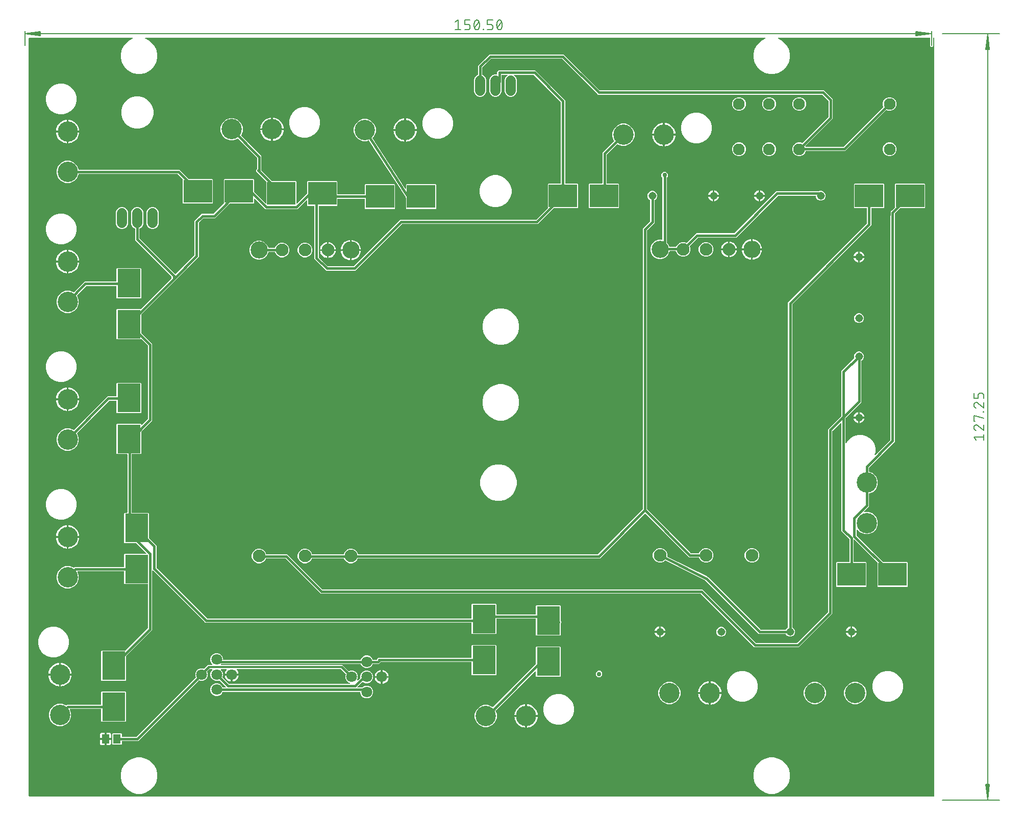
<source format=gbr>
G04 EAGLE Gerber RS-274X export*
G75*
%MOMM*%
%FSLAX34Y34*%
%LPD*%
%INTop Copper*%
%IPPOS*%
%AMOC8*
5,1,8,0,0,1.08239X$1,22.5*%
G01*
%ADD10C,0.130000*%
%ADD11C,0.152400*%
%ADD12C,3.375000*%
%ADD13R,3.800000X4.700000*%
%ADD14R,4.700000X3.800000*%
%ADD15C,1.950000*%
%ADD16C,2.100000*%
%ADD17C,2.865000*%
%ADD18C,1.308000*%
%ADD19R,1.300000X1.500000*%
%ADD20C,1.800000*%
%ADD21C,1.676400*%
%ADD22C,0.400000*%
%ADD23C,0.406400*%
%ADD24C,0.756400*%
%ADD25C,0.380000*%

G36*
X1539098Y680164D02*
X1539098Y680164D01*
X1539117Y680162D01*
X1539219Y680184D01*
X1539321Y680200D01*
X1539338Y680210D01*
X1539358Y680214D01*
X1539447Y680267D01*
X1539538Y680316D01*
X1539552Y680330D01*
X1539569Y680340D01*
X1539636Y680419D01*
X1539708Y680494D01*
X1539716Y680512D01*
X1539729Y680527D01*
X1539768Y680623D01*
X1539811Y680717D01*
X1539813Y680737D01*
X1539821Y680755D01*
X1539839Y680922D01*
X1539839Y1939078D01*
X1539836Y1939098D01*
X1539838Y1939117D01*
X1539816Y1939219D01*
X1539800Y1939321D01*
X1539790Y1939338D01*
X1539786Y1939358D01*
X1539733Y1939447D01*
X1539684Y1939538D01*
X1539670Y1939552D01*
X1539660Y1939569D01*
X1539581Y1939636D01*
X1539506Y1939708D01*
X1539488Y1939716D01*
X1539473Y1939729D01*
X1539377Y1939768D01*
X1539283Y1939811D01*
X1539263Y1939813D01*
X1539245Y1939821D01*
X1539078Y1939839D01*
X1538366Y1939839D01*
X1538346Y1939836D01*
X1538327Y1939838D01*
X1538225Y1939816D01*
X1538123Y1939800D01*
X1538106Y1939790D01*
X1538086Y1939786D01*
X1537997Y1939733D01*
X1537906Y1939684D01*
X1537892Y1939670D01*
X1537875Y1939660D01*
X1537808Y1939581D01*
X1537736Y1939506D01*
X1537728Y1939488D01*
X1537715Y1939473D01*
X1537676Y1939377D01*
X1537633Y1939283D01*
X1537631Y1939263D01*
X1537623Y1939245D01*
X1537605Y1939078D01*
X1537605Y1926509D01*
X1536331Y1925235D01*
X1534529Y1925235D01*
X1533255Y1926509D01*
X1533255Y1939078D01*
X1533252Y1939098D01*
X1533254Y1939117D01*
X1533232Y1939219D01*
X1533216Y1939321D01*
X1533206Y1939338D01*
X1533202Y1939358D01*
X1533149Y1939447D01*
X1533100Y1939538D01*
X1533086Y1939552D01*
X1533076Y1939569D01*
X1532997Y1939636D01*
X1532922Y1939708D01*
X1532904Y1939716D01*
X1532889Y1939729D01*
X1532793Y1939768D01*
X1532699Y1939811D01*
X1532679Y1939813D01*
X1532661Y1939821D01*
X1532494Y1939839D01*
X1280953Y1939839D01*
X1280929Y1939835D01*
X1280905Y1939838D01*
X1280808Y1939816D01*
X1280710Y1939800D01*
X1280689Y1939788D01*
X1280665Y1939783D01*
X1280580Y1939731D01*
X1280493Y1939684D01*
X1280476Y1939667D01*
X1280455Y1939654D01*
X1280392Y1939578D01*
X1280323Y1939506D01*
X1280313Y1939484D01*
X1280298Y1939466D01*
X1280261Y1939373D01*
X1280220Y1939283D01*
X1280217Y1939259D01*
X1280208Y1939237D01*
X1280203Y1939137D01*
X1280192Y1939039D01*
X1280198Y1939015D01*
X1280196Y1938991D01*
X1280224Y1938896D01*
X1280245Y1938798D01*
X1280257Y1938777D01*
X1280264Y1938754D01*
X1280320Y1938673D01*
X1280371Y1938587D01*
X1280389Y1938571D01*
X1280403Y1938552D01*
X1280482Y1938492D01*
X1280558Y1938427D01*
X1280580Y1938418D01*
X1280599Y1938404D01*
X1280756Y1938343D01*
X1281642Y1938105D01*
X1288519Y1934135D01*
X1294135Y1928519D01*
X1298105Y1921642D01*
X1300161Y1913971D01*
X1300161Y1906029D01*
X1298105Y1898358D01*
X1294135Y1891481D01*
X1288519Y1885865D01*
X1281642Y1881895D01*
X1273971Y1879839D01*
X1266029Y1879839D01*
X1258358Y1881895D01*
X1251481Y1885865D01*
X1245865Y1891481D01*
X1241895Y1898358D01*
X1239839Y1906029D01*
X1239839Y1913971D01*
X1241895Y1921642D01*
X1245865Y1928519D01*
X1251481Y1934135D01*
X1258358Y1938105D01*
X1259244Y1938343D01*
X1259266Y1938353D01*
X1259290Y1938357D01*
X1259378Y1938403D01*
X1259469Y1938444D01*
X1259486Y1938460D01*
X1259507Y1938472D01*
X1259576Y1938543D01*
X1259649Y1938611D01*
X1259660Y1938632D01*
X1259677Y1938650D01*
X1259719Y1938740D01*
X1259766Y1938827D01*
X1259770Y1938851D01*
X1259780Y1938873D01*
X1259791Y1938972D01*
X1259809Y1939070D01*
X1259805Y1939094D01*
X1259808Y1939117D01*
X1259787Y1939214D01*
X1259771Y1939313D01*
X1259760Y1939334D01*
X1259755Y1939358D01*
X1259704Y1939443D01*
X1259659Y1939532D01*
X1259641Y1939548D01*
X1259629Y1939569D01*
X1259554Y1939634D01*
X1259482Y1939703D01*
X1259461Y1939713D01*
X1259442Y1939729D01*
X1259350Y1939766D01*
X1259260Y1939809D01*
X1259236Y1939812D01*
X1259214Y1939821D01*
X1259047Y1939839D01*
X230953Y1939839D01*
X230929Y1939835D01*
X230905Y1939838D01*
X230808Y1939816D01*
X230710Y1939800D01*
X230689Y1939788D01*
X230665Y1939783D01*
X230580Y1939731D01*
X230493Y1939684D01*
X230476Y1939667D01*
X230455Y1939654D01*
X230392Y1939578D01*
X230323Y1939506D01*
X230313Y1939484D01*
X230298Y1939466D01*
X230261Y1939373D01*
X230220Y1939283D01*
X230217Y1939259D01*
X230208Y1939237D01*
X230203Y1939137D01*
X230192Y1939039D01*
X230198Y1939015D01*
X230196Y1938991D01*
X230224Y1938896D01*
X230245Y1938798D01*
X230257Y1938777D01*
X230264Y1938754D01*
X230320Y1938673D01*
X230371Y1938587D01*
X230389Y1938571D01*
X230403Y1938552D01*
X230482Y1938492D01*
X230558Y1938427D01*
X230580Y1938418D01*
X230599Y1938404D01*
X230756Y1938343D01*
X231642Y1938105D01*
X238519Y1934135D01*
X244135Y1928519D01*
X248105Y1921642D01*
X250161Y1913971D01*
X250161Y1906029D01*
X248105Y1898358D01*
X244135Y1891481D01*
X238519Y1885865D01*
X231642Y1881895D01*
X223971Y1879839D01*
X216029Y1879839D01*
X208358Y1881895D01*
X201481Y1885865D01*
X195865Y1891481D01*
X191895Y1898358D01*
X189839Y1906029D01*
X189839Y1913971D01*
X191895Y1921642D01*
X195865Y1928519D01*
X201481Y1934135D01*
X208358Y1938105D01*
X209244Y1938343D01*
X209266Y1938353D01*
X209290Y1938357D01*
X209378Y1938403D01*
X209469Y1938444D01*
X209486Y1938460D01*
X209507Y1938472D01*
X209576Y1938543D01*
X209649Y1938611D01*
X209660Y1938632D01*
X209677Y1938650D01*
X209719Y1938740D01*
X209766Y1938827D01*
X209770Y1938851D01*
X209780Y1938873D01*
X209791Y1938972D01*
X209809Y1939070D01*
X209805Y1939094D01*
X209808Y1939117D01*
X209787Y1939214D01*
X209771Y1939313D01*
X209760Y1939334D01*
X209755Y1939358D01*
X209704Y1939443D01*
X209659Y1939532D01*
X209641Y1939548D01*
X209629Y1939569D01*
X209554Y1939634D01*
X209482Y1939703D01*
X209461Y1939713D01*
X209442Y1939729D01*
X209350Y1939766D01*
X209260Y1939809D01*
X209236Y1939812D01*
X209214Y1939821D01*
X209047Y1939839D01*
X37922Y1939839D01*
X37902Y1939836D01*
X37883Y1939838D01*
X37781Y1939816D01*
X37679Y1939800D01*
X37662Y1939790D01*
X37642Y1939786D01*
X37553Y1939733D01*
X37462Y1939684D01*
X37448Y1939670D01*
X37431Y1939660D01*
X37364Y1939581D01*
X37292Y1939506D01*
X37284Y1939488D01*
X37271Y1939473D01*
X37232Y1939377D01*
X37189Y1939283D01*
X37187Y1939263D01*
X37179Y1939245D01*
X37161Y1939078D01*
X37161Y680922D01*
X37164Y680902D01*
X37162Y680883D01*
X37184Y680781D01*
X37200Y680679D01*
X37210Y680662D01*
X37214Y680642D01*
X37267Y680553D01*
X37316Y680462D01*
X37330Y680448D01*
X37340Y680431D01*
X37419Y680364D01*
X37494Y680292D01*
X37512Y680284D01*
X37527Y680271D01*
X37623Y680232D01*
X37717Y680189D01*
X37737Y680187D01*
X37755Y680179D01*
X37922Y680161D01*
X1539078Y680161D01*
X1539098Y680164D01*
G37*
%LPC*%
G36*
X158168Y872575D02*
X158168Y872575D01*
X157275Y873468D01*
X157275Y921732D01*
X158168Y922625D01*
X197525Y922625D01*
X197615Y922639D01*
X197706Y922647D01*
X197735Y922659D01*
X197767Y922664D01*
X197848Y922707D01*
X197932Y922743D01*
X197964Y922769D01*
X197985Y922780D01*
X198007Y922803D01*
X198063Y922848D01*
X234676Y959461D01*
X234729Y959535D01*
X234789Y959604D01*
X234801Y959635D01*
X234820Y959661D01*
X234847Y959748D01*
X234881Y959833D01*
X234885Y959874D01*
X234892Y959896D01*
X234891Y959928D01*
X234899Y959999D01*
X234899Y1032414D01*
X234896Y1032434D01*
X234898Y1032453D01*
X234876Y1032555D01*
X234860Y1032657D01*
X234850Y1032674D01*
X234846Y1032694D01*
X234793Y1032783D01*
X234744Y1032874D01*
X234730Y1032888D01*
X234720Y1032905D01*
X234641Y1032972D01*
X234566Y1033044D01*
X234548Y1033052D01*
X234533Y1033065D01*
X234437Y1033104D01*
X234343Y1033147D01*
X234323Y1033149D01*
X234305Y1033157D01*
X234138Y1033175D01*
X196268Y1033175D01*
X195375Y1034068D01*
X195375Y1053370D01*
X195372Y1053390D01*
X195374Y1053409D01*
X195352Y1053511D01*
X195336Y1053613D01*
X195326Y1053630D01*
X195322Y1053650D01*
X195269Y1053739D01*
X195220Y1053830D01*
X195206Y1053844D01*
X195196Y1053861D01*
X195117Y1053928D01*
X195042Y1054000D01*
X195024Y1054008D01*
X195009Y1054021D01*
X194913Y1054060D01*
X194819Y1054103D01*
X194799Y1054105D01*
X194781Y1054113D01*
X194614Y1054131D01*
X118583Y1054131D01*
X118537Y1054124D01*
X118492Y1054126D01*
X118417Y1054104D01*
X118340Y1054092D01*
X118299Y1054070D01*
X118255Y1054057D01*
X118191Y1054013D01*
X118123Y1053976D01*
X118091Y1053943D01*
X118053Y1053917D01*
X118007Y1053855D01*
X117953Y1053798D01*
X117934Y1053756D01*
X117907Y1053720D01*
X117882Y1053646D01*
X117850Y1053575D01*
X117845Y1053529D01*
X117830Y1053486D01*
X117831Y1053408D01*
X117823Y1053331D01*
X117832Y1053286D01*
X117833Y1053240D01*
X117871Y1053108D01*
X117875Y1053090D01*
X117877Y1053086D01*
X117879Y1053079D01*
X120000Y1047960D01*
X120000Y1040640D01*
X117199Y1033877D01*
X112023Y1028701D01*
X105260Y1025900D01*
X97940Y1025900D01*
X91177Y1028701D01*
X86001Y1033877D01*
X83200Y1040640D01*
X83200Y1047960D01*
X86001Y1054723D01*
X91177Y1059899D01*
X97940Y1062700D01*
X105260Y1062700D01*
X111224Y1060229D01*
X111338Y1060203D01*
X111451Y1060174D01*
X111457Y1060175D01*
X111463Y1060173D01*
X111580Y1060184D01*
X111696Y1060193D01*
X111702Y1060196D01*
X111708Y1060196D01*
X111816Y1060244D01*
X111923Y1060290D01*
X111929Y1060294D01*
X111933Y1060296D01*
X111947Y1060309D01*
X112054Y1060394D01*
X112840Y1061181D01*
X194614Y1061181D01*
X194634Y1061184D01*
X194653Y1061182D01*
X194755Y1061204D01*
X194857Y1061220D01*
X194874Y1061230D01*
X194894Y1061234D01*
X194983Y1061287D01*
X195074Y1061336D01*
X195088Y1061350D01*
X195105Y1061360D01*
X195172Y1061439D01*
X195244Y1061514D01*
X195252Y1061532D01*
X195265Y1061547D01*
X195304Y1061643D01*
X195347Y1061737D01*
X195349Y1061757D01*
X195357Y1061775D01*
X195375Y1061942D01*
X195375Y1082332D01*
X196268Y1083225D01*
X231536Y1083225D01*
X231607Y1083236D01*
X231679Y1083238D01*
X231728Y1083256D01*
X231779Y1083264D01*
X231843Y1083298D01*
X231910Y1083323D01*
X231951Y1083355D01*
X231997Y1083380D01*
X232046Y1083432D01*
X232102Y1083476D01*
X232130Y1083520D01*
X232166Y1083558D01*
X232196Y1083623D01*
X232235Y1083683D01*
X232248Y1083734D01*
X232270Y1083781D01*
X232277Y1083852D01*
X232295Y1083922D01*
X232291Y1083974D01*
X232297Y1084025D01*
X232281Y1084096D01*
X232276Y1084167D01*
X232255Y1084215D01*
X232244Y1084266D01*
X232208Y1084327D01*
X232180Y1084393D01*
X232135Y1084449D01*
X232118Y1084477D01*
X232100Y1084492D01*
X232075Y1084524D01*
X215647Y1100952D01*
X215573Y1101005D01*
X215503Y1101065D01*
X215473Y1101077D01*
X215447Y1101096D01*
X215360Y1101123D01*
X215275Y1101157D01*
X215234Y1101161D01*
X215212Y1101168D01*
X215180Y1101167D01*
X215108Y1101175D01*
X196268Y1101175D01*
X195375Y1102068D01*
X195375Y1150332D01*
X196268Y1151225D01*
X199930Y1151225D01*
X199950Y1151228D01*
X199969Y1151226D01*
X200071Y1151248D01*
X200173Y1151264D01*
X200190Y1151274D01*
X200210Y1151278D01*
X200299Y1151331D01*
X200390Y1151380D01*
X200404Y1151394D01*
X200421Y1151404D01*
X200488Y1151483D01*
X200560Y1151558D01*
X200568Y1151576D01*
X200581Y1151591D01*
X200620Y1151687D01*
X200663Y1151781D01*
X200665Y1151801D01*
X200673Y1151819D01*
X200691Y1151986D01*
X200691Y1248314D01*
X200688Y1248334D01*
X200690Y1248353D01*
X200668Y1248455D01*
X200652Y1248557D01*
X200642Y1248574D01*
X200638Y1248594D01*
X200585Y1248683D01*
X200536Y1248774D01*
X200522Y1248788D01*
X200512Y1248805D01*
X200433Y1248872D01*
X200358Y1248944D01*
X200340Y1248952D01*
X200325Y1248965D01*
X200229Y1249004D01*
X200135Y1249047D01*
X200115Y1249049D01*
X200097Y1249057D01*
X199930Y1249075D01*
X183568Y1249075D01*
X182675Y1249968D01*
X182675Y1298232D01*
X183568Y1299125D01*
X222832Y1299125D01*
X223725Y1298232D01*
X223725Y1297855D01*
X223736Y1297785D01*
X223738Y1297713D01*
X223756Y1297664D01*
X223764Y1297613D01*
X223798Y1297549D01*
X223823Y1297482D01*
X223855Y1297441D01*
X223880Y1297395D01*
X223932Y1297346D01*
X223976Y1297290D01*
X224020Y1297262D01*
X224058Y1297226D01*
X224123Y1297196D01*
X224183Y1297157D01*
X224234Y1297144D01*
X224281Y1297122D01*
X224352Y1297114D01*
X224422Y1297097D01*
X224474Y1297101D01*
X224525Y1297095D01*
X224596Y1297110D01*
X224667Y1297116D01*
X224715Y1297136D01*
X224766Y1297147D01*
X224827Y1297184D01*
X224893Y1297212D01*
X224949Y1297257D01*
X224977Y1297273D01*
X224992Y1297291D01*
X225024Y1297317D01*
X234504Y1306797D01*
X234557Y1306871D01*
X234617Y1306940D01*
X234629Y1306971D01*
X234648Y1306997D01*
X234675Y1307084D01*
X234709Y1307169D01*
X234713Y1307210D01*
X234720Y1307232D01*
X234719Y1307264D01*
X234727Y1307335D01*
X234727Y1428753D01*
X234713Y1428843D01*
X234705Y1428934D01*
X234693Y1428963D01*
X234688Y1428995D01*
X234645Y1429076D01*
X234609Y1429160D01*
X234583Y1429192D01*
X234572Y1429213D01*
X234549Y1429235D01*
X234504Y1429291D01*
X224064Y1439731D01*
X224048Y1439743D01*
X224035Y1439758D01*
X223948Y1439814D01*
X223864Y1439875D01*
X223845Y1439881D01*
X223829Y1439891D01*
X223728Y1439917D01*
X223629Y1439947D01*
X223609Y1439947D01*
X223590Y1439951D01*
X223487Y1439943D01*
X223383Y1439941D01*
X223365Y1439934D01*
X223345Y1439932D01*
X223250Y1439892D01*
X223152Y1439856D01*
X223137Y1439844D01*
X223118Y1439836D01*
X222988Y1439731D01*
X222832Y1439575D01*
X183568Y1439575D01*
X182675Y1440468D01*
X182675Y1488732D01*
X183568Y1489625D01*
X222453Y1489625D01*
X222543Y1489639D01*
X222634Y1489647D01*
X222663Y1489659D01*
X222695Y1489664D01*
X222776Y1489707D01*
X222860Y1489743D01*
X222892Y1489769D01*
X222913Y1489780D01*
X222935Y1489803D01*
X222991Y1489848D01*
X273969Y1540826D01*
X274022Y1540900D01*
X274082Y1540969D01*
X274094Y1541000D01*
X274113Y1541026D01*
X274140Y1541113D01*
X274174Y1541198D01*
X274178Y1541239D01*
X274185Y1541261D01*
X274184Y1541293D01*
X274192Y1541364D01*
X274192Y1542912D01*
X274178Y1543003D01*
X274170Y1543093D01*
X274158Y1543123D01*
X274153Y1543155D01*
X274110Y1543236D01*
X274074Y1543320D01*
X274048Y1543352D01*
X274037Y1543373D01*
X274014Y1543395D01*
X273969Y1543451D01*
X213613Y1603807D01*
X213613Y1622700D01*
X213594Y1622814D01*
X213577Y1622931D01*
X213575Y1622936D01*
X213574Y1622942D01*
X213519Y1623045D01*
X213466Y1623150D01*
X213461Y1623154D01*
X213458Y1623160D01*
X213375Y1623239D01*
X213290Y1623322D01*
X213284Y1623326D01*
X213280Y1623329D01*
X213263Y1623337D01*
X213143Y1623403D01*
X211558Y1624059D01*
X208771Y1626846D01*
X207263Y1630487D01*
X207263Y1651193D01*
X208771Y1654834D01*
X211558Y1657621D01*
X215199Y1659129D01*
X219141Y1659129D01*
X222782Y1657621D01*
X225569Y1654834D01*
X227077Y1651193D01*
X227077Y1630487D01*
X225569Y1626846D01*
X222782Y1624059D01*
X221197Y1623403D01*
X221097Y1623341D01*
X220997Y1623281D01*
X220993Y1623277D01*
X220988Y1623273D01*
X220913Y1623183D01*
X220837Y1623094D01*
X220835Y1623089D01*
X220831Y1623084D01*
X220789Y1622976D01*
X220745Y1622866D01*
X220744Y1622859D01*
X220743Y1622854D01*
X220742Y1622836D01*
X220727Y1622700D01*
X220727Y1607069D01*
X220741Y1606978D01*
X220749Y1606888D01*
X220761Y1606858D01*
X220766Y1606826D01*
X220809Y1606745D01*
X220845Y1606661D01*
X220871Y1606629D01*
X220882Y1606608D01*
X220905Y1606586D01*
X220950Y1606530D01*
X279773Y1547707D01*
X279790Y1547695D01*
X279802Y1547679D01*
X279889Y1547623D01*
X279973Y1547563D01*
X279992Y1547557D01*
X280009Y1547546D01*
X280109Y1547521D01*
X280208Y1547491D01*
X280228Y1547491D01*
X280247Y1547486D01*
X280350Y1547494D01*
X280454Y1547497D01*
X280473Y1547504D01*
X280493Y1547506D01*
X280587Y1547546D01*
X280685Y1547582D01*
X280701Y1547594D01*
X280719Y1547602D01*
X280850Y1547707D01*
X311974Y1578831D01*
X312027Y1578905D01*
X312087Y1578974D01*
X312099Y1579005D01*
X312118Y1579031D01*
X312145Y1579118D01*
X312179Y1579203D01*
X312183Y1579244D01*
X312190Y1579266D01*
X312189Y1579298D01*
X312197Y1579369D01*
X312197Y1635950D01*
X314485Y1638238D01*
X321594Y1645347D01*
X321647Y1645421D01*
X321707Y1645490D01*
X321717Y1645515D01*
X323901Y1647699D01*
X342853Y1647699D01*
X342944Y1647713D01*
X343034Y1647721D01*
X343064Y1647733D01*
X343096Y1647738D01*
X343177Y1647781D01*
X343261Y1647817D01*
X343293Y1647843D01*
X343314Y1647854D01*
X343323Y1647864D01*
X343324Y1647864D01*
X343338Y1647879D01*
X343392Y1647922D01*
X360542Y1665072D01*
X360595Y1665146D01*
X360655Y1665216D01*
X360667Y1665246D01*
X360686Y1665272D01*
X360713Y1665359D01*
X360747Y1665444D01*
X360751Y1665485D01*
X360758Y1665507D01*
X360757Y1665539D01*
X360765Y1665611D01*
X360765Y1704922D01*
X361658Y1705815D01*
X409922Y1705815D01*
X410815Y1704922D01*
X410815Y1684702D01*
X410829Y1684612D01*
X410837Y1684521D01*
X410849Y1684491D01*
X410854Y1684459D01*
X410897Y1684378D01*
X410933Y1684294D01*
X410959Y1684262D01*
X410970Y1684242D01*
X410993Y1684219D01*
X411038Y1684163D01*
X429896Y1665305D01*
X429954Y1665263D01*
X430006Y1665214D01*
X430053Y1665192D01*
X430095Y1665162D01*
X430164Y1665141D01*
X430229Y1665110D01*
X430281Y1665105D01*
X430331Y1665089D01*
X430402Y1665091D01*
X430473Y1665083D01*
X430524Y1665094D01*
X430576Y1665096D01*
X430644Y1665120D01*
X430714Y1665136D01*
X430759Y1665162D01*
X430807Y1665180D01*
X430863Y1665225D01*
X430925Y1665262D01*
X430959Y1665301D01*
X430999Y1665334D01*
X431038Y1665394D01*
X431085Y1665449D01*
X431104Y1665497D01*
X431132Y1665541D01*
X431150Y1665610D01*
X431177Y1665677D01*
X431185Y1665748D01*
X431193Y1665779D01*
X431191Y1665803D01*
X431195Y1665844D01*
X431195Y1701205D01*
X431181Y1701295D01*
X431173Y1701386D01*
X431161Y1701415D01*
X431156Y1701447D01*
X431113Y1701528D01*
X431077Y1701612D01*
X431051Y1701644D01*
X431040Y1701665D01*
X431017Y1701687D01*
X430972Y1701743D01*
X414595Y1718120D01*
X414595Y1721040D01*
X415860Y1722305D01*
X415913Y1722379D01*
X415973Y1722448D01*
X415985Y1722479D01*
X416004Y1722505D01*
X416031Y1722592D01*
X416065Y1722677D01*
X416069Y1722718D01*
X416076Y1722740D01*
X416075Y1722772D01*
X416083Y1722843D01*
X416083Y1740517D01*
X416069Y1740607D01*
X416061Y1740698D01*
X416049Y1740727D01*
X416044Y1740759D01*
X416001Y1740840D01*
X415965Y1740924D01*
X415939Y1740956D01*
X415928Y1740977D01*
X415905Y1740999D01*
X415860Y1741055D01*
X384657Y1772258D01*
X384564Y1772325D01*
X384469Y1772396D01*
X384463Y1772398D01*
X384458Y1772401D01*
X384347Y1772435D01*
X384235Y1772472D01*
X384229Y1772472D01*
X384223Y1772474D01*
X384106Y1772471D01*
X383989Y1772470D01*
X383982Y1772467D01*
X383977Y1772467D01*
X383959Y1772461D01*
X383828Y1772423D01*
X377400Y1769760D01*
X370080Y1769760D01*
X363317Y1772561D01*
X358141Y1777737D01*
X355340Y1784500D01*
X355340Y1791820D01*
X358141Y1798583D01*
X363317Y1803759D01*
X370080Y1806560D01*
X377400Y1806560D01*
X384163Y1803759D01*
X389339Y1798583D01*
X392140Y1791820D01*
X392140Y1784500D01*
X389477Y1778072D01*
X389451Y1777959D01*
X389422Y1777845D01*
X389422Y1777839D01*
X389421Y1777833D01*
X389432Y1777716D01*
X389441Y1777600D01*
X389444Y1777594D01*
X389444Y1777588D01*
X389492Y1777479D01*
X389537Y1777373D01*
X389542Y1777368D01*
X389544Y1777363D01*
X389557Y1777349D01*
X389642Y1777243D01*
X420845Y1746040D01*
X423133Y1743752D01*
X423133Y1719867D01*
X423147Y1719777D01*
X423155Y1719686D01*
X423167Y1719657D01*
X423172Y1719625D01*
X423215Y1719544D01*
X423251Y1719460D01*
X423277Y1719428D01*
X423288Y1719407D01*
X423311Y1719385D01*
X423356Y1719329D01*
X440457Y1702228D01*
X440531Y1702175D01*
X440600Y1702115D01*
X440631Y1702103D01*
X440657Y1702084D01*
X440744Y1702057D01*
X440829Y1702023D01*
X440870Y1702019D01*
X440892Y1702012D01*
X440924Y1702013D01*
X440995Y1702005D01*
X480352Y1702005D01*
X481245Y1701112D01*
X481245Y1665844D01*
X481256Y1665773D01*
X481258Y1665701D01*
X481276Y1665652D01*
X481284Y1665601D01*
X481318Y1665537D01*
X481343Y1665470D01*
X481375Y1665429D01*
X481400Y1665383D01*
X481452Y1665334D01*
X481496Y1665278D01*
X481540Y1665250D01*
X481578Y1665214D01*
X481643Y1665184D01*
X481703Y1665145D01*
X481754Y1665132D01*
X481801Y1665110D01*
X481872Y1665103D01*
X481942Y1665085D01*
X481994Y1665089D01*
X482045Y1665083D01*
X482116Y1665099D01*
X482187Y1665104D01*
X482235Y1665125D01*
X482286Y1665136D01*
X482347Y1665172D01*
X482413Y1665200D01*
X482469Y1665245D01*
X482497Y1665262D01*
X482512Y1665280D01*
X482544Y1665305D01*
X498972Y1681733D01*
X499025Y1681807D01*
X499085Y1681877D01*
X499097Y1681907D01*
X499116Y1681933D01*
X499143Y1682020D01*
X499177Y1682105D01*
X499181Y1682146D01*
X499188Y1682168D01*
X499187Y1682200D01*
X499195Y1682272D01*
X499195Y1701112D01*
X500088Y1702005D01*
X548352Y1702005D01*
X549245Y1701112D01*
X549245Y1680686D01*
X549248Y1680666D01*
X549246Y1680647D01*
X549268Y1680545D01*
X549284Y1680443D01*
X549294Y1680426D01*
X549298Y1680406D01*
X549351Y1680317D01*
X549400Y1680226D01*
X549414Y1680212D01*
X549424Y1680195D01*
X549503Y1680128D01*
X549578Y1680056D01*
X549596Y1680048D01*
X549611Y1680035D01*
X549707Y1679996D01*
X549801Y1679953D01*
X549821Y1679951D01*
X549839Y1679943D01*
X550006Y1679925D01*
X594264Y1679925D01*
X594284Y1679928D01*
X594303Y1679926D01*
X594405Y1679948D01*
X594507Y1679964D01*
X594524Y1679974D01*
X594544Y1679978D01*
X594633Y1680031D01*
X594724Y1680080D01*
X594738Y1680094D01*
X594755Y1680104D01*
X594822Y1680183D01*
X594894Y1680258D01*
X594902Y1680276D01*
X594915Y1680291D01*
X594954Y1680387D01*
X594997Y1680481D01*
X594999Y1680501D01*
X595007Y1680519D01*
X595025Y1680686D01*
X595025Y1696032D01*
X595918Y1696925D01*
X644182Y1696925D01*
X645075Y1696032D01*
X645075Y1656768D01*
X644182Y1655875D01*
X595918Y1655875D01*
X595025Y1656768D01*
X595025Y1672114D01*
X595022Y1672134D01*
X595024Y1672153D01*
X595002Y1672255D01*
X594986Y1672357D01*
X594976Y1672374D01*
X594972Y1672394D01*
X594919Y1672483D01*
X594870Y1672574D01*
X594856Y1672588D01*
X594846Y1672605D01*
X594767Y1672672D01*
X594692Y1672744D01*
X594674Y1672752D01*
X594659Y1672765D01*
X594563Y1672804D01*
X594469Y1672847D01*
X594449Y1672849D01*
X594431Y1672857D01*
X594264Y1672875D01*
X550006Y1672875D01*
X549986Y1672872D01*
X549967Y1672874D01*
X549865Y1672852D01*
X549763Y1672836D01*
X549746Y1672826D01*
X549726Y1672822D01*
X549637Y1672769D01*
X549546Y1672720D01*
X549532Y1672706D01*
X549515Y1672696D01*
X549448Y1672617D01*
X549376Y1672542D01*
X549368Y1672524D01*
X549355Y1672509D01*
X549316Y1672413D01*
X549273Y1672319D01*
X549271Y1672299D01*
X549263Y1672281D01*
X549245Y1672114D01*
X549245Y1661848D01*
X548352Y1660955D01*
X518890Y1660955D01*
X518870Y1660952D01*
X518851Y1660954D01*
X518749Y1660932D01*
X518647Y1660916D01*
X518630Y1660906D01*
X518610Y1660902D01*
X518521Y1660849D01*
X518430Y1660800D01*
X518416Y1660786D01*
X518399Y1660776D01*
X518332Y1660697D01*
X518260Y1660622D01*
X518252Y1660604D01*
X518239Y1660589D01*
X518200Y1660493D01*
X518157Y1660399D01*
X518155Y1660379D01*
X518147Y1660361D01*
X518129Y1660194D01*
X518129Y1576067D01*
X518143Y1575977D01*
X518151Y1575886D01*
X518163Y1575857D01*
X518168Y1575825D01*
X518211Y1575744D01*
X518247Y1575660D01*
X518273Y1575628D01*
X518284Y1575607D01*
X518307Y1575585D01*
X518352Y1575529D01*
X533113Y1560768D01*
X533187Y1560715D01*
X533256Y1560655D01*
X533287Y1560643D01*
X533313Y1560624D01*
X533400Y1560597D01*
X533485Y1560563D01*
X533526Y1560559D01*
X533548Y1560552D01*
X533580Y1560553D01*
X533651Y1560545D01*
X575821Y1560545D01*
X575911Y1560559D01*
X576002Y1560567D01*
X576031Y1560579D01*
X576063Y1560584D01*
X576144Y1560627D01*
X576228Y1560663D01*
X576260Y1560689D01*
X576281Y1560700D01*
X576303Y1560723D01*
X576359Y1560768D01*
X651318Y1635727D01*
X653606Y1638015D01*
X878625Y1638015D01*
X878715Y1638029D01*
X878806Y1638037D01*
X878835Y1638049D01*
X878867Y1638054D01*
X878948Y1638097D01*
X879032Y1638133D01*
X879064Y1638159D01*
X879085Y1638170D01*
X879107Y1638193D01*
X879163Y1638238D01*
X898332Y1657407D01*
X898385Y1657481D01*
X898445Y1657550D01*
X898457Y1657581D01*
X898476Y1657607D01*
X898503Y1657694D01*
X898537Y1657779D01*
X898541Y1657820D01*
X898548Y1657842D01*
X898547Y1657874D01*
X898555Y1657945D01*
X898555Y1697302D01*
X899448Y1698195D01*
X919262Y1698195D01*
X919282Y1698198D01*
X919301Y1698196D01*
X919403Y1698218D01*
X919505Y1698234D01*
X919522Y1698244D01*
X919542Y1698248D01*
X919631Y1698301D01*
X919722Y1698350D01*
X919736Y1698364D01*
X919753Y1698374D01*
X919820Y1698453D01*
X919892Y1698528D01*
X919900Y1698546D01*
X919913Y1698561D01*
X919952Y1698657D01*
X919995Y1698751D01*
X919997Y1698771D01*
X920005Y1698789D01*
X920023Y1698956D01*
X920023Y1833071D01*
X920009Y1833162D01*
X920001Y1833252D01*
X919989Y1833282D01*
X919984Y1833314D01*
X919941Y1833395D01*
X919905Y1833479D01*
X919879Y1833511D01*
X919868Y1833532D01*
X919845Y1833554D01*
X919800Y1833610D01*
X875050Y1878360D01*
X874976Y1878413D01*
X874906Y1878473D01*
X874876Y1878485D01*
X874850Y1878504D01*
X874763Y1878531D01*
X874678Y1878565D01*
X874637Y1878569D01*
X874615Y1878576D01*
X874583Y1878575D01*
X874511Y1878583D01*
X843127Y1878583D01*
X843056Y1878572D01*
X842984Y1878570D01*
X842935Y1878552D01*
X842884Y1878544D01*
X842821Y1878510D01*
X842753Y1878485D01*
X842713Y1878453D01*
X842667Y1878428D01*
X842617Y1878376D01*
X842561Y1878332D01*
X842533Y1878288D01*
X842497Y1878250D01*
X842467Y1878185D01*
X842428Y1878125D01*
X842416Y1878074D01*
X842394Y1878027D01*
X842386Y1877956D01*
X842368Y1877886D01*
X842372Y1877834D01*
X842367Y1877783D01*
X842382Y1877712D01*
X842387Y1877641D01*
X842408Y1877593D01*
X842419Y1877542D01*
X842456Y1877481D01*
X842484Y1877415D01*
X842528Y1877359D01*
X842545Y1877331D01*
X842563Y1877316D01*
X842588Y1877284D01*
X845329Y1874544D01*
X846837Y1870903D01*
X846837Y1850197D01*
X845329Y1846556D01*
X842542Y1843769D01*
X838901Y1842261D01*
X834959Y1842261D01*
X831318Y1843769D01*
X828531Y1846556D01*
X827023Y1850197D01*
X827023Y1870903D01*
X828531Y1874544D01*
X831272Y1877284D01*
X831313Y1877342D01*
X831363Y1877394D01*
X831385Y1877441D01*
X831415Y1877483D01*
X831436Y1877552D01*
X831466Y1877617D01*
X831472Y1877669D01*
X831487Y1877719D01*
X831486Y1877790D01*
X831493Y1877861D01*
X831482Y1877912D01*
X831481Y1877964D01*
X831456Y1878032D01*
X831441Y1878102D01*
X831414Y1878147D01*
X831397Y1878195D01*
X831352Y1878251D01*
X831315Y1878313D01*
X831275Y1878347D01*
X831243Y1878387D01*
X831183Y1878426D01*
X831128Y1878473D01*
X831080Y1878492D01*
X831036Y1878520D01*
X830967Y1878538D01*
X830900Y1878565D01*
X830829Y1878573D01*
X830797Y1878581D01*
X830774Y1878579D01*
X830733Y1878583D01*
X822198Y1878583D01*
X822178Y1878580D01*
X822159Y1878582D01*
X822057Y1878560D01*
X821955Y1878544D01*
X821938Y1878534D01*
X821918Y1878530D01*
X821829Y1878477D01*
X821738Y1878428D01*
X821724Y1878414D01*
X821707Y1878404D01*
X821640Y1878325D01*
X821568Y1878250D01*
X821560Y1878232D01*
X821547Y1878217D01*
X821508Y1878121D01*
X821465Y1878027D01*
X821463Y1878007D01*
X821455Y1877989D01*
X821437Y1877822D01*
X821437Y1850197D01*
X819929Y1846556D01*
X817142Y1843769D01*
X813501Y1842261D01*
X809559Y1842261D01*
X805918Y1843769D01*
X803131Y1846556D01*
X801623Y1850197D01*
X801623Y1870903D01*
X803131Y1874544D01*
X805918Y1877331D01*
X809559Y1878839D01*
X813562Y1878839D01*
X813582Y1878842D01*
X813601Y1878840D01*
X813703Y1878862D01*
X813805Y1878878D01*
X813822Y1878888D01*
X813842Y1878892D01*
X813931Y1878945D01*
X814022Y1878994D01*
X814036Y1879008D01*
X814053Y1879018D01*
X814120Y1879097D01*
X814192Y1879172D01*
X814200Y1879190D01*
X814213Y1879205D01*
X814252Y1879301D01*
X814295Y1879395D01*
X814297Y1879415D01*
X814305Y1879433D01*
X814323Y1879600D01*
X814323Y1883613D01*
X816407Y1885697D01*
X877773Y1885697D01*
X927137Y1836333D01*
X927137Y1698956D01*
X927140Y1698936D01*
X927138Y1698917D01*
X927160Y1698815D01*
X927176Y1698713D01*
X927186Y1698696D01*
X927190Y1698676D01*
X927243Y1698587D01*
X927292Y1698496D01*
X927306Y1698482D01*
X927316Y1698465D01*
X927395Y1698398D01*
X927470Y1698326D01*
X927488Y1698318D01*
X927503Y1698305D01*
X927599Y1698266D01*
X927693Y1698223D01*
X927713Y1698221D01*
X927731Y1698213D01*
X927898Y1698195D01*
X947712Y1698195D01*
X948605Y1697302D01*
X948605Y1658038D01*
X947712Y1657145D01*
X908355Y1657145D01*
X908265Y1657131D01*
X908174Y1657123D01*
X908145Y1657111D01*
X908113Y1657106D01*
X908032Y1657063D01*
X907948Y1657027D01*
X907916Y1657001D01*
X907895Y1656990D01*
X907873Y1656967D01*
X907817Y1656922D01*
X881860Y1630965D01*
X656841Y1630965D01*
X656751Y1630951D01*
X656660Y1630943D01*
X656631Y1630931D01*
X656599Y1630926D01*
X656518Y1630883D01*
X656434Y1630847D01*
X656402Y1630821D01*
X656381Y1630810D01*
X656378Y1630807D01*
X656358Y1630787D01*
X656303Y1630742D01*
X581344Y1555783D01*
X579056Y1553495D01*
X530416Y1553495D01*
X513367Y1570544D01*
X511079Y1572832D01*
X511079Y1660194D01*
X511076Y1660214D01*
X511078Y1660233D01*
X511056Y1660335D01*
X511040Y1660437D01*
X511030Y1660454D01*
X511026Y1660474D01*
X510973Y1660563D01*
X510924Y1660654D01*
X510910Y1660668D01*
X510900Y1660685D01*
X510821Y1660752D01*
X510746Y1660824D01*
X510728Y1660832D01*
X510713Y1660845D01*
X510617Y1660884D01*
X510523Y1660927D01*
X510503Y1660929D01*
X510485Y1660937D01*
X510318Y1660955D01*
X500088Y1660955D01*
X499195Y1661848D01*
X499195Y1670059D01*
X499184Y1670129D01*
X499182Y1670201D01*
X499164Y1670250D01*
X499156Y1670301D01*
X499122Y1670365D01*
X499097Y1670432D01*
X499065Y1670473D01*
X499040Y1670519D01*
X498988Y1670568D01*
X498944Y1670624D01*
X498900Y1670652D01*
X498862Y1670688D01*
X498797Y1670718D01*
X498737Y1670757D01*
X498686Y1670770D01*
X498639Y1670792D01*
X498568Y1670800D01*
X498498Y1670817D01*
X498446Y1670813D01*
X498395Y1670819D01*
X498324Y1670804D01*
X498253Y1670798D01*
X498205Y1670778D01*
X498154Y1670767D01*
X498093Y1670730D01*
X498027Y1670702D01*
X497971Y1670657D01*
X497943Y1670640D01*
X497928Y1670623D01*
X497896Y1670597D01*
X482666Y1655367D01*
X429774Y1655367D01*
X412114Y1673027D01*
X412056Y1673069D01*
X412004Y1673118D01*
X411957Y1673140D01*
X411915Y1673170D01*
X411846Y1673191D01*
X411781Y1673222D01*
X411729Y1673227D01*
X411679Y1673243D01*
X411608Y1673241D01*
X411537Y1673249D01*
X411486Y1673238D01*
X411434Y1673236D01*
X411366Y1673212D01*
X411296Y1673197D01*
X411251Y1673170D01*
X411203Y1673152D01*
X411147Y1673107D01*
X411085Y1673070D01*
X411051Y1673031D01*
X411011Y1672998D01*
X410972Y1672938D01*
X410925Y1672883D01*
X410906Y1672835D01*
X410878Y1672791D01*
X410860Y1672722D01*
X410833Y1672655D01*
X410825Y1672584D01*
X410817Y1672553D01*
X410819Y1672529D01*
X410815Y1672489D01*
X410815Y1665658D01*
X409922Y1664765D01*
X370611Y1664765D01*
X370520Y1664751D01*
X370430Y1664743D01*
X370400Y1664731D01*
X370368Y1664726D01*
X370287Y1664683D01*
X370203Y1664647D01*
X370171Y1664621D01*
X370150Y1664610D01*
X370128Y1664587D01*
X370072Y1664542D01*
X346115Y1640585D01*
X327117Y1640585D01*
X327027Y1640571D01*
X326936Y1640563D01*
X326907Y1640551D01*
X326875Y1640546D01*
X326794Y1640503D01*
X326710Y1640467D01*
X326678Y1640441D01*
X326657Y1640430D01*
X326635Y1640407D01*
X326579Y1640362D01*
X319470Y1633253D01*
X319417Y1633179D01*
X319357Y1633110D01*
X319345Y1633079D01*
X319326Y1633053D01*
X319299Y1632966D01*
X319265Y1632881D01*
X319261Y1632840D01*
X319254Y1632818D01*
X319255Y1632786D01*
X319247Y1632715D01*
X319247Y1576134D01*
X281529Y1538416D01*
X281476Y1538342D01*
X281416Y1538273D01*
X281406Y1538248D01*
X279118Y1535960D01*
X279085Y1535946D01*
X279053Y1535920D01*
X279032Y1535909D01*
X279010Y1535886D01*
X278954Y1535841D01*
X223948Y1480835D01*
X223895Y1480761D01*
X223835Y1480692D01*
X223823Y1480661D01*
X223804Y1480635D01*
X223777Y1480548D01*
X223743Y1480463D01*
X223739Y1480422D01*
X223732Y1480400D01*
X223733Y1480368D01*
X223725Y1480297D01*
X223725Y1450355D01*
X223739Y1450265D01*
X223747Y1450174D01*
X223759Y1450145D01*
X223764Y1450113D01*
X223807Y1450032D01*
X223843Y1449948D01*
X223869Y1449916D01*
X223880Y1449895D01*
X223903Y1449873D01*
X223948Y1449817D01*
X241777Y1431988D01*
X241777Y1304100D01*
X239489Y1301812D01*
X223948Y1286271D01*
X223895Y1286197D01*
X223835Y1286128D01*
X223823Y1286097D01*
X223804Y1286071D01*
X223777Y1285984D01*
X223743Y1285899D01*
X223739Y1285858D01*
X223732Y1285836D01*
X223733Y1285804D01*
X223725Y1285733D01*
X223725Y1249968D01*
X222832Y1249075D01*
X208502Y1249075D01*
X208482Y1249072D01*
X208463Y1249074D01*
X208361Y1249052D01*
X208259Y1249036D01*
X208242Y1249026D01*
X208222Y1249022D01*
X208133Y1248969D01*
X208042Y1248920D01*
X208028Y1248906D01*
X208011Y1248896D01*
X207944Y1248817D01*
X207872Y1248742D01*
X207864Y1248724D01*
X207851Y1248709D01*
X207812Y1248613D01*
X207769Y1248519D01*
X207767Y1248499D01*
X207759Y1248481D01*
X207741Y1248314D01*
X207741Y1151986D01*
X207744Y1151966D01*
X207742Y1151947D01*
X207764Y1151845D01*
X207780Y1151743D01*
X207790Y1151726D01*
X207794Y1151706D01*
X207847Y1151617D01*
X207896Y1151526D01*
X207910Y1151512D01*
X207920Y1151495D01*
X207999Y1151428D01*
X208074Y1151356D01*
X208092Y1151348D01*
X208107Y1151335D01*
X208203Y1151296D01*
X208297Y1151253D01*
X208317Y1151251D01*
X208335Y1151243D01*
X208502Y1151225D01*
X235532Y1151225D01*
X236425Y1150332D01*
X236425Y1109995D01*
X236439Y1109905D01*
X236447Y1109814D01*
X236459Y1109785D01*
X236464Y1109753D01*
X236507Y1109672D01*
X236543Y1109588D01*
X236569Y1109556D01*
X236580Y1109535D01*
X236603Y1109513D01*
X236648Y1109457D01*
X248889Y1097216D01*
X248889Y1060447D01*
X248903Y1060357D01*
X248911Y1060266D01*
X248923Y1060237D01*
X248928Y1060205D01*
X248971Y1060124D01*
X249007Y1060040D01*
X249033Y1060008D01*
X249044Y1059987D01*
X249067Y1059965D01*
X249112Y1059909D01*
X332707Y976314D01*
X332781Y976261D01*
X332850Y976201D01*
X332881Y976189D01*
X332907Y976170D01*
X332994Y976143D01*
X333079Y976109D01*
X333120Y976105D01*
X333142Y976098D01*
X333174Y976099D01*
X333245Y976091D01*
X771194Y976091D01*
X771214Y976094D01*
X771233Y976092D01*
X771335Y976114D01*
X771437Y976130D01*
X771454Y976140D01*
X771474Y976144D01*
X771563Y976197D01*
X771654Y976246D01*
X771668Y976260D01*
X771685Y976270D01*
X771752Y976349D01*
X771824Y976424D01*
X771832Y976442D01*
X771845Y976457D01*
X771884Y976553D01*
X771927Y976647D01*
X771929Y976667D01*
X771937Y976685D01*
X771955Y976852D01*
X771955Y999202D01*
X772848Y1000095D01*
X812112Y1000095D01*
X813005Y999202D01*
X813005Y983465D01*
X813008Y983445D01*
X813006Y983426D01*
X813028Y983324D01*
X813044Y983222D01*
X813054Y983205D01*
X813058Y983185D01*
X813111Y983096D01*
X813160Y983005D01*
X813174Y982991D01*
X813184Y982974D01*
X813263Y982907D01*
X813338Y982835D01*
X813356Y982827D01*
X813371Y982814D01*
X813467Y982775D01*
X813561Y982732D01*
X813581Y982730D01*
X813599Y982722D01*
X813766Y982704D01*
X877874Y982704D01*
X877894Y982707D01*
X877913Y982705D01*
X878015Y982727D01*
X878117Y982743D01*
X878134Y982753D01*
X878154Y982757D01*
X878243Y982810D01*
X878334Y982859D01*
X878348Y982873D01*
X878365Y982883D01*
X878432Y982962D01*
X878504Y983037D01*
X878512Y983055D01*
X878525Y983070D01*
X878564Y983166D01*
X878607Y983260D01*
X878609Y983280D01*
X878617Y983298D01*
X878635Y983465D01*
X878635Y996662D01*
X879528Y997555D01*
X918792Y997555D01*
X919685Y996662D01*
X919685Y972581D01*
X919699Y972491D01*
X919707Y972400D01*
X919719Y972371D01*
X919724Y972339D01*
X919767Y972258D01*
X919803Y972174D01*
X919829Y972142D01*
X919840Y972121D01*
X919863Y972099D01*
X919908Y972043D01*
X920338Y971613D01*
X920338Y968693D01*
X919908Y968263D01*
X919855Y968189D01*
X919795Y968120D01*
X919783Y968089D01*
X919764Y968063D01*
X919737Y967976D01*
X919703Y967891D01*
X919699Y967850D01*
X919692Y967828D01*
X919693Y967796D01*
X919685Y967725D01*
X919685Y948398D01*
X918792Y947505D01*
X879528Y947505D01*
X878635Y948398D01*
X878635Y974893D01*
X878632Y974913D01*
X878634Y974932D01*
X878612Y975034D01*
X878596Y975136D01*
X878586Y975153D01*
X878582Y975173D01*
X878529Y975262D01*
X878480Y975353D01*
X878466Y975367D01*
X878456Y975384D01*
X878377Y975451D01*
X878302Y975523D01*
X878284Y975531D01*
X878269Y975544D01*
X878173Y975583D01*
X878079Y975626D01*
X878059Y975628D01*
X878041Y975636D01*
X877874Y975654D01*
X813766Y975654D01*
X813746Y975651D01*
X813727Y975653D01*
X813625Y975631D01*
X813523Y975615D01*
X813506Y975605D01*
X813486Y975601D01*
X813397Y975548D01*
X813306Y975499D01*
X813292Y975485D01*
X813275Y975475D01*
X813208Y975396D01*
X813136Y975321D01*
X813128Y975303D01*
X813115Y975288D01*
X813076Y975192D01*
X813033Y975098D01*
X813031Y975078D01*
X813023Y975060D01*
X813005Y974893D01*
X813005Y950938D01*
X812112Y950045D01*
X772848Y950045D01*
X771955Y950938D01*
X771955Y968280D01*
X771952Y968300D01*
X771954Y968319D01*
X771932Y968421D01*
X771916Y968523D01*
X771906Y968540D01*
X771902Y968560D01*
X771849Y968649D01*
X771800Y968740D01*
X771786Y968754D01*
X771776Y968771D01*
X771697Y968838D01*
X771622Y968910D01*
X771604Y968918D01*
X771589Y968931D01*
X771493Y968970D01*
X771399Y969013D01*
X771379Y969015D01*
X771361Y969023D01*
X771194Y969041D01*
X330010Y969041D01*
X243248Y1055803D01*
X243190Y1055845D01*
X243138Y1055894D01*
X243091Y1055916D01*
X243049Y1055947D01*
X242980Y1055968D01*
X242915Y1055998D01*
X242863Y1056004D01*
X242813Y1056019D01*
X242742Y1056017D01*
X242671Y1056025D01*
X242620Y1056014D01*
X242568Y1056013D01*
X242500Y1055988D01*
X242430Y1055973D01*
X242386Y1055946D01*
X242337Y1055928D01*
X242281Y1055883D01*
X242219Y1055847D01*
X242185Y1055807D01*
X242145Y1055774D01*
X242106Y1055714D01*
X242059Y1055660D01*
X242040Y1055611D01*
X242012Y1055567D01*
X241994Y1055498D01*
X241967Y1055431D01*
X241959Y1055360D01*
X241951Y1055329D01*
X241953Y1055306D01*
X241949Y1055265D01*
X241949Y956764D01*
X198548Y913363D01*
X198495Y913289D01*
X198435Y913220D01*
X198423Y913189D01*
X198404Y913163D01*
X198377Y913076D01*
X198343Y912991D01*
X198339Y912950D01*
X198332Y912928D01*
X198333Y912896D01*
X198325Y912825D01*
X198325Y873468D01*
X197432Y872575D01*
X158168Y872575D01*
G37*
%LPD*%
%LPC*%
G36*
X1240600Y928401D02*
X1240600Y928401D01*
X1152431Y1016570D01*
X1152357Y1016623D01*
X1152288Y1016683D01*
X1152257Y1016695D01*
X1152231Y1016714D01*
X1152144Y1016741D01*
X1152059Y1016775D01*
X1152018Y1016779D01*
X1151996Y1016786D01*
X1151964Y1016785D01*
X1151893Y1016793D01*
X521526Y1016793D01*
X463075Y1075244D01*
X463001Y1075297D01*
X462932Y1075357D01*
X462901Y1075369D01*
X462875Y1075388D01*
X462788Y1075415D01*
X462703Y1075449D01*
X462662Y1075453D01*
X462640Y1075460D01*
X462608Y1075459D01*
X462537Y1075467D01*
X430954Y1075467D01*
X430839Y1075448D01*
X430723Y1075431D01*
X430717Y1075429D01*
X430711Y1075428D01*
X430608Y1075373D01*
X430504Y1075320D01*
X430499Y1075315D01*
X430494Y1075312D01*
X430414Y1075228D01*
X430331Y1075144D01*
X430328Y1075138D01*
X430324Y1075134D01*
X430316Y1075117D01*
X430250Y1074997D01*
X429294Y1072689D01*
X425911Y1069306D01*
X421492Y1067475D01*
X416708Y1067475D01*
X412289Y1069306D01*
X408906Y1072689D01*
X407075Y1077108D01*
X407075Y1081892D01*
X408906Y1086311D01*
X412289Y1089694D01*
X416708Y1091525D01*
X421492Y1091525D01*
X425911Y1089694D01*
X429294Y1086311D01*
X430671Y1082987D01*
X430733Y1082887D01*
X430793Y1082787D01*
X430798Y1082783D01*
X430801Y1082778D01*
X430890Y1082703D01*
X430980Y1082627D01*
X430986Y1082625D01*
X430990Y1082621D01*
X431098Y1082579D01*
X431208Y1082535D01*
X431215Y1082534D01*
X431220Y1082533D01*
X431238Y1082532D01*
X431375Y1082517D01*
X465772Y1082517D01*
X524223Y1024066D01*
X524297Y1024013D01*
X524366Y1023953D01*
X524397Y1023941D01*
X524423Y1023922D01*
X524510Y1023895D01*
X524595Y1023861D01*
X524636Y1023857D01*
X524658Y1023850D01*
X524690Y1023851D01*
X524761Y1023843D01*
X1155128Y1023843D01*
X1243297Y935674D01*
X1243371Y935621D01*
X1243440Y935561D01*
X1243471Y935549D01*
X1243497Y935530D01*
X1243584Y935503D01*
X1243669Y935469D01*
X1243710Y935465D01*
X1243732Y935458D01*
X1243764Y935459D01*
X1243835Y935451D01*
X1311913Y935451D01*
X1312003Y935465D01*
X1312094Y935473D01*
X1312123Y935485D01*
X1312155Y935490D01*
X1312236Y935533D01*
X1312320Y935569D01*
X1312352Y935595D01*
X1312373Y935606D01*
X1312395Y935629D01*
X1312451Y935674D01*
X1363280Y986503D01*
X1363333Y986577D01*
X1363393Y986646D01*
X1363405Y986677D01*
X1363424Y986703D01*
X1363451Y986790D01*
X1363485Y986875D01*
X1363489Y986916D01*
X1363496Y986938D01*
X1363495Y986970D01*
X1363503Y987041D01*
X1363503Y1290256D01*
X1365791Y1292544D01*
X1385322Y1312075D01*
X1385375Y1312149D01*
X1385435Y1312218D01*
X1385447Y1312249D01*
X1385466Y1312275D01*
X1385493Y1312362D01*
X1385527Y1312447D01*
X1385531Y1312488D01*
X1385538Y1312510D01*
X1385537Y1312542D01*
X1385545Y1312613D01*
X1385545Y1386720D01*
X1406788Y1407963D01*
X1406856Y1408058D01*
X1406926Y1408151D01*
X1406928Y1408157D01*
X1406931Y1408162D01*
X1406966Y1408274D01*
X1407002Y1408385D01*
X1407002Y1408391D01*
X1407004Y1408397D01*
X1407001Y1408514D01*
X1407000Y1408631D01*
X1406998Y1408638D01*
X1406997Y1408643D01*
X1406991Y1408661D01*
X1406953Y1408792D01*
X1406715Y1409366D01*
X1406715Y1412574D01*
X1407943Y1415538D01*
X1410212Y1417807D01*
X1413176Y1419035D01*
X1416384Y1419035D01*
X1419348Y1417807D01*
X1421617Y1415538D01*
X1422845Y1412574D01*
X1422845Y1409366D01*
X1421617Y1406402D01*
X1419348Y1404133D01*
X1418775Y1403895D01*
X1418675Y1403834D01*
X1418575Y1403774D01*
X1418571Y1403769D01*
X1418566Y1403766D01*
X1418491Y1403676D01*
X1418415Y1403587D01*
X1418413Y1403581D01*
X1418409Y1403576D01*
X1418367Y1403468D01*
X1418323Y1403359D01*
X1418322Y1403351D01*
X1418321Y1403347D01*
X1418320Y1403328D01*
X1418305Y1403192D01*
X1418305Y1335088D01*
X1392818Y1309601D01*
X1392765Y1309527D01*
X1392705Y1309458D01*
X1392693Y1309427D01*
X1392674Y1309401D01*
X1392647Y1309314D01*
X1392613Y1309229D01*
X1392609Y1309188D01*
X1392602Y1309166D01*
X1392603Y1309134D01*
X1392595Y1309063D01*
X1392595Y1267762D01*
X1392602Y1267715D01*
X1392601Y1267667D01*
X1392622Y1267594D01*
X1392634Y1267519D01*
X1392657Y1267477D01*
X1392671Y1267431D01*
X1392714Y1267369D01*
X1392750Y1267302D01*
X1392784Y1267269D01*
X1392812Y1267230D01*
X1392873Y1267185D01*
X1392928Y1267132D01*
X1392971Y1267112D01*
X1393010Y1267084D01*
X1393082Y1267061D01*
X1393151Y1267029D01*
X1393199Y1267024D01*
X1393244Y1267009D01*
X1393320Y1267010D01*
X1393395Y1267002D01*
X1393442Y1267012D01*
X1393490Y1267013D01*
X1393562Y1267038D01*
X1393636Y1267054D01*
X1393677Y1267079D01*
X1393722Y1267095D01*
X1393782Y1267141D01*
X1393847Y1267180D01*
X1393878Y1267217D01*
X1393916Y1267246D01*
X1393992Y1267350D01*
X1394007Y1267367D01*
X1394009Y1267373D01*
X1394015Y1267381D01*
X1396146Y1271073D01*
X1400877Y1275804D01*
X1406672Y1279149D01*
X1413135Y1280881D01*
X1419825Y1280881D01*
X1426288Y1279149D01*
X1432083Y1275804D01*
X1436814Y1271073D01*
X1440159Y1265278D01*
X1441891Y1258815D01*
X1441891Y1252125D01*
X1440788Y1248008D01*
X1440783Y1247960D01*
X1440769Y1247914D01*
X1440771Y1247838D01*
X1440763Y1247763D01*
X1440774Y1247716D01*
X1440775Y1247668D01*
X1440801Y1247597D01*
X1440818Y1247523D01*
X1440843Y1247482D01*
X1440860Y1247437D01*
X1440907Y1247378D01*
X1440946Y1247313D01*
X1440983Y1247283D01*
X1441013Y1247245D01*
X1441077Y1247204D01*
X1441135Y1247155D01*
X1441180Y1247138D01*
X1441220Y1247112D01*
X1441294Y1247094D01*
X1441364Y1247066D01*
X1441412Y1247064D01*
X1441459Y1247052D01*
X1441534Y1247058D01*
X1441610Y1247054D01*
X1441656Y1247067D01*
X1441704Y1247071D01*
X1441773Y1247101D01*
X1441847Y1247122D01*
X1441886Y1247149D01*
X1441930Y1247167D01*
X1442031Y1247248D01*
X1442049Y1247261D01*
X1442053Y1247266D01*
X1442061Y1247272D01*
X1466848Y1272059D01*
X1466901Y1272133D01*
X1466961Y1272203D01*
X1466973Y1272233D01*
X1466992Y1272259D01*
X1467019Y1272346D01*
X1467053Y1272431D01*
X1467057Y1272472D01*
X1467064Y1272494D01*
X1467063Y1272526D01*
X1467071Y1272598D01*
X1467071Y1651126D01*
X1469359Y1653414D01*
X1474332Y1658387D01*
X1474385Y1658461D01*
X1474445Y1658530D01*
X1474457Y1658561D01*
X1474476Y1658587D01*
X1474503Y1658674D01*
X1474537Y1658759D01*
X1474541Y1658800D01*
X1474548Y1658822D01*
X1474547Y1658854D01*
X1474555Y1658925D01*
X1474555Y1697302D01*
X1475448Y1698195D01*
X1523712Y1698195D01*
X1524605Y1697302D01*
X1524605Y1658038D01*
X1523712Y1657145D01*
X1483375Y1657145D01*
X1483285Y1657131D01*
X1483194Y1657123D01*
X1483165Y1657111D01*
X1483133Y1657106D01*
X1483052Y1657063D01*
X1482968Y1657027D01*
X1482936Y1657001D01*
X1482915Y1656990D01*
X1482893Y1656967D01*
X1482837Y1656922D01*
X1474344Y1648429D01*
X1474291Y1648355D01*
X1474231Y1648286D01*
X1474219Y1648255D01*
X1474200Y1648229D01*
X1474173Y1648142D01*
X1474139Y1648057D01*
X1474135Y1648016D01*
X1474128Y1647994D01*
X1474129Y1647962D01*
X1474121Y1647891D01*
X1474121Y1269362D01*
X1431228Y1226469D01*
X1431175Y1226395D01*
X1431115Y1226326D01*
X1431103Y1226296D01*
X1431084Y1226270D01*
X1431057Y1226183D01*
X1431023Y1226098D01*
X1431019Y1226057D01*
X1431012Y1226035D01*
X1431013Y1226002D01*
X1431005Y1225931D01*
X1431005Y1220434D01*
X1431024Y1220320D01*
X1431041Y1220203D01*
X1431043Y1220198D01*
X1431044Y1220192D01*
X1431099Y1220089D01*
X1431152Y1219984D01*
X1431157Y1219980D01*
X1431160Y1219974D01*
X1431244Y1219894D01*
X1431328Y1219812D01*
X1431334Y1219808D01*
X1431338Y1219805D01*
X1431355Y1219797D01*
X1431475Y1219731D01*
X1437903Y1217069D01*
X1443079Y1211893D01*
X1445880Y1205130D01*
X1445880Y1197810D01*
X1443079Y1191047D01*
X1437903Y1185871D01*
X1431475Y1183209D01*
X1431375Y1183147D01*
X1431275Y1183087D01*
X1431271Y1183083D01*
X1431266Y1183079D01*
X1431191Y1182990D01*
X1431115Y1182900D01*
X1431113Y1182895D01*
X1431109Y1182890D01*
X1431067Y1182782D01*
X1431023Y1182672D01*
X1431022Y1182665D01*
X1431021Y1182660D01*
X1431020Y1182642D01*
X1431005Y1182506D01*
X1431005Y1161859D01*
X1428717Y1159571D01*
X1423315Y1154169D01*
X1423274Y1154111D01*
X1423224Y1154059D01*
X1423202Y1154012D01*
X1423172Y1153970D01*
X1423151Y1153901D01*
X1423121Y1153836D01*
X1423115Y1153784D01*
X1423100Y1153734D01*
X1423101Y1153663D01*
X1423093Y1153592D01*
X1423105Y1153541D01*
X1423106Y1153489D01*
X1423131Y1153421D01*
X1423146Y1153351D01*
X1423172Y1153307D01*
X1423190Y1153258D01*
X1423235Y1153202D01*
X1423272Y1153140D01*
X1423311Y1153106D01*
X1423344Y1153066D01*
X1423404Y1153027D01*
X1423459Y1152980D01*
X1423507Y1152961D01*
X1423551Y1152933D01*
X1423620Y1152915D01*
X1423687Y1152888D01*
X1423758Y1152880D01*
X1423789Y1152872D01*
X1423813Y1152874D01*
X1423854Y1152870D01*
X1431140Y1152870D01*
X1437903Y1150069D01*
X1443079Y1144893D01*
X1445880Y1138130D01*
X1445880Y1130810D01*
X1443079Y1124047D01*
X1437903Y1118871D01*
X1431140Y1116070D01*
X1423820Y1116070D01*
X1417057Y1118871D01*
X1411905Y1124024D01*
X1411847Y1124065D01*
X1411795Y1124115D01*
X1411748Y1124137D01*
X1411706Y1124167D01*
X1411637Y1124188D01*
X1411572Y1124218D01*
X1411520Y1124224D01*
X1411470Y1124240D01*
X1411399Y1124238D01*
X1411328Y1124246D01*
X1411277Y1124234D01*
X1411225Y1124233D01*
X1411157Y1124209D01*
X1411087Y1124193D01*
X1411042Y1124167D01*
X1410994Y1124149D01*
X1410938Y1124104D01*
X1410876Y1124067D01*
X1410842Y1124028D01*
X1410802Y1123995D01*
X1410763Y1123935D01*
X1410716Y1123880D01*
X1410697Y1123832D01*
X1410669Y1123788D01*
X1410651Y1123719D01*
X1410624Y1123652D01*
X1410616Y1123581D01*
X1410608Y1123550D01*
X1410610Y1123526D01*
X1410606Y1123485D01*
X1410606Y1114084D01*
X1410620Y1113994D01*
X1410628Y1113903D01*
X1410640Y1113874D01*
X1410645Y1113842D01*
X1410669Y1113796D01*
X1410670Y1113793D01*
X1410678Y1113781D01*
X1410688Y1113761D01*
X1410724Y1113677D01*
X1410750Y1113645D01*
X1410761Y1113624D01*
X1410784Y1113602D01*
X1410786Y1113599D01*
X1410796Y1113582D01*
X1410807Y1113573D01*
X1410829Y1113546D01*
X1454607Y1069768D01*
X1454681Y1069715D01*
X1454750Y1069655D01*
X1454781Y1069643D01*
X1454807Y1069624D01*
X1454894Y1069597D01*
X1454979Y1069563D01*
X1455020Y1069559D01*
X1455042Y1069552D01*
X1455074Y1069553D01*
X1455145Y1069545D01*
X1494502Y1069545D01*
X1495395Y1068652D01*
X1495395Y1029388D01*
X1494502Y1028495D01*
X1446238Y1028495D01*
X1445345Y1029388D01*
X1445345Y1068745D01*
X1445331Y1068835D01*
X1445323Y1068926D01*
X1445311Y1068955D01*
X1445306Y1068987D01*
X1445263Y1069068D01*
X1445227Y1069152D01*
X1445201Y1069184D01*
X1445190Y1069205D01*
X1445167Y1069227D01*
X1445122Y1069283D01*
X1407194Y1107211D01*
X1407136Y1107253D01*
X1407084Y1107302D01*
X1407037Y1107324D01*
X1406995Y1107355D01*
X1406926Y1107376D01*
X1406861Y1107406D01*
X1406809Y1107412D01*
X1406759Y1107427D01*
X1406688Y1107425D01*
X1406617Y1107433D01*
X1406566Y1107422D01*
X1406514Y1107421D01*
X1406446Y1107396D01*
X1406376Y1107381D01*
X1406332Y1107354D01*
X1406283Y1107336D01*
X1406227Y1107291D01*
X1406165Y1107255D01*
X1406131Y1107215D01*
X1406091Y1107182D01*
X1406052Y1107122D01*
X1406005Y1107068D01*
X1405986Y1107019D01*
X1405958Y1106975D01*
X1405940Y1106906D01*
X1405913Y1106839D01*
X1405905Y1106768D01*
X1405897Y1106737D01*
X1405899Y1106714D01*
X1405895Y1106673D01*
X1405895Y1070306D01*
X1405898Y1070286D01*
X1405896Y1070267D01*
X1405918Y1070165D01*
X1405934Y1070063D01*
X1405944Y1070046D01*
X1405948Y1070026D01*
X1406001Y1069937D01*
X1406050Y1069846D01*
X1406064Y1069832D01*
X1406074Y1069815D01*
X1406153Y1069748D01*
X1406228Y1069676D01*
X1406246Y1069668D01*
X1406261Y1069655D01*
X1406357Y1069616D01*
X1406451Y1069573D01*
X1406471Y1069571D01*
X1406489Y1069563D01*
X1406656Y1069545D01*
X1426502Y1069545D01*
X1427395Y1068652D01*
X1427395Y1029388D01*
X1426502Y1028495D01*
X1378238Y1028495D01*
X1377345Y1029388D01*
X1377345Y1068652D01*
X1378238Y1069545D01*
X1398084Y1069545D01*
X1398104Y1069548D01*
X1398123Y1069546D01*
X1398225Y1069568D01*
X1398327Y1069584D01*
X1398344Y1069594D01*
X1398364Y1069598D01*
X1398453Y1069651D01*
X1398544Y1069700D01*
X1398558Y1069714D01*
X1398575Y1069724D01*
X1398642Y1069803D01*
X1398714Y1069878D01*
X1398722Y1069896D01*
X1398735Y1069911D01*
X1398774Y1070007D01*
X1398817Y1070101D01*
X1398819Y1070121D01*
X1398827Y1070139D01*
X1398845Y1070306D01*
X1398845Y1107433D01*
X1398831Y1107523D01*
X1398823Y1107614D01*
X1398811Y1107643D01*
X1398806Y1107675D01*
X1398763Y1107756D01*
X1398727Y1107840D01*
X1398701Y1107872D01*
X1398690Y1107893D01*
X1398667Y1107915D01*
X1398622Y1107971D01*
X1385545Y1121048D01*
X1385545Y1300491D01*
X1385534Y1300561D01*
X1385532Y1300633D01*
X1385514Y1300682D01*
X1385506Y1300733D01*
X1385472Y1300797D01*
X1385447Y1300864D01*
X1385415Y1300905D01*
X1385390Y1300951D01*
X1385338Y1301000D01*
X1385294Y1301056D01*
X1385250Y1301084D01*
X1385212Y1301120D01*
X1385147Y1301150D01*
X1385087Y1301189D01*
X1385036Y1301202D01*
X1384989Y1301224D01*
X1384918Y1301232D01*
X1384848Y1301249D01*
X1384796Y1301245D01*
X1384745Y1301251D01*
X1384674Y1301236D01*
X1384603Y1301230D01*
X1384555Y1301210D01*
X1384504Y1301199D01*
X1384443Y1301162D01*
X1384377Y1301134D01*
X1384321Y1301089D01*
X1384293Y1301073D01*
X1384278Y1301055D01*
X1384246Y1301029D01*
X1370776Y1287559D01*
X1370723Y1287485D01*
X1370663Y1287416D01*
X1370651Y1287385D01*
X1370632Y1287359D01*
X1370605Y1287272D01*
X1370571Y1287187D01*
X1370567Y1287146D01*
X1370560Y1287124D01*
X1370561Y1287092D01*
X1370553Y1287021D01*
X1370553Y983806D01*
X1315148Y928401D01*
X1240600Y928401D01*
G37*
%LPD*%
%LPC*%
G36*
X176358Y766945D02*
X176358Y766945D01*
X175465Y767838D01*
X175465Y784102D01*
X176358Y784995D01*
X190622Y784995D01*
X191515Y784102D01*
X191515Y780256D01*
X191518Y780236D01*
X191516Y780217D01*
X191538Y780115D01*
X191554Y780013D01*
X191564Y779996D01*
X191568Y779976D01*
X191621Y779887D01*
X191670Y779796D01*
X191684Y779782D01*
X191694Y779765D01*
X191773Y779698D01*
X191848Y779626D01*
X191866Y779618D01*
X191881Y779605D01*
X191977Y779566D01*
X192071Y779523D01*
X192091Y779521D01*
X192109Y779513D01*
X192276Y779495D01*
X215395Y779495D01*
X215485Y779509D01*
X215576Y779517D01*
X215605Y779529D01*
X215637Y779534D01*
X215718Y779577D01*
X215802Y779613D01*
X215834Y779639D01*
X215855Y779650D01*
X215877Y779673D01*
X215933Y779718D01*
X313975Y877760D01*
X314043Y877854D01*
X314113Y877948D01*
X314115Y877955D01*
X314119Y877960D01*
X314153Y878070D01*
X314189Y878182D01*
X314189Y878189D01*
X314191Y878195D01*
X314188Y878311D01*
X314187Y878428D01*
X314185Y878435D01*
X314185Y878441D01*
X314178Y878458D01*
X314140Y878589D01*
X313325Y880557D01*
X313325Y884743D01*
X314928Y888612D01*
X317888Y891572D01*
X321757Y893175D01*
X325943Y893175D01*
X327118Y892688D01*
X327232Y892662D01*
X327345Y892633D01*
X327351Y892633D01*
X327358Y892632D01*
X327474Y892643D01*
X327590Y892652D01*
X327596Y892655D01*
X327602Y892655D01*
X327710Y892703D01*
X327817Y892748D01*
X327823Y892753D01*
X327827Y892755D01*
X327841Y892768D01*
X327948Y892853D01*
X333825Y898731D01*
X336791Y898731D01*
X336796Y898729D01*
X336822Y898710D01*
X336909Y898683D01*
X336994Y898649D01*
X337035Y898645D01*
X337057Y898638D01*
X337089Y898639D01*
X337160Y898631D01*
X341147Y898631D01*
X341218Y898642D01*
X341290Y898644D01*
X341339Y898662D01*
X341390Y898670D01*
X341453Y898704D01*
X341521Y898729D01*
X341561Y898761D01*
X341607Y898786D01*
X341657Y898838D01*
X341713Y898882D01*
X341741Y898926D01*
X341777Y898964D01*
X341807Y899029D01*
X341846Y899089D01*
X341858Y899140D01*
X341880Y899187D01*
X341888Y899258D01*
X341906Y899328D01*
X341902Y899380D01*
X341907Y899431D01*
X341892Y899502D01*
X341887Y899573D01*
X341866Y899621D01*
X341855Y899672D01*
X341818Y899733D01*
X341790Y899799D01*
X341746Y899855D01*
X341729Y899883D01*
X341722Y899889D01*
X341720Y899892D01*
X341708Y899902D01*
X341686Y899930D01*
X339928Y901688D01*
X338325Y905557D01*
X338325Y909743D01*
X339928Y913612D01*
X342888Y916572D01*
X346757Y918175D01*
X350943Y918175D01*
X354812Y916572D01*
X357772Y913612D01*
X359375Y909743D01*
X359375Y908126D01*
X359378Y908106D01*
X359376Y908087D01*
X359398Y907985D01*
X359414Y907883D01*
X359424Y907866D01*
X359428Y907846D01*
X359481Y907757D01*
X359530Y907666D01*
X359544Y907652D01*
X359554Y907635D01*
X359633Y907568D01*
X359708Y907496D01*
X359726Y907488D01*
X359741Y907475D01*
X359837Y907436D01*
X359931Y907393D01*
X359951Y907391D01*
X359969Y907383D01*
X360136Y907365D01*
X587329Y907365D01*
X587444Y907384D01*
X587560Y907401D01*
X587566Y907403D01*
X587572Y907404D01*
X587675Y907459D01*
X587780Y907512D01*
X587784Y907517D01*
X587790Y907520D01*
X587869Y907604D01*
X587952Y907688D01*
X587956Y907694D01*
X587959Y907698D01*
X587967Y907715D01*
X588033Y907835D01*
X588848Y909802D01*
X591808Y912762D01*
X595677Y914365D01*
X599863Y914365D01*
X603732Y912762D01*
X606692Y909802D01*
X607507Y907835D01*
X607569Y907735D01*
X607629Y907635D01*
X607634Y907631D01*
X607637Y907626D01*
X607727Y907551D01*
X607816Y907475D01*
X607822Y907473D01*
X607826Y907469D01*
X607935Y907427D01*
X608044Y907383D01*
X608051Y907382D01*
X608056Y907381D01*
X608074Y907380D01*
X608211Y907365D01*
X614235Y907365D01*
X614254Y907368D01*
X614274Y907366D01*
X614375Y907388D01*
X614477Y907404D01*
X614495Y907414D01*
X614514Y907418D01*
X614603Y907471D01*
X614695Y907520D01*
X614708Y907534D01*
X614725Y907544D01*
X614793Y907623D01*
X614864Y907698D01*
X614872Y907716D01*
X614885Y907731D01*
X614924Y907827D01*
X614968Y907921D01*
X614970Y907941D01*
X614977Y907959D01*
X614996Y908126D01*
X614996Y908530D01*
X615119Y908653D01*
X615128Y908665D01*
X615139Y908674D01*
X615199Y908765D01*
X615263Y908853D01*
X615267Y908867D01*
X615275Y908879D01*
X615327Y909039D01*
X615362Y909210D01*
X616217Y909773D01*
X616232Y909787D01*
X616336Y909870D01*
X617061Y910595D01*
X617235Y910595D01*
X617249Y910597D01*
X617264Y910595D01*
X617371Y910617D01*
X617478Y910634D01*
X617491Y910641D01*
X617505Y910644D01*
X617654Y910720D01*
X617800Y910816D01*
X618803Y910610D01*
X618823Y910609D01*
X618956Y910595D01*
X771194Y910595D01*
X771214Y910598D01*
X771233Y910596D01*
X771335Y910618D01*
X771437Y910634D01*
X771454Y910644D01*
X771474Y910648D01*
X771563Y910701D01*
X771654Y910750D01*
X771668Y910764D01*
X771685Y910774D01*
X771752Y910853D01*
X771824Y910928D01*
X771832Y910946D01*
X771845Y910961D01*
X771884Y911057D01*
X771927Y911151D01*
X771929Y911171D01*
X771937Y911189D01*
X771955Y911356D01*
X771955Y931202D01*
X772848Y932095D01*
X812112Y932095D01*
X813005Y931202D01*
X813005Y882938D01*
X812112Y882045D01*
X772848Y882045D01*
X771955Y882938D01*
X771955Y902784D01*
X771952Y902804D01*
X771954Y902823D01*
X771932Y902925D01*
X771916Y903027D01*
X771906Y903044D01*
X771902Y903064D01*
X771849Y903153D01*
X771800Y903244D01*
X771786Y903258D01*
X771776Y903275D01*
X771697Y903342D01*
X771622Y903414D01*
X771604Y903422D01*
X771589Y903435D01*
X771493Y903474D01*
X771399Y903517D01*
X771379Y903519D01*
X771361Y903527D01*
X771194Y903545D01*
X621852Y903545D01*
X621838Y903543D01*
X621824Y903545D01*
X621717Y903523D01*
X621610Y903506D01*
X621597Y903499D01*
X621583Y903496D01*
X621433Y903420D01*
X620397Y902737D01*
X620364Y902706D01*
X620325Y902683D01*
X620274Y902623D01*
X620216Y902570D01*
X620195Y902530D01*
X620165Y902496D01*
X620161Y902487D01*
X617990Y900315D01*
X608211Y900315D01*
X608096Y900296D01*
X607980Y900279D01*
X607974Y900277D01*
X607968Y900276D01*
X607865Y900221D01*
X607760Y900168D01*
X607756Y900163D01*
X607750Y900160D01*
X607671Y900076D01*
X607588Y899992D01*
X607584Y899986D01*
X607581Y899982D01*
X607573Y899965D01*
X607507Y899845D01*
X606692Y897878D01*
X603732Y894918D01*
X599863Y893315D01*
X595677Y893315D01*
X591808Y894918D01*
X588848Y897878D01*
X588033Y899845D01*
X587972Y899944D01*
X587911Y900045D01*
X587906Y900049D01*
X587903Y900054D01*
X587813Y900129D01*
X587724Y900205D01*
X587718Y900207D01*
X587714Y900211D01*
X587605Y900253D01*
X587496Y900297D01*
X587489Y900298D01*
X587484Y900299D01*
X587466Y900300D01*
X587329Y900315D01*
X356715Y900315D01*
X356625Y900301D01*
X356534Y900293D01*
X356504Y900281D01*
X356472Y900276D01*
X356392Y900233D01*
X356308Y900197D01*
X356275Y900171D01*
X356255Y900160D01*
X356233Y900137D01*
X356177Y900092D01*
X356015Y899930D01*
X355973Y899872D01*
X355923Y899820D01*
X355901Y899773D01*
X355871Y899731D01*
X355850Y899662D01*
X355820Y899597D01*
X355814Y899545D01*
X355799Y899496D01*
X355800Y899424D01*
X355793Y899353D01*
X355804Y899302D01*
X355805Y899250D01*
X355830Y899182D01*
X355845Y899112D01*
X355871Y899067D01*
X355889Y899019D01*
X355934Y898963D01*
X355971Y898901D01*
X356011Y898867D01*
X356043Y898827D01*
X356103Y898788D01*
X356158Y898741D01*
X356206Y898722D01*
X356250Y898694D01*
X356319Y898676D01*
X356386Y898649D01*
X356457Y898641D01*
X356488Y898633D01*
X356512Y898635D01*
X356553Y898631D01*
X554529Y898631D01*
X554619Y898645D01*
X554710Y898653D01*
X554739Y898665D01*
X554771Y898670D01*
X554852Y898713D01*
X554893Y898731D01*
X557864Y898731D01*
X567880Y888715D01*
X567974Y888647D01*
X568068Y888577D01*
X568075Y888575D01*
X568080Y888571D01*
X568190Y888537D01*
X568302Y888501D01*
X568309Y888501D01*
X568315Y888499D01*
X568431Y888502D01*
X568548Y888503D01*
X568555Y888505D01*
X568561Y888505D01*
X568578Y888512D01*
X568709Y888550D01*
X570677Y889365D01*
X574863Y889365D01*
X578732Y887762D01*
X581692Y884802D01*
X583295Y880933D01*
X583295Y876747D01*
X582328Y874413D01*
X582306Y874318D01*
X582277Y874225D01*
X582278Y874199D01*
X582272Y874174D01*
X582281Y874077D01*
X582284Y873980D01*
X582293Y873955D01*
X582295Y873929D01*
X582335Y873840D01*
X582368Y873749D01*
X582385Y873728D01*
X582395Y873704D01*
X582461Y873633D01*
X582522Y873557D01*
X582544Y873542D01*
X582562Y873523D01*
X582647Y873476D01*
X582729Y873424D01*
X582754Y873417D01*
X582777Y873405D01*
X582873Y873387D01*
X582967Y873363D01*
X582993Y873366D01*
X583019Y873361D01*
X583116Y873375D01*
X583213Y873383D01*
X583237Y873393D01*
X583263Y873397D01*
X583350Y873441D01*
X583439Y873479D01*
X583464Y873499D01*
X583482Y873508D01*
X583505Y873532D01*
X583570Y873584D01*
X587022Y877036D01*
X587075Y877110D01*
X587135Y877180D01*
X587147Y877210D01*
X587166Y877236D01*
X587193Y877323D01*
X587227Y877408D01*
X587231Y877449D01*
X587238Y877471D01*
X587237Y877503D01*
X587245Y877574D01*
X587245Y880933D01*
X588848Y884802D01*
X591808Y887762D01*
X595677Y889365D01*
X599863Y889365D01*
X603732Y887762D01*
X606692Y884802D01*
X608295Y880933D01*
X608295Y876747D01*
X606692Y872878D01*
X603732Y869918D01*
X599863Y868315D01*
X595677Y868315D01*
X591808Y869918D01*
X591379Y870347D01*
X591363Y870358D01*
X591350Y870374D01*
X591263Y870430D01*
X591179Y870490D01*
X591160Y870496D01*
X591143Y870507D01*
X591043Y870532D01*
X590944Y870563D01*
X590924Y870562D01*
X590905Y870567D01*
X590802Y870559D01*
X590698Y870556D01*
X590679Y870549D01*
X590660Y870548D01*
X590565Y870508D01*
X590467Y870472D01*
X590452Y870459D01*
X590433Y870452D01*
X590302Y870347D01*
X582463Y862507D01*
X582430Y862475D01*
X582388Y862416D01*
X582339Y862364D01*
X582317Y862317D01*
X582286Y862275D01*
X582265Y862206D01*
X582235Y862141D01*
X582229Y862089D01*
X582214Y862040D01*
X582216Y861968D01*
X582208Y861897D01*
X582219Y861846D01*
X582220Y861794D01*
X582245Y861726D01*
X582260Y861656D01*
X582287Y861612D01*
X582305Y861563D01*
X582350Y861507D01*
X582386Y861445D01*
X582426Y861411D01*
X582458Y861371D01*
X582519Y861332D01*
X582573Y861285D01*
X582622Y861266D01*
X582665Y861238D01*
X582735Y861220D01*
X582801Y861193D01*
X582872Y861185D01*
X582904Y861177D01*
X582927Y861179D01*
X582968Y861175D01*
X589905Y861175D01*
X589995Y861189D01*
X590086Y861197D01*
X590116Y861209D01*
X590148Y861214D01*
X590229Y861257D01*
X590312Y861293D01*
X590345Y861319D01*
X590365Y861330D01*
X590387Y861353D01*
X590443Y861398D01*
X591808Y862762D01*
X595677Y864365D01*
X599863Y864365D01*
X603732Y862762D01*
X606692Y859802D01*
X608295Y855933D01*
X608295Y851747D01*
X606692Y847878D01*
X603732Y844918D01*
X599863Y843315D01*
X595677Y843315D01*
X591808Y844918D01*
X588848Y847878D01*
X587245Y851747D01*
X587245Y853364D01*
X587242Y853384D01*
X587244Y853403D01*
X587222Y853505D01*
X587206Y853607D01*
X587196Y853624D01*
X587192Y853644D01*
X587139Y853733D01*
X587090Y853824D01*
X587076Y853838D01*
X587066Y853855D01*
X586987Y853922D01*
X586912Y853994D01*
X586894Y854002D01*
X586879Y854015D01*
X586783Y854054D01*
X586689Y854097D01*
X586669Y854099D01*
X586651Y854107D01*
X586484Y854125D01*
X359291Y854125D01*
X359176Y854106D01*
X359060Y854089D01*
X359054Y854087D01*
X359048Y854086D01*
X358945Y854031D01*
X358840Y853978D01*
X358836Y853973D01*
X358830Y853970D01*
X358751Y853886D01*
X358668Y853802D01*
X358664Y853796D01*
X358661Y853792D01*
X358653Y853775D01*
X358587Y853655D01*
X357772Y851688D01*
X354812Y848728D01*
X350943Y847125D01*
X346757Y847125D01*
X342888Y848728D01*
X339928Y851688D01*
X338325Y855557D01*
X338325Y859743D01*
X339928Y863612D01*
X342888Y866572D01*
X346757Y868175D01*
X350943Y868175D01*
X354812Y866572D01*
X357772Y863612D01*
X358587Y861645D01*
X358649Y861545D01*
X358709Y861445D01*
X358714Y861441D01*
X358717Y861436D01*
X358807Y861361D01*
X358896Y861285D01*
X358902Y861283D01*
X358906Y861279D01*
X359015Y861237D01*
X359124Y861193D01*
X359131Y861192D01*
X359136Y861191D01*
X359154Y861190D01*
X359291Y861175D01*
X363652Y861175D01*
X363723Y861186D01*
X363795Y861188D01*
X363843Y861206D01*
X363895Y861214D01*
X363958Y861248D01*
X364026Y861273D01*
X364066Y861305D01*
X364112Y861330D01*
X364161Y861382D01*
X364218Y861427D01*
X364246Y861470D01*
X364281Y861508D01*
X364312Y861573D01*
X364350Y861634D01*
X364363Y861684D01*
X364385Y861731D01*
X364393Y861802D01*
X364410Y861872D01*
X364406Y861924D01*
X364412Y861975D01*
X364397Y862046D01*
X364391Y862117D01*
X364371Y862165D01*
X364360Y862216D01*
X364323Y862278D01*
X364295Y862344D01*
X364250Y862399D01*
X364234Y862427D01*
X364216Y862442D01*
X364190Y862475D01*
X364157Y862507D01*
X353846Y872819D01*
X353751Y872887D01*
X353657Y872957D01*
X353651Y872959D01*
X353646Y872962D01*
X353535Y872996D01*
X353423Y873033D01*
X353417Y873033D01*
X353411Y873035D01*
X353294Y873032D01*
X353177Y873030D01*
X353170Y873028D01*
X353165Y873028D01*
X353148Y873022D01*
X353016Y872984D01*
X350943Y872125D01*
X346757Y872125D01*
X342888Y873728D01*
X339928Y876688D01*
X338325Y880557D01*
X338325Y884743D01*
X339928Y888612D01*
X341798Y890482D01*
X341839Y890540D01*
X341889Y890592D01*
X341911Y890639D01*
X341941Y890681D01*
X341962Y890750D01*
X341992Y890815D01*
X341998Y890867D01*
X342013Y890917D01*
X342012Y890988D01*
X342019Y891059D01*
X342008Y891110D01*
X342007Y891162D01*
X341982Y891230D01*
X341967Y891300D01*
X341940Y891345D01*
X341923Y891393D01*
X341878Y891449D01*
X341841Y891511D01*
X341801Y891545D01*
X341769Y891585D01*
X341709Y891624D01*
X341654Y891671D01*
X341606Y891690D01*
X341562Y891718D01*
X341493Y891736D01*
X341426Y891763D01*
X341355Y891771D01*
X341323Y891779D01*
X341300Y891777D01*
X341259Y891781D01*
X337160Y891781D01*
X337070Y891767D01*
X336979Y891759D01*
X336950Y891747D01*
X336918Y891742D01*
X336837Y891699D01*
X336753Y891663D01*
X336721Y891637D01*
X336700Y891626D01*
X336678Y891603D01*
X336622Y891558D01*
X333397Y888333D01*
X333329Y888238D01*
X333259Y888144D01*
X333257Y888138D01*
X333253Y888133D01*
X333219Y888021D01*
X333183Y887910D01*
X333183Y887904D01*
X333181Y887898D01*
X333184Y887781D01*
X333185Y887664D01*
X333187Y887657D01*
X333187Y887652D01*
X333193Y887635D01*
X333232Y887503D01*
X334375Y884743D01*
X334375Y880557D01*
X332772Y876688D01*
X329812Y873728D01*
X325943Y872125D01*
X321757Y872125D01*
X319789Y872940D01*
X319676Y872967D01*
X319562Y872995D01*
X319556Y872995D01*
X319550Y872996D01*
X319433Y872985D01*
X319317Y872976D01*
X319311Y872974D01*
X319305Y872973D01*
X319198Y872925D01*
X319091Y872880D01*
X319085Y872875D01*
X319080Y872873D01*
X319067Y872860D01*
X318960Y872775D01*
X218630Y772445D01*
X192276Y772445D01*
X192256Y772442D01*
X192237Y772444D01*
X192135Y772422D01*
X192033Y772406D01*
X192016Y772396D01*
X191996Y772392D01*
X191907Y772339D01*
X191816Y772290D01*
X191802Y772276D01*
X191785Y772266D01*
X191718Y772187D01*
X191646Y772112D01*
X191638Y772094D01*
X191625Y772079D01*
X191586Y771983D01*
X191543Y771889D01*
X191541Y771869D01*
X191533Y771851D01*
X191515Y771684D01*
X191515Y767838D01*
X190622Y766945D01*
X176358Y766945D01*
G37*
%LPD*%
%LPC*%
G36*
X492908Y1067475D02*
X492908Y1067475D01*
X488489Y1069306D01*
X485106Y1072689D01*
X483275Y1077108D01*
X483275Y1081892D01*
X485106Y1086311D01*
X488489Y1089694D01*
X492908Y1091525D01*
X497692Y1091525D01*
X502111Y1089694D01*
X505494Y1086311D01*
X506871Y1082987D01*
X506933Y1082887D01*
X506993Y1082787D01*
X506998Y1082783D01*
X507001Y1082778D01*
X507090Y1082703D01*
X507180Y1082627D01*
X507186Y1082625D01*
X507190Y1082621D01*
X507298Y1082579D01*
X507408Y1082535D01*
X507415Y1082534D01*
X507420Y1082533D01*
X507438Y1082532D01*
X507575Y1082517D01*
X559225Y1082517D01*
X559340Y1082536D01*
X559456Y1082553D01*
X559462Y1082555D01*
X559468Y1082556D01*
X559571Y1082611D01*
X559676Y1082664D01*
X559680Y1082669D01*
X559686Y1082672D01*
X559765Y1082756D01*
X559848Y1082840D01*
X559852Y1082846D01*
X559855Y1082850D01*
X559863Y1082867D01*
X559929Y1082987D01*
X561306Y1086311D01*
X564689Y1089694D01*
X569108Y1091525D01*
X573892Y1091525D01*
X578311Y1089694D01*
X581694Y1086311D01*
X582966Y1083241D01*
X583028Y1083141D01*
X583088Y1083041D01*
X583092Y1083037D01*
X583096Y1083032D01*
X583185Y1082957D01*
X583274Y1082881D01*
X583280Y1082879D01*
X583285Y1082875D01*
X583393Y1082833D01*
X583503Y1082789D01*
X583510Y1082788D01*
X583515Y1082787D01*
X583533Y1082786D01*
X583669Y1082771D01*
X981459Y1082771D01*
X981549Y1082785D01*
X981640Y1082793D01*
X981669Y1082805D01*
X981701Y1082810D01*
X981782Y1082853D01*
X981866Y1082889D01*
X981898Y1082915D01*
X981919Y1082926D01*
X981941Y1082949D01*
X981997Y1082994D01*
X1055940Y1156937D01*
X1055984Y1156998D01*
X1056021Y1157036D01*
X1056027Y1157050D01*
X1056053Y1157080D01*
X1056065Y1157111D01*
X1056084Y1157137D01*
X1056111Y1157224D01*
X1056145Y1157309D01*
X1056149Y1157350D01*
X1056156Y1157372D01*
X1056155Y1157404D01*
X1056163Y1157475D01*
X1056163Y1623504D01*
X1068132Y1635473D01*
X1068185Y1635547D01*
X1068245Y1635616D01*
X1068257Y1635647D01*
X1068276Y1635673D01*
X1068303Y1635760D01*
X1068337Y1635845D01*
X1068341Y1635886D01*
X1068348Y1635908D01*
X1068347Y1635940D01*
X1068355Y1636011D01*
X1068355Y1669892D01*
X1068337Y1670007D01*
X1068319Y1670123D01*
X1068317Y1670129D01*
X1068316Y1670135D01*
X1068261Y1670238D01*
X1068208Y1670342D01*
X1068203Y1670347D01*
X1068200Y1670352D01*
X1068115Y1670433D01*
X1068032Y1670515D01*
X1068026Y1670518D01*
X1068022Y1670522D01*
X1068005Y1670530D01*
X1067885Y1670595D01*
X1067312Y1670833D01*
X1065043Y1673102D01*
X1063815Y1676066D01*
X1063815Y1679274D01*
X1065043Y1682238D01*
X1067312Y1684507D01*
X1070276Y1685735D01*
X1073484Y1685735D01*
X1076448Y1684507D01*
X1078717Y1682238D01*
X1079945Y1679274D01*
X1079945Y1676066D01*
X1078717Y1673102D01*
X1076448Y1670833D01*
X1075875Y1670595D01*
X1075775Y1670534D01*
X1075675Y1670474D01*
X1075671Y1670469D01*
X1075666Y1670466D01*
X1075591Y1670376D01*
X1075515Y1670287D01*
X1075513Y1670281D01*
X1075509Y1670276D01*
X1075467Y1670168D01*
X1075423Y1670059D01*
X1075422Y1670051D01*
X1075421Y1670047D01*
X1075420Y1670028D01*
X1075405Y1669892D01*
X1075405Y1632776D01*
X1063436Y1620807D01*
X1063388Y1620741D01*
X1063380Y1620733D01*
X1063378Y1620728D01*
X1063323Y1620664D01*
X1063311Y1620633D01*
X1063292Y1620607D01*
X1063265Y1620520D01*
X1063231Y1620435D01*
X1063227Y1620394D01*
X1063220Y1620372D01*
X1063221Y1620340D01*
X1063213Y1620269D01*
X1063213Y1157472D01*
X1063227Y1157382D01*
X1063234Y1157292D01*
X1063247Y1157262D01*
X1063252Y1157229D01*
X1063272Y1157193D01*
X1063273Y1157185D01*
X1063295Y1157148D01*
X1063330Y1157065D01*
X1063356Y1157033D01*
X1063368Y1157012D01*
X1063389Y1156992D01*
X1063400Y1156974D01*
X1063412Y1156963D01*
X1063435Y1156934D01*
X1135653Y1084518D01*
X1135728Y1084465D01*
X1135797Y1084405D01*
X1135827Y1084393D01*
X1135853Y1084375D01*
X1135940Y1084348D01*
X1136026Y1084313D01*
X1136066Y1084309D01*
X1136088Y1084302D01*
X1136120Y1084303D01*
X1136192Y1084295D01*
X1148716Y1084295D01*
X1148831Y1084314D01*
X1148947Y1084331D01*
X1148952Y1084333D01*
X1148959Y1084334D01*
X1149061Y1084389D01*
X1149166Y1084442D01*
X1149171Y1084447D01*
X1149176Y1084450D01*
X1149256Y1084534D01*
X1149338Y1084618D01*
X1149342Y1084624D01*
X1149345Y1084628D01*
X1149353Y1084645D01*
X1149419Y1084765D01*
X1150586Y1087581D01*
X1153969Y1090964D01*
X1158388Y1092795D01*
X1163172Y1092795D01*
X1167591Y1090964D01*
X1170974Y1087581D01*
X1172805Y1083162D01*
X1172805Y1078378D01*
X1170974Y1073959D01*
X1167591Y1070576D01*
X1163172Y1068745D01*
X1158388Y1068745D01*
X1153969Y1070576D01*
X1150586Y1073959D01*
X1149419Y1076775D01*
X1149358Y1076875D01*
X1149298Y1076975D01*
X1149293Y1076979D01*
X1149290Y1076984D01*
X1149200Y1077059D01*
X1149111Y1077135D01*
X1149105Y1077137D01*
X1149100Y1077141D01*
X1148992Y1077183D01*
X1148883Y1077227D01*
X1148875Y1077228D01*
X1148870Y1077229D01*
X1148852Y1077230D01*
X1148716Y1077245D01*
X1132956Y1077245D01*
X1132288Y1077914D01*
X1132275Y1077922D01*
X1131041Y1079160D01*
X1131041Y1079161D01*
X1131040Y1079161D01*
X1129794Y1080407D01*
X1129780Y1080425D01*
X1060223Y1150172D01*
X1060206Y1150184D01*
X1060194Y1150200D01*
X1060107Y1150256D01*
X1060023Y1150316D01*
X1060004Y1150322D01*
X1059987Y1150333D01*
X1059887Y1150358D01*
X1059788Y1150389D01*
X1059768Y1150388D01*
X1059748Y1150393D01*
X1059645Y1150385D01*
X1059542Y1150383D01*
X1059523Y1150376D01*
X1059503Y1150374D01*
X1059408Y1150334D01*
X1059311Y1150298D01*
X1059295Y1150286D01*
X1059277Y1150278D01*
X1059146Y1150173D01*
X984694Y1075721D01*
X583459Y1075721D01*
X583344Y1075702D01*
X583228Y1075685D01*
X583222Y1075683D01*
X583216Y1075682D01*
X583114Y1075627D01*
X583009Y1075574D01*
X583004Y1075569D01*
X582999Y1075566D01*
X582919Y1075482D01*
X582836Y1075398D01*
X582833Y1075392D01*
X582829Y1075388D01*
X582822Y1075371D01*
X582756Y1075251D01*
X581694Y1072689D01*
X578311Y1069306D01*
X573892Y1067475D01*
X569108Y1067475D01*
X564689Y1069306D01*
X561306Y1072689D01*
X560350Y1074997D01*
X560288Y1075097D01*
X560228Y1075197D01*
X560223Y1075201D01*
X560220Y1075206D01*
X560130Y1075281D01*
X560041Y1075357D01*
X560035Y1075359D01*
X560030Y1075363D01*
X559922Y1075405D01*
X559813Y1075449D01*
X559805Y1075450D01*
X559801Y1075451D01*
X559783Y1075452D01*
X559646Y1075467D01*
X507154Y1075467D01*
X507039Y1075448D01*
X506923Y1075431D01*
X506917Y1075429D01*
X506911Y1075428D01*
X506808Y1075373D01*
X506704Y1075320D01*
X506699Y1075315D01*
X506694Y1075312D01*
X506614Y1075228D01*
X506531Y1075144D01*
X506528Y1075138D01*
X506524Y1075134D01*
X506516Y1075117D01*
X506450Y1074997D01*
X505494Y1072689D01*
X502111Y1069306D01*
X497692Y1067475D01*
X492908Y1067475D01*
G37*
%LPD*%
%LPC*%
G36*
X1298876Y945705D02*
X1298876Y945705D01*
X1295912Y946933D01*
X1293643Y949202D01*
X1293405Y949775D01*
X1293344Y949875D01*
X1293284Y949975D01*
X1293279Y949979D01*
X1293276Y949984D01*
X1293186Y950059D01*
X1293097Y950135D01*
X1293091Y950137D01*
X1293086Y950141D01*
X1292978Y950183D01*
X1292869Y950227D01*
X1292861Y950228D01*
X1292857Y950229D01*
X1292838Y950230D01*
X1292702Y950245D01*
X1248728Y950245D01*
X1159795Y1039178D01*
X1159764Y1039200D01*
X1159738Y1039229D01*
X1159598Y1039320D01*
X1093781Y1072229D01*
X1093761Y1072235D01*
X1093743Y1072247D01*
X1093644Y1072272D01*
X1093546Y1072302D01*
X1093525Y1072301D01*
X1093504Y1072307D01*
X1093402Y1072299D01*
X1093300Y1072296D01*
X1093280Y1072289D01*
X1093259Y1072287D01*
X1093165Y1072247D01*
X1093069Y1072212D01*
X1093052Y1072199D01*
X1093033Y1072191D01*
X1092902Y1072086D01*
X1091391Y1070576D01*
X1086972Y1068745D01*
X1082188Y1068745D01*
X1077769Y1070576D01*
X1074386Y1073959D01*
X1072555Y1078378D01*
X1072555Y1083162D01*
X1074386Y1087581D01*
X1077769Y1090964D01*
X1082188Y1092795D01*
X1086972Y1092795D01*
X1091391Y1090964D01*
X1094774Y1087581D01*
X1096605Y1083162D01*
X1096605Y1079169D01*
X1096619Y1079080D01*
X1096626Y1078990D01*
X1096639Y1078959D01*
X1096644Y1078926D01*
X1096687Y1078847D01*
X1096722Y1078763D01*
X1096744Y1078738D01*
X1096760Y1078709D01*
X1096825Y1078647D01*
X1096885Y1078579D01*
X1096920Y1078556D01*
X1096938Y1078539D01*
X1096967Y1078526D01*
X1097026Y1078488D01*
X1162467Y1045767D01*
X1162555Y1045740D01*
X1162641Y1045705D01*
X1162680Y1045701D01*
X1162702Y1045694D01*
X1162735Y1045695D01*
X1162808Y1045687D01*
X1163256Y1045687D01*
X1163797Y1045146D01*
X1163828Y1045124D01*
X1163854Y1045095D01*
X1163994Y1045004D01*
X1164678Y1044662D01*
X1164820Y1044237D01*
X1164863Y1044155D01*
X1164899Y1044070D01*
X1164924Y1044039D01*
X1164934Y1044019D01*
X1164958Y1043996D01*
X1165004Y1043939D01*
X1251425Y957518D01*
X1251499Y957465D01*
X1251568Y957405D01*
X1251599Y957393D01*
X1251625Y957374D01*
X1251712Y957347D01*
X1251797Y957313D01*
X1251838Y957309D01*
X1251860Y957302D01*
X1251892Y957303D01*
X1251963Y957295D01*
X1292702Y957295D01*
X1292817Y957313D01*
X1292933Y957331D01*
X1292939Y957333D01*
X1292945Y957334D01*
X1293048Y957389D01*
X1293152Y957442D01*
X1293157Y957447D01*
X1293162Y957450D01*
X1293243Y957535D01*
X1293325Y957618D01*
X1293328Y957624D01*
X1293332Y957628D01*
X1293340Y957645D01*
X1293405Y957765D01*
X1293643Y958338D01*
X1295912Y960607D01*
X1296485Y960845D01*
X1296585Y960906D01*
X1296685Y960966D01*
X1296689Y960971D01*
X1296694Y960974D01*
X1296769Y961064D01*
X1296845Y961153D01*
X1296847Y961159D01*
X1296851Y961164D01*
X1296893Y961272D01*
X1296937Y961381D01*
X1296938Y961389D01*
X1296939Y961393D01*
X1296940Y961412D01*
X1296955Y961548D01*
X1296955Y1500822D01*
X1427796Y1631663D01*
X1427849Y1631737D01*
X1427909Y1631806D01*
X1427921Y1631837D01*
X1427940Y1631863D01*
X1427967Y1631950D01*
X1428001Y1632035D01*
X1428005Y1632076D01*
X1428012Y1632098D01*
X1428011Y1632130D01*
X1428019Y1632201D01*
X1428019Y1656384D01*
X1428016Y1656404D01*
X1428018Y1656423D01*
X1427996Y1656525D01*
X1427980Y1656627D01*
X1427970Y1656644D01*
X1427966Y1656664D01*
X1427913Y1656753D01*
X1427864Y1656844D01*
X1427850Y1656858D01*
X1427840Y1656875D01*
X1427761Y1656942D01*
X1427686Y1657014D01*
X1427668Y1657022D01*
X1427653Y1657035D01*
X1427557Y1657074D01*
X1427463Y1657117D01*
X1427443Y1657119D01*
X1427425Y1657127D01*
X1427258Y1657145D01*
X1407448Y1657145D01*
X1406555Y1658038D01*
X1406555Y1697302D01*
X1407448Y1698195D01*
X1455712Y1698195D01*
X1456605Y1697302D01*
X1456605Y1658038D01*
X1455712Y1657145D01*
X1435830Y1657145D01*
X1435810Y1657142D01*
X1435791Y1657144D01*
X1435689Y1657122D01*
X1435587Y1657106D01*
X1435570Y1657096D01*
X1435550Y1657092D01*
X1435461Y1657039D01*
X1435370Y1656990D01*
X1435356Y1656976D01*
X1435339Y1656966D01*
X1435272Y1656887D01*
X1435200Y1656812D01*
X1435192Y1656794D01*
X1435179Y1656779D01*
X1435140Y1656683D01*
X1435097Y1656589D01*
X1435095Y1656569D01*
X1435087Y1656551D01*
X1435069Y1656384D01*
X1435069Y1628966D01*
X1304228Y1498125D01*
X1304175Y1498051D01*
X1304115Y1497982D01*
X1304103Y1497951D01*
X1304084Y1497925D01*
X1304057Y1497838D01*
X1304023Y1497753D01*
X1304019Y1497712D01*
X1304012Y1497690D01*
X1304013Y1497658D01*
X1304005Y1497587D01*
X1304005Y961548D01*
X1304023Y961433D01*
X1304041Y961317D01*
X1304043Y961311D01*
X1304044Y961305D01*
X1304099Y961202D01*
X1304152Y961098D01*
X1304157Y961093D01*
X1304160Y961088D01*
X1304245Y961007D01*
X1304328Y960925D01*
X1304334Y960922D01*
X1304338Y960918D01*
X1304355Y960910D01*
X1304475Y960845D01*
X1305048Y960607D01*
X1307317Y958338D01*
X1308545Y955374D01*
X1308545Y952166D01*
X1307317Y949202D01*
X1305048Y946933D01*
X1302084Y945705D01*
X1298876Y945705D01*
G37*
%LPD*%
%LPC*%
G36*
X1313337Y1743795D02*
X1313337Y1743795D01*
X1309193Y1745512D01*
X1306022Y1748683D01*
X1304305Y1752827D01*
X1304305Y1757313D01*
X1306022Y1761457D01*
X1309193Y1764628D01*
X1313337Y1766345D01*
X1317823Y1766345D01*
X1320053Y1765421D01*
X1320166Y1765394D01*
X1320280Y1765366D01*
X1320286Y1765366D01*
X1320292Y1765365D01*
X1320409Y1765376D01*
X1320525Y1765385D01*
X1320531Y1765387D01*
X1320537Y1765388D01*
X1320644Y1765436D01*
X1320751Y1765481D01*
X1320757Y1765486D01*
X1320762Y1765488D01*
X1320775Y1765501D01*
X1320882Y1765586D01*
X1364010Y1808714D01*
X1364063Y1808788D01*
X1364123Y1808858D01*
X1364135Y1808888D01*
X1364154Y1808914D01*
X1364181Y1809001D01*
X1364215Y1809086D01*
X1364219Y1809127D01*
X1364226Y1809149D01*
X1364225Y1809181D01*
X1364233Y1809253D01*
X1364233Y1834631D01*
X1364219Y1834722D01*
X1364211Y1834812D01*
X1364199Y1834842D01*
X1364194Y1834874D01*
X1364151Y1834955D01*
X1364115Y1835039D01*
X1364089Y1835071D01*
X1364078Y1835092D01*
X1364055Y1835114D01*
X1364010Y1835170D01*
X1353840Y1845340D01*
X1353766Y1845393D01*
X1353696Y1845453D01*
X1353666Y1845465D01*
X1353640Y1845484D01*
X1353553Y1845511D01*
X1353468Y1845545D01*
X1353427Y1845549D01*
X1353405Y1845556D01*
X1353373Y1845555D01*
X1353301Y1845563D01*
X981507Y1845563D01*
X922040Y1905030D01*
X921966Y1905083D01*
X921896Y1905143D01*
X921866Y1905155D01*
X921840Y1905174D01*
X921753Y1905201D01*
X921668Y1905235D01*
X921627Y1905239D01*
X921605Y1905246D01*
X921573Y1905245D01*
X921501Y1905253D01*
X804429Y1905253D01*
X804338Y1905239D01*
X804248Y1905231D01*
X804218Y1905219D01*
X804186Y1905214D01*
X804105Y1905171D01*
X804021Y1905135D01*
X803989Y1905109D01*
X803968Y1905098D01*
X803946Y1905075D01*
X803890Y1905030D01*
X789910Y1891050D01*
X789862Y1890983D01*
X789855Y1890976D01*
X789853Y1890972D01*
X789797Y1890906D01*
X789785Y1890876D01*
X789766Y1890850D01*
X789739Y1890763D01*
X789705Y1890678D01*
X789701Y1890637D01*
X789694Y1890615D01*
X789695Y1890583D01*
X789687Y1890511D01*
X789687Y1878690D01*
X789706Y1878576D01*
X789723Y1878459D01*
X789725Y1878454D01*
X789726Y1878448D01*
X789781Y1878345D01*
X789834Y1878240D01*
X789839Y1878236D01*
X789842Y1878230D01*
X789926Y1878150D01*
X790010Y1878068D01*
X790016Y1878064D01*
X790020Y1878061D01*
X790037Y1878053D01*
X790157Y1877987D01*
X791742Y1877331D01*
X794529Y1874544D01*
X796037Y1870903D01*
X796037Y1850197D01*
X794529Y1846556D01*
X791742Y1843769D01*
X788101Y1842261D01*
X784159Y1842261D01*
X780518Y1843769D01*
X777731Y1846556D01*
X776223Y1850197D01*
X776223Y1870903D01*
X777731Y1874544D01*
X780518Y1877331D01*
X782103Y1877987D01*
X782203Y1878049D01*
X782303Y1878109D01*
X782307Y1878113D01*
X782312Y1878117D01*
X782387Y1878206D01*
X782463Y1878296D01*
X782465Y1878301D01*
X782469Y1878306D01*
X782511Y1878414D01*
X782555Y1878524D01*
X782556Y1878531D01*
X782557Y1878536D01*
X782558Y1878554D01*
X782573Y1878690D01*
X782573Y1893773D01*
X801167Y1912367D01*
X924763Y1912367D01*
X984230Y1852900D01*
X984304Y1852847D01*
X984374Y1852787D01*
X984404Y1852775D01*
X984430Y1852756D01*
X984517Y1852729D01*
X984602Y1852695D01*
X984643Y1852691D01*
X984665Y1852684D01*
X984697Y1852685D01*
X984769Y1852677D01*
X1356563Y1852677D01*
X1371347Y1837893D01*
X1371347Y1805991D01*
X1325988Y1760632D01*
X1325920Y1760537D01*
X1325850Y1760444D01*
X1325848Y1760438D01*
X1325845Y1760433D01*
X1325810Y1760321D01*
X1325774Y1760210D01*
X1325774Y1760204D01*
X1325772Y1760198D01*
X1325775Y1760081D01*
X1325777Y1759964D01*
X1325779Y1759957D01*
X1325779Y1759952D01*
X1325785Y1759934D01*
X1325823Y1759803D01*
X1325995Y1759389D01*
X1326057Y1759289D01*
X1326116Y1759189D01*
X1326121Y1759185D01*
X1326124Y1759180D01*
X1326214Y1759105D01*
X1326303Y1759029D01*
X1326309Y1759027D01*
X1326314Y1759023D01*
X1326422Y1758981D01*
X1326531Y1758937D01*
X1326539Y1758936D01*
X1326544Y1758935D01*
X1326562Y1758934D01*
X1326698Y1758919D01*
X1388621Y1758919D01*
X1388711Y1758933D01*
X1388802Y1758941D01*
X1388831Y1758953D01*
X1388863Y1758958D01*
X1388944Y1759001D01*
X1389028Y1759037D01*
X1389060Y1759063D01*
X1389081Y1759074D01*
X1389103Y1759097D01*
X1389159Y1759142D01*
X1454982Y1824965D01*
X1455050Y1825059D01*
X1455120Y1825154D01*
X1455122Y1825160D01*
X1455126Y1825165D01*
X1455160Y1825276D01*
X1455196Y1825388D01*
X1455196Y1825394D01*
X1455198Y1825400D01*
X1455195Y1825517D01*
X1455194Y1825633D01*
X1455192Y1825641D01*
X1455192Y1825646D01*
X1455185Y1825663D01*
X1455147Y1825795D01*
X1454305Y1827827D01*
X1454305Y1832313D01*
X1456022Y1836457D01*
X1459193Y1839628D01*
X1463337Y1841345D01*
X1467823Y1841345D01*
X1471967Y1839628D01*
X1475138Y1836457D01*
X1476855Y1832313D01*
X1476855Y1827827D01*
X1475138Y1823683D01*
X1471967Y1820512D01*
X1467823Y1818795D01*
X1463337Y1818795D01*
X1460586Y1819935D01*
X1460473Y1819961D01*
X1460359Y1819990D01*
X1460353Y1819990D01*
X1460347Y1819991D01*
X1460230Y1819980D01*
X1460114Y1819971D01*
X1460108Y1819969D01*
X1460102Y1819968D01*
X1459994Y1819920D01*
X1459888Y1819875D01*
X1459882Y1819870D01*
X1459877Y1819868D01*
X1459863Y1819855D01*
X1459757Y1819770D01*
X1391856Y1751869D01*
X1326967Y1751869D01*
X1326852Y1751850D01*
X1326736Y1751833D01*
X1326730Y1751831D01*
X1326724Y1751830D01*
X1326621Y1751775D01*
X1326516Y1751722D01*
X1326512Y1751717D01*
X1326506Y1751714D01*
X1326427Y1751630D01*
X1326344Y1751546D01*
X1326340Y1751540D01*
X1326337Y1751536D01*
X1326329Y1751519D01*
X1326263Y1751399D01*
X1325138Y1748683D01*
X1321967Y1745512D01*
X1317823Y1743795D01*
X1313337Y1743795D01*
G37*
%LPD*%
G36*
X569472Y867284D02*
X569472Y867284D01*
X569569Y867294D01*
X569593Y867304D01*
X569619Y867308D01*
X569705Y867354D01*
X569794Y867394D01*
X569813Y867411D01*
X569836Y867424D01*
X569903Y867494D01*
X569975Y867560D01*
X569988Y867583D01*
X570006Y867602D01*
X570047Y867690D01*
X570094Y867776D01*
X570098Y867801D01*
X570109Y867825D01*
X570120Y867922D01*
X570137Y868018D01*
X570133Y868044D01*
X570136Y868069D01*
X570116Y868165D01*
X570101Y868261D01*
X570090Y868284D01*
X570084Y868310D01*
X570034Y868393D01*
X569990Y868480D01*
X569971Y868499D01*
X569958Y868521D01*
X569884Y868584D01*
X569814Y868652D01*
X569786Y868668D01*
X569771Y868681D01*
X569740Y868693D01*
X569667Y868733D01*
X566808Y869918D01*
X563848Y872878D01*
X562245Y876747D01*
X562245Y880933D01*
X563060Y882901D01*
X563087Y883014D01*
X563115Y883128D01*
X563115Y883134D01*
X563116Y883140D01*
X563105Y883257D01*
X563096Y883373D01*
X563094Y883379D01*
X563093Y883385D01*
X563045Y883492D01*
X563000Y883599D01*
X562995Y883605D01*
X562993Y883610D01*
X562980Y883623D01*
X562895Y883730D01*
X555067Y891558D01*
X554993Y891611D01*
X554924Y891671D01*
X554893Y891683D01*
X554867Y891702D01*
X554780Y891729D01*
X554695Y891763D01*
X554654Y891767D01*
X554632Y891774D01*
X554600Y891773D01*
X554529Y891781D01*
X382878Y891781D01*
X382807Y891770D01*
X382735Y891768D01*
X382686Y891750D01*
X382635Y891742D01*
X382572Y891708D01*
X382504Y891683D01*
X382463Y891651D01*
X382417Y891626D01*
X382368Y891575D01*
X382312Y891530D01*
X382284Y891486D01*
X382248Y891448D01*
X382218Y891383D01*
X382179Y891323D01*
X382166Y891272D01*
X382144Y891225D01*
X382137Y891154D01*
X382119Y891084D01*
X382123Y891032D01*
X382117Y890981D01*
X382133Y890910D01*
X382138Y890839D01*
X382159Y890791D01*
X382170Y890740D01*
X382206Y890679D01*
X382234Y890613D01*
X382279Y890557D01*
X382296Y890529D01*
X382314Y890514D01*
X382339Y890482D01*
X382653Y890168D01*
X383721Y888699D01*
X384545Y887080D01*
X385107Y885352D01*
X385293Y884173D01*
X374612Y884173D01*
X374592Y884170D01*
X374573Y884172D01*
X374471Y884150D01*
X374369Y884133D01*
X374352Y884124D01*
X374332Y884120D01*
X374243Y884067D01*
X374152Y884018D01*
X374138Y884004D01*
X374121Y883994D01*
X374054Y883915D01*
X373983Y883840D01*
X373974Y883822D01*
X373961Y883807D01*
X373923Y883711D01*
X373879Y883617D01*
X373877Y883597D01*
X373869Y883579D01*
X373851Y883412D01*
X373851Y882649D01*
X373849Y882649D01*
X373849Y883412D01*
X373846Y883432D01*
X373848Y883451D01*
X373826Y883553D01*
X373809Y883655D01*
X373800Y883672D01*
X373796Y883692D01*
X373743Y883781D01*
X373694Y883872D01*
X373680Y883886D01*
X373670Y883903D01*
X373591Y883970D01*
X373516Y884041D01*
X373498Y884050D01*
X373483Y884063D01*
X373387Y884102D01*
X373293Y884145D01*
X373273Y884147D01*
X373255Y884155D01*
X373088Y884173D01*
X362407Y884173D01*
X362593Y885352D01*
X363155Y887080D01*
X363979Y888699D01*
X365047Y890168D01*
X365361Y890482D01*
X365403Y890540D01*
X365452Y890592D01*
X365474Y890639D01*
X365504Y890681D01*
X365525Y890750D01*
X365556Y890815D01*
X365561Y890867D01*
X365577Y890917D01*
X365575Y890988D01*
X365583Y891059D01*
X365572Y891110D01*
X365570Y891162D01*
X365546Y891230D01*
X365530Y891300D01*
X365504Y891345D01*
X365486Y891393D01*
X365441Y891449D01*
X365404Y891511D01*
X365365Y891545D01*
X365332Y891585D01*
X365272Y891624D01*
X365217Y891671D01*
X365169Y891690D01*
X365125Y891718D01*
X365056Y891736D01*
X364989Y891763D01*
X364918Y891771D01*
X364887Y891779D01*
X364863Y891777D01*
X364822Y891781D01*
X356441Y891781D01*
X356370Y891770D01*
X356298Y891768D01*
X356249Y891750D01*
X356198Y891742D01*
X356135Y891708D01*
X356067Y891683D01*
X356027Y891651D01*
X355981Y891626D01*
X355931Y891574D01*
X355875Y891530D01*
X355847Y891486D01*
X355811Y891448D01*
X355781Y891383D01*
X355742Y891323D01*
X355730Y891272D01*
X355708Y891225D01*
X355700Y891154D01*
X355682Y891084D01*
X355686Y891032D01*
X355681Y890981D01*
X355696Y890910D01*
X355701Y890839D01*
X355722Y890791D01*
X355733Y890740D01*
X355770Y890679D01*
X355798Y890613D01*
X355842Y890557D01*
X355859Y890529D01*
X355877Y890514D01*
X355902Y890482D01*
X357772Y888612D01*
X359375Y884743D01*
X359375Y880557D01*
X358604Y878695D01*
X358577Y878581D01*
X358548Y878468D01*
X358549Y878461D01*
X358547Y878455D01*
X358558Y878339D01*
X358567Y878223D01*
X358570Y878217D01*
X358571Y878210D01*
X358618Y878103D01*
X358664Y877996D01*
X358668Y877990D01*
X358671Y877986D01*
X358683Y877972D01*
X358769Y877865D01*
X369142Y867492D01*
X369216Y867439D01*
X369286Y867379D01*
X369316Y867367D01*
X369342Y867348D01*
X369429Y867321D01*
X369514Y867287D01*
X369555Y867283D01*
X369577Y867276D01*
X369609Y867277D01*
X369680Y867269D01*
X569376Y867269D01*
X569472Y867284D01*
G37*
%LPC*%
G36*
X293658Y1664765D02*
X293658Y1664765D01*
X292765Y1665658D01*
X292765Y1705015D01*
X292751Y1705105D01*
X292743Y1705196D01*
X292731Y1705225D01*
X292726Y1705257D01*
X292683Y1705338D01*
X292647Y1705422D01*
X292621Y1705454D01*
X292610Y1705475D01*
X292587Y1705497D01*
X292542Y1705553D01*
X284295Y1713800D01*
X284221Y1713853D01*
X284152Y1713913D01*
X284121Y1713925D01*
X284095Y1713944D01*
X284008Y1713971D01*
X283923Y1714005D01*
X283882Y1714009D01*
X283860Y1714016D01*
X283828Y1714015D01*
X283757Y1714023D01*
X120626Y1714023D01*
X120511Y1714004D01*
X120395Y1713987D01*
X120389Y1713985D01*
X120383Y1713984D01*
X120280Y1713929D01*
X120175Y1713876D01*
X120171Y1713871D01*
X120166Y1713868D01*
X120086Y1713784D01*
X120003Y1713700D01*
X120000Y1713694D01*
X119996Y1713690D01*
X119988Y1713673D01*
X119922Y1713553D01*
X117199Y1706977D01*
X112023Y1701801D01*
X105260Y1699000D01*
X97940Y1699000D01*
X91177Y1701801D01*
X86001Y1706977D01*
X83200Y1713740D01*
X83200Y1721060D01*
X86001Y1727823D01*
X91177Y1732999D01*
X97940Y1735800D01*
X105260Y1735800D01*
X112023Y1732999D01*
X117199Y1727823D01*
X119800Y1721543D01*
X119861Y1721443D01*
X119921Y1721343D01*
X119926Y1721339D01*
X119929Y1721334D01*
X120019Y1721259D01*
X120108Y1721183D01*
X120114Y1721181D01*
X120119Y1721177D01*
X120227Y1721135D01*
X120336Y1721091D01*
X120344Y1721090D01*
X120348Y1721089D01*
X120367Y1721088D01*
X120503Y1721073D01*
X286992Y1721073D01*
X302027Y1706038D01*
X302101Y1705985D01*
X302170Y1705925D01*
X302201Y1705913D01*
X302227Y1705894D01*
X302314Y1705867D01*
X302399Y1705833D01*
X302440Y1705829D01*
X302462Y1705822D01*
X302494Y1705823D01*
X302565Y1705815D01*
X341922Y1705815D01*
X342815Y1704922D01*
X342815Y1665658D01*
X341922Y1664765D01*
X293658Y1664765D01*
G37*
%LPD*%
%LPC*%
G36*
X1081427Y1572920D02*
X1081427Y1572920D01*
X1075602Y1575333D01*
X1071143Y1579792D01*
X1068730Y1585617D01*
X1068730Y1591923D01*
X1071143Y1597748D01*
X1075602Y1602207D01*
X1081427Y1604620D01*
X1087882Y1604620D01*
X1087902Y1604623D01*
X1087921Y1604621D01*
X1088023Y1604643D01*
X1088125Y1604659D01*
X1088142Y1604669D01*
X1088162Y1604673D01*
X1088251Y1604726D01*
X1088342Y1604775D01*
X1088356Y1604789D01*
X1088373Y1604799D01*
X1088440Y1604878D01*
X1088512Y1604953D01*
X1088520Y1604971D01*
X1088533Y1604986D01*
X1088572Y1605082D01*
X1088615Y1605176D01*
X1088617Y1605196D01*
X1088625Y1605214D01*
X1088643Y1605381D01*
X1088643Y1707697D01*
X1088629Y1707787D01*
X1088621Y1707878D01*
X1088609Y1707907D01*
X1088604Y1707939D01*
X1088561Y1708020D01*
X1088525Y1708104D01*
X1088499Y1708136D01*
X1088488Y1708157D01*
X1088465Y1708179D01*
X1088420Y1708235D01*
X1086893Y1709762D01*
X1086893Y1714158D01*
X1090002Y1717267D01*
X1094398Y1717267D01*
X1097507Y1714158D01*
X1097507Y1709762D01*
X1095980Y1708235D01*
X1095927Y1708161D01*
X1095867Y1708091D01*
X1095855Y1708061D01*
X1095836Y1708035D01*
X1095809Y1707948D01*
X1095775Y1707863D01*
X1095771Y1707822D01*
X1095764Y1707800D01*
X1095765Y1707768D01*
X1095757Y1707697D01*
X1095757Y1600323D01*
X1095771Y1600233D01*
X1095779Y1600142D01*
X1095791Y1600113D01*
X1095796Y1600081D01*
X1095839Y1600000D01*
X1095875Y1599916D01*
X1095901Y1599884D01*
X1095912Y1599863D01*
X1095935Y1599841D01*
X1095980Y1599785D01*
X1098017Y1597748D01*
X1099871Y1593273D01*
X1099932Y1593173D01*
X1099992Y1593073D01*
X1099997Y1593069D01*
X1100000Y1593064D01*
X1100090Y1592989D01*
X1100179Y1592913D01*
X1100185Y1592911D01*
X1100190Y1592907D01*
X1100298Y1592865D01*
X1100407Y1592821D01*
X1100415Y1592820D01*
X1100419Y1592819D01*
X1100438Y1592818D01*
X1100574Y1592803D01*
X1110826Y1592803D01*
X1110941Y1592822D01*
X1111057Y1592839D01*
X1111063Y1592841D01*
X1111069Y1592842D01*
X1111172Y1592897D01*
X1111276Y1592950D01*
X1111281Y1592955D01*
X1111286Y1592958D01*
X1111366Y1593042D01*
X1111449Y1593126D01*
X1111452Y1593132D01*
X1111456Y1593136D01*
X1111464Y1593153D01*
X1111530Y1593273D01*
X1112486Y1595581D01*
X1115869Y1598964D01*
X1120288Y1600795D01*
X1125072Y1600795D01*
X1128248Y1599479D01*
X1128361Y1599453D01*
X1128475Y1599424D01*
X1128481Y1599424D01*
X1128487Y1599423D01*
X1128604Y1599434D01*
X1128720Y1599443D01*
X1128726Y1599446D01*
X1128732Y1599446D01*
X1128840Y1599494D01*
X1128946Y1599539D01*
X1128952Y1599544D01*
X1128957Y1599546D01*
X1128971Y1599559D01*
X1129077Y1599644D01*
X1144842Y1615409D01*
X1207519Y1615409D01*
X1207609Y1615423D01*
X1207700Y1615431D01*
X1207729Y1615443D01*
X1207761Y1615448D01*
X1207842Y1615491D01*
X1207926Y1615527D01*
X1207958Y1615553D01*
X1207979Y1615564D01*
X1208001Y1615587D01*
X1208057Y1615632D01*
X1277430Y1685005D01*
X1347762Y1685005D01*
X1347827Y1685015D01*
X1347892Y1685016D01*
X1347972Y1685039D01*
X1348005Y1685044D01*
X1348015Y1685050D01*
X1348019Y1685050D01*
X1348029Y1685056D01*
X1348053Y1685063D01*
X1349676Y1685735D01*
X1352884Y1685735D01*
X1355848Y1684507D01*
X1358117Y1682238D01*
X1359345Y1679274D01*
X1359345Y1676066D01*
X1358117Y1673102D01*
X1355848Y1670833D01*
X1352884Y1669605D01*
X1349676Y1669605D01*
X1346712Y1670833D01*
X1344443Y1673102D01*
X1343215Y1676066D01*
X1343215Y1677194D01*
X1343212Y1677214D01*
X1343214Y1677233D01*
X1343192Y1677335D01*
X1343176Y1677437D01*
X1343166Y1677454D01*
X1343162Y1677474D01*
X1343109Y1677563D01*
X1343060Y1677654D01*
X1343046Y1677668D01*
X1343036Y1677685D01*
X1342957Y1677752D01*
X1342882Y1677824D01*
X1342864Y1677832D01*
X1342849Y1677845D01*
X1342753Y1677884D01*
X1342659Y1677927D01*
X1342639Y1677929D01*
X1342621Y1677937D01*
X1342454Y1677955D01*
X1280665Y1677955D01*
X1280575Y1677941D01*
X1280484Y1677933D01*
X1280455Y1677921D01*
X1280423Y1677916D01*
X1280342Y1677873D01*
X1280258Y1677837D01*
X1280226Y1677811D01*
X1280205Y1677800D01*
X1280183Y1677777D01*
X1280127Y1677732D01*
X1210754Y1608359D01*
X1148077Y1608359D01*
X1147987Y1608345D01*
X1147896Y1608337D01*
X1147867Y1608325D01*
X1147835Y1608320D01*
X1147754Y1608277D01*
X1147670Y1608241D01*
X1147638Y1608215D01*
X1147617Y1608204D01*
X1147595Y1608181D01*
X1147539Y1608136D01*
X1133852Y1594449D01*
X1133784Y1594354D01*
X1133714Y1594260D01*
X1133712Y1594254D01*
X1133708Y1594249D01*
X1133674Y1594138D01*
X1133638Y1594027D01*
X1133638Y1594020D01*
X1133636Y1594014D01*
X1133639Y1593897D01*
X1133640Y1593781D01*
X1133642Y1593773D01*
X1133642Y1593768D01*
X1133649Y1593751D01*
X1133687Y1593619D01*
X1134705Y1591162D01*
X1134705Y1586378D01*
X1132874Y1581959D01*
X1129491Y1578576D01*
X1125072Y1576745D01*
X1120288Y1576745D01*
X1115869Y1578576D01*
X1112486Y1581959D01*
X1111109Y1585283D01*
X1111047Y1585383D01*
X1110987Y1585483D01*
X1110982Y1585487D01*
X1110979Y1585492D01*
X1110890Y1585567D01*
X1110800Y1585643D01*
X1110794Y1585645D01*
X1110790Y1585649D01*
X1110682Y1585691D01*
X1110572Y1585735D01*
X1110565Y1585736D01*
X1110560Y1585737D01*
X1110542Y1585738D01*
X1110405Y1585753D01*
X1100995Y1585753D01*
X1100880Y1585734D01*
X1100764Y1585717D01*
X1100758Y1585715D01*
X1100752Y1585714D01*
X1100649Y1585659D01*
X1100545Y1585606D01*
X1100540Y1585601D01*
X1100535Y1585598D01*
X1100455Y1585514D01*
X1100372Y1585430D01*
X1100369Y1585424D01*
X1100365Y1585420D01*
X1100357Y1585403D01*
X1100291Y1585283D01*
X1098017Y1579792D01*
X1093558Y1575333D01*
X1087733Y1572920D01*
X1081427Y1572920D01*
G37*
%LPD*%
%LPC*%
G36*
X663918Y1655875D02*
X663918Y1655875D01*
X663025Y1656768D01*
X663025Y1674135D01*
X663011Y1674225D01*
X663003Y1674316D01*
X662991Y1674345D01*
X662986Y1674377D01*
X662943Y1674458D01*
X662907Y1674542D01*
X662881Y1674574D01*
X662870Y1674595D01*
X662847Y1674617D01*
X662802Y1674673D01*
X662535Y1674940D01*
X662535Y1675137D01*
X662534Y1675147D01*
X662535Y1675158D01*
X662514Y1675268D01*
X662496Y1675379D01*
X662490Y1675389D01*
X662488Y1675399D01*
X662414Y1675549D01*
X601900Y1769272D01*
X601850Y1769328D01*
X601807Y1769389D01*
X601768Y1769418D01*
X601735Y1769455D01*
X601670Y1769491D01*
X601610Y1769536D01*
X601563Y1769551D01*
X601520Y1769575D01*
X601447Y1769589D01*
X601376Y1769612D01*
X601327Y1769611D01*
X601278Y1769620D01*
X601205Y1769610D01*
X601130Y1769609D01*
X601066Y1769591D01*
X601035Y1769586D01*
X601012Y1769575D01*
X600969Y1769563D01*
X598380Y1768490D01*
X591060Y1768490D01*
X584297Y1771291D01*
X579121Y1776467D01*
X576320Y1783230D01*
X576320Y1790550D01*
X579121Y1797313D01*
X584297Y1802489D01*
X591060Y1805290D01*
X598380Y1805290D01*
X605143Y1802489D01*
X610319Y1797313D01*
X613120Y1790550D01*
X613120Y1783230D01*
X610319Y1776467D01*
X607913Y1774062D01*
X607877Y1774011D01*
X607833Y1773967D01*
X607806Y1773912D01*
X607770Y1773863D01*
X607751Y1773803D01*
X607724Y1773746D01*
X607716Y1773686D01*
X607698Y1773628D01*
X607699Y1773565D01*
X607691Y1773503D01*
X607702Y1773443D01*
X607704Y1773382D01*
X607725Y1773323D01*
X607737Y1773261D01*
X607777Y1773182D01*
X607788Y1773151D01*
X607799Y1773137D01*
X607812Y1773111D01*
X661624Y1689768D01*
X661644Y1689746D01*
X661658Y1689720D01*
X661726Y1689655D01*
X661790Y1689585D01*
X661815Y1689571D01*
X661836Y1689551D01*
X661922Y1689511D01*
X662004Y1689465D01*
X662033Y1689460D01*
X662059Y1689447D01*
X662153Y1689437D01*
X662246Y1689420D01*
X662275Y1689424D01*
X662303Y1689420D01*
X662396Y1689440D01*
X662489Y1689453D01*
X662515Y1689466D01*
X662544Y1689473D01*
X662625Y1689521D01*
X662710Y1689563D01*
X662730Y1689584D01*
X662755Y1689599D01*
X662816Y1689671D01*
X662883Y1689738D01*
X662896Y1689764D01*
X662915Y1689786D01*
X662950Y1689874D01*
X662992Y1689958D01*
X662996Y1689987D01*
X663007Y1690014D01*
X663025Y1690181D01*
X663025Y1696032D01*
X663918Y1696925D01*
X712182Y1696925D01*
X713075Y1696032D01*
X713075Y1656768D01*
X712182Y1655875D01*
X663918Y1655875D01*
G37*
%LPD*%
%LPC*%
G36*
X791720Y795670D02*
X791720Y795670D01*
X784957Y798471D01*
X779781Y803647D01*
X776980Y810410D01*
X776980Y817730D01*
X779781Y824493D01*
X784957Y829669D01*
X791720Y832470D01*
X799040Y832470D01*
X805803Y829669D01*
X806450Y829021D01*
X806466Y829010D01*
X806479Y828994D01*
X806566Y828938D01*
X806650Y828878D01*
X806669Y828872D01*
X806685Y828861D01*
X806786Y828836D01*
X806885Y828805D01*
X806905Y828806D01*
X806924Y828801D01*
X807027Y828809D01*
X807131Y828812D01*
X807149Y828819D01*
X807169Y828820D01*
X807264Y828860D01*
X807362Y828896D01*
X807377Y828909D01*
X807396Y828916D01*
X807526Y829021D01*
X878412Y899907D01*
X878465Y899981D01*
X878525Y900050D01*
X878537Y900081D01*
X878556Y900107D01*
X878583Y900194D01*
X878617Y900279D01*
X878621Y900320D01*
X878628Y900342D01*
X878627Y900374D01*
X878635Y900445D01*
X878635Y928662D01*
X879528Y929555D01*
X918792Y929555D01*
X919685Y928662D01*
X919685Y880398D01*
X918792Y879505D01*
X879528Y879505D01*
X878635Y880398D01*
X878635Y888323D01*
X878624Y888393D01*
X878622Y888465D01*
X878604Y888514D01*
X878596Y888565D01*
X878562Y888629D01*
X878537Y888696D01*
X878505Y888737D01*
X878480Y888783D01*
X878429Y888832D01*
X878384Y888888D01*
X878340Y888916D01*
X878302Y888952D01*
X878237Y888982D01*
X878177Y889021D01*
X878126Y889034D01*
X878079Y889056D01*
X878008Y889064D01*
X877938Y889081D01*
X877886Y889077D01*
X877835Y889083D01*
X877764Y889068D01*
X877693Y889062D01*
X877645Y889042D01*
X877594Y889031D01*
X877533Y888994D01*
X877467Y888966D01*
X877411Y888921D01*
X877383Y888905D01*
X877368Y888887D01*
X877336Y888861D01*
X811921Y823446D01*
X811853Y823352D01*
X811783Y823257D01*
X811781Y823251D01*
X811777Y823246D01*
X811743Y823135D01*
X811707Y823023D01*
X811707Y823017D01*
X811705Y823011D01*
X811708Y822894D01*
X811709Y822777D01*
X811711Y822770D01*
X811711Y822765D01*
X811718Y822748D01*
X811756Y822616D01*
X813780Y817730D01*
X813780Y810410D01*
X810979Y803647D01*
X805803Y798471D01*
X799040Y795670D01*
X791720Y795670D01*
G37*
%LPD*%
%LPC*%
G36*
X97940Y1254500D02*
X97940Y1254500D01*
X91177Y1257301D01*
X86001Y1262477D01*
X83200Y1269240D01*
X83200Y1276560D01*
X86001Y1283323D01*
X91177Y1288499D01*
X97940Y1291300D01*
X105260Y1291300D01*
X111224Y1288829D01*
X111338Y1288803D01*
X111451Y1288774D01*
X111457Y1288775D01*
X111463Y1288773D01*
X111580Y1288784D01*
X111696Y1288793D01*
X111702Y1288796D01*
X111708Y1288796D01*
X111816Y1288844D01*
X111923Y1288890D01*
X111928Y1288894D01*
X111933Y1288896D01*
X111947Y1288909D01*
X112054Y1288994D01*
X167704Y1344645D01*
X181914Y1344645D01*
X181934Y1344648D01*
X181953Y1344646D01*
X182055Y1344668D01*
X182157Y1344684D01*
X182174Y1344694D01*
X182194Y1344698D01*
X182283Y1344751D01*
X182374Y1344800D01*
X182388Y1344814D01*
X182405Y1344824D01*
X182472Y1344903D01*
X182544Y1344978D01*
X182552Y1344996D01*
X182565Y1345011D01*
X182604Y1345107D01*
X182647Y1345201D01*
X182649Y1345221D01*
X182657Y1345239D01*
X182675Y1345406D01*
X182675Y1366232D01*
X183568Y1367125D01*
X222832Y1367125D01*
X223725Y1366232D01*
X223725Y1317968D01*
X222832Y1317075D01*
X183568Y1317075D01*
X182675Y1317968D01*
X182675Y1336834D01*
X182672Y1336854D01*
X182674Y1336873D01*
X182652Y1336975D01*
X182636Y1337077D01*
X182626Y1337094D01*
X182622Y1337114D01*
X182569Y1337203D01*
X182520Y1337294D01*
X182506Y1337308D01*
X182496Y1337325D01*
X182417Y1337392D01*
X182342Y1337464D01*
X182324Y1337472D01*
X182309Y1337485D01*
X182213Y1337524D01*
X182119Y1337567D01*
X182099Y1337569D01*
X182081Y1337577D01*
X181914Y1337595D01*
X170939Y1337595D01*
X170849Y1337581D01*
X170758Y1337573D01*
X170729Y1337561D01*
X170697Y1337556D01*
X170616Y1337513D01*
X170532Y1337477D01*
X170500Y1337451D01*
X170479Y1337440D01*
X170457Y1337417D01*
X170401Y1337372D01*
X117310Y1284281D01*
X117243Y1284187D01*
X117172Y1284093D01*
X117170Y1284087D01*
X117167Y1284082D01*
X117132Y1283971D01*
X117096Y1283859D01*
X117096Y1283852D01*
X117094Y1283847D01*
X117097Y1283730D01*
X117098Y1283613D01*
X117100Y1283606D01*
X117101Y1283601D01*
X117107Y1283583D01*
X117145Y1283452D01*
X120000Y1276560D01*
X120000Y1269240D01*
X117199Y1262477D01*
X112023Y1257301D01*
X105260Y1254500D01*
X97940Y1254500D01*
G37*
%LPD*%
%LPC*%
G36*
X967448Y1657145D02*
X967448Y1657145D01*
X966555Y1658038D01*
X966555Y1697302D01*
X967448Y1698195D01*
X988346Y1698195D01*
X988366Y1698198D01*
X988385Y1698196D01*
X988487Y1698218D01*
X988589Y1698234D01*
X988606Y1698244D01*
X988626Y1698248D01*
X988715Y1698301D01*
X988806Y1698350D01*
X988820Y1698364D01*
X988837Y1698374D01*
X988904Y1698453D01*
X988976Y1698528D01*
X988984Y1698546D01*
X988997Y1698561D01*
X989036Y1698657D01*
X989079Y1698751D01*
X989081Y1698771D01*
X989089Y1698789D01*
X989107Y1698956D01*
X989107Y1749234D01*
X1008121Y1768248D01*
X1008169Y1768314D01*
X1008174Y1768320D01*
X1008177Y1768325D01*
X1008189Y1768342D01*
X1008259Y1768437D01*
X1008261Y1768443D01*
X1008265Y1768448D01*
X1008299Y1768558D01*
X1008335Y1768670D01*
X1008335Y1768677D01*
X1008337Y1768683D01*
X1008334Y1768799D01*
X1008333Y1768916D01*
X1008331Y1768924D01*
X1008331Y1768929D01*
X1008324Y1768946D01*
X1008286Y1769077D01*
X1005580Y1775610D01*
X1005580Y1782930D01*
X1008381Y1789693D01*
X1013557Y1794869D01*
X1020320Y1797670D01*
X1027640Y1797670D01*
X1034403Y1794869D01*
X1039579Y1789693D01*
X1042380Y1782930D01*
X1042380Y1775610D01*
X1039579Y1768847D01*
X1034403Y1763671D01*
X1027640Y1760870D01*
X1020320Y1760870D01*
X1013997Y1763489D01*
X1013883Y1763516D01*
X1013770Y1763545D01*
X1013763Y1763544D01*
X1013757Y1763546D01*
X1013641Y1763535D01*
X1013524Y1763526D01*
X1013519Y1763523D01*
X1013512Y1763523D01*
X1013405Y1763475D01*
X1013298Y1763429D01*
X1013292Y1763425D01*
X1013288Y1763423D01*
X1013274Y1763410D01*
X1013167Y1763324D01*
X996380Y1746537D01*
X996327Y1746463D01*
X996267Y1746394D01*
X996255Y1746363D01*
X996236Y1746337D01*
X996209Y1746250D01*
X996175Y1746165D01*
X996171Y1746124D01*
X996164Y1746102D01*
X996165Y1746070D01*
X996157Y1745999D01*
X996157Y1698956D01*
X996160Y1698936D01*
X996158Y1698917D01*
X996180Y1698815D01*
X996196Y1698713D01*
X996206Y1698696D01*
X996210Y1698676D01*
X996263Y1698587D01*
X996312Y1698496D01*
X996326Y1698482D01*
X996336Y1698465D01*
X996415Y1698398D01*
X996490Y1698326D01*
X996508Y1698318D01*
X996523Y1698305D01*
X996619Y1698266D01*
X996713Y1698223D01*
X996733Y1698221D01*
X996751Y1698213D01*
X996918Y1698195D01*
X1015712Y1698195D01*
X1016605Y1697302D01*
X1016605Y1658038D01*
X1015712Y1657145D01*
X967448Y1657145D01*
G37*
%LPD*%
%LPC*%
G36*
X97940Y1483100D02*
X97940Y1483100D01*
X91177Y1485901D01*
X86001Y1491077D01*
X83200Y1497840D01*
X83200Y1505160D01*
X86001Y1511923D01*
X91177Y1517099D01*
X97940Y1519900D01*
X105260Y1519900D01*
X111224Y1517429D01*
X111338Y1517403D01*
X111451Y1517374D01*
X111457Y1517375D01*
X111463Y1517373D01*
X111580Y1517384D01*
X111696Y1517393D01*
X111702Y1517396D01*
X111708Y1517396D01*
X111816Y1517444D01*
X111923Y1517490D01*
X111928Y1517494D01*
X111933Y1517496D01*
X111947Y1517509D01*
X112054Y1517594D01*
X129604Y1535145D01*
X181914Y1535145D01*
X181934Y1535148D01*
X181953Y1535146D01*
X182055Y1535168D01*
X182157Y1535184D01*
X182174Y1535194D01*
X182194Y1535198D01*
X182283Y1535251D01*
X182374Y1535300D01*
X182388Y1535314D01*
X182405Y1535324D01*
X182472Y1535403D01*
X182544Y1535478D01*
X182552Y1535496D01*
X182565Y1535511D01*
X182604Y1535607D01*
X182647Y1535701D01*
X182649Y1535721D01*
X182657Y1535739D01*
X182675Y1535906D01*
X182675Y1556732D01*
X183568Y1557625D01*
X222832Y1557625D01*
X223725Y1556732D01*
X223725Y1508468D01*
X222832Y1507575D01*
X183568Y1507575D01*
X182675Y1508468D01*
X182675Y1527334D01*
X182672Y1527354D01*
X182674Y1527373D01*
X182652Y1527475D01*
X182636Y1527577D01*
X182626Y1527594D01*
X182622Y1527614D01*
X182569Y1527703D01*
X182520Y1527794D01*
X182506Y1527808D01*
X182496Y1527825D01*
X182417Y1527892D01*
X182342Y1527964D01*
X182324Y1527972D01*
X182309Y1527985D01*
X182213Y1528024D01*
X182119Y1528067D01*
X182099Y1528069D01*
X182081Y1528077D01*
X181914Y1528095D01*
X132839Y1528095D01*
X132749Y1528081D01*
X132658Y1528073D01*
X132629Y1528061D01*
X132597Y1528056D01*
X132516Y1528013D01*
X132432Y1527977D01*
X132400Y1527951D01*
X132379Y1527940D01*
X132357Y1527917D01*
X132301Y1527872D01*
X117310Y1512881D01*
X117243Y1512787D01*
X117172Y1512693D01*
X117170Y1512687D01*
X117167Y1512682D01*
X117132Y1512571D01*
X117096Y1512459D01*
X117096Y1512452D01*
X117094Y1512447D01*
X117097Y1512330D01*
X117098Y1512213D01*
X117100Y1512206D01*
X117101Y1512201D01*
X117107Y1512183D01*
X117145Y1512052D01*
X120000Y1505160D01*
X120000Y1497840D01*
X117199Y1491077D01*
X112023Y1485901D01*
X105260Y1483100D01*
X97940Y1483100D01*
G37*
%LPD*%
%LPC*%
G36*
X85240Y797300D02*
X85240Y797300D01*
X78477Y800101D01*
X73301Y805277D01*
X70500Y812040D01*
X70500Y819360D01*
X73301Y826123D01*
X78477Y831299D01*
X85240Y834100D01*
X92560Y834100D01*
X98883Y831481D01*
X98997Y831454D01*
X99110Y831425D01*
X99117Y831426D01*
X99123Y831424D01*
X99239Y831435D01*
X99356Y831444D01*
X99361Y831447D01*
X99368Y831447D01*
X99475Y831495D01*
X99582Y831541D01*
X99588Y831545D01*
X99592Y831547D01*
X99606Y831560D01*
X99713Y831646D01*
X100648Y832581D01*
X156514Y832581D01*
X156534Y832584D01*
X156553Y832582D01*
X156655Y832604D01*
X156757Y832620D01*
X156774Y832630D01*
X156794Y832634D01*
X156883Y832687D01*
X156974Y832736D01*
X156988Y832750D01*
X157005Y832760D01*
X157072Y832839D01*
X157144Y832914D01*
X157152Y832932D01*
X157165Y832947D01*
X157204Y833043D01*
X157247Y833137D01*
X157249Y833157D01*
X157257Y833175D01*
X157275Y833342D01*
X157275Y853732D01*
X158168Y854625D01*
X197432Y854625D01*
X198325Y853732D01*
X198325Y805468D01*
X197432Y804575D01*
X158168Y804575D01*
X157275Y805468D01*
X157275Y824770D01*
X157272Y824790D01*
X157274Y824809D01*
X157252Y824911D01*
X157236Y825013D01*
X157226Y825030D01*
X157222Y825050D01*
X157169Y825139D01*
X157120Y825230D01*
X157106Y825244D01*
X157096Y825261D01*
X157017Y825328D01*
X156942Y825400D01*
X156924Y825408D01*
X156909Y825421D01*
X156813Y825460D01*
X156719Y825503D01*
X156699Y825505D01*
X156681Y825513D01*
X156514Y825531D01*
X105883Y825531D01*
X105838Y825524D01*
X105792Y825526D01*
X105717Y825504D01*
X105640Y825492D01*
X105599Y825470D01*
X105555Y825457D01*
X105491Y825413D01*
X105423Y825376D01*
X105391Y825343D01*
X105353Y825317D01*
X105307Y825254D01*
X105253Y825198D01*
X105234Y825156D01*
X105207Y825120D01*
X105182Y825046D01*
X105150Y824975D01*
X105145Y824929D01*
X105130Y824886D01*
X105131Y824808D01*
X105123Y824731D01*
X105132Y824686D01*
X105133Y824640D01*
X105171Y824508D01*
X105175Y824490D01*
X105177Y824486D01*
X105179Y824479D01*
X107300Y819360D01*
X107300Y812040D01*
X104499Y805277D01*
X99323Y800101D01*
X92560Y797300D01*
X85240Y797300D01*
G37*
%LPD*%
%LPC*%
G36*
X216029Y684839D02*
X216029Y684839D01*
X208358Y686895D01*
X201481Y690865D01*
X195865Y696481D01*
X191895Y703358D01*
X189839Y711029D01*
X189839Y718971D01*
X191895Y726642D01*
X195865Y733519D01*
X201481Y739135D01*
X208358Y743105D01*
X216029Y745161D01*
X223971Y745161D01*
X231642Y743105D01*
X238519Y739135D01*
X244135Y733519D01*
X248105Y726642D01*
X250161Y718971D01*
X250161Y711029D01*
X248105Y703358D01*
X244135Y696481D01*
X238519Y690865D01*
X231642Y686895D01*
X223971Y684839D01*
X216029Y684839D01*
G37*
%LPD*%
%LPC*%
G36*
X816449Y1430329D02*
X816449Y1430329D01*
X808778Y1432385D01*
X801901Y1436355D01*
X796285Y1441971D01*
X792315Y1448848D01*
X790259Y1456519D01*
X790259Y1464461D01*
X792315Y1472132D01*
X796285Y1479009D01*
X801901Y1484625D01*
X808778Y1488595D01*
X816449Y1490651D01*
X824391Y1490651D01*
X832062Y1488595D01*
X838939Y1484625D01*
X844555Y1479009D01*
X848525Y1472132D01*
X850581Y1464461D01*
X850581Y1456519D01*
X848525Y1448848D01*
X844555Y1441971D01*
X838939Y1436355D01*
X832062Y1432385D01*
X824391Y1430329D01*
X816449Y1430329D01*
G37*
%LPD*%
%LPC*%
G36*
X816449Y1304599D02*
X816449Y1304599D01*
X808778Y1306655D01*
X801901Y1310625D01*
X796285Y1316241D01*
X792315Y1323118D01*
X790259Y1330789D01*
X790259Y1338731D01*
X792315Y1346402D01*
X796285Y1353279D01*
X801901Y1358895D01*
X808778Y1362865D01*
X816449Y1364921D01*
X824391Y1364921D01*
X832062Y1362865D01*
X838939Y1358895D01*
X844555Y1353279D01*
X848525Y1346402D01*
X850581Y1338731D01*
X850581Y1330789D01*
X848525Y1323118D01*
X844555Y1316241D01*
X838939Y1310625D01*
X832062Y1306655D01*
X824391Y1304599D01*
X816449Y1304599D01*
G37*
%LPD*%
%LPC*%
G36*
X1266029Y684839D02*
X1266029Y684839D01*
X1258358Y686895D01*
X1251481Y690865D01*
X1245865Y696481D01*
X1241895Y703358D01*
X1239839Y711029D01*
X1239839Y718971D01*
X1241895Y726642D01*
X1245865Y733519D01*
X1251481Y739135D01*
X1258358Y743105D01*
X1266029Y745161D01*
X1273971Y745161D01*
X1281642Y743105D01*
X1288519Y739135D01*
X1294135Y733519D01*
X1298105Y726642D01*
X1300161Y718971D01*
X1300161Y711029D01*
X1298105Y703358D01*
X1294135Y696481D01*
X1288519Y690865D01*
X1281642Y686895D01*
X1273971Y684839D01*
X1266029Y684839D01*
G37*
%LPD*%
%LPC*%
G36*
X812639Y1171249D02*
X812639Y1171249D01*
X804968Y1173305D01*
X798091Y1177275D01*
X792475Y1182891D01*
X788505Y1189768D01*
X786449Y1197439D01*
X786449Y1205381D01*
X788505Y1213052D01*
X792475Y1219929D01*
X798091Y1225545D01*
X804968Y1229515D01*
X812639Y1231571D01*
X820581Y1231571D01*
X828252Y1229515D01*
X835129Y1225545D01*
X840745Y1219929D01*
X844715Y1213052D01*
X846771Y1205381D01*
X846771Y1197439D01*
X844715Y1189768D01*
X840745Y1182891D01*
X835129Y1177275D01*
X828252Y1173305D01*
X820581Y1171249D01*
X812639Y1171249D01*
G37*
%LPD*%
%LPC*%
G36*
X808019Y1658619D02*
X808019Y1658619D01*
X801235Y1660437D01*
X795154Y1663948D01*
X790188Y1668914D01*
X786677Y1674995D01*
X784859Y1681779D01*
X784859Y1688801D01*
X786677Y1695585D01*
X790188Y1701666D01*
X795154Y1706632D01*
X801235Y1710143D01*
X808019Y1711961D01*
X815041Y1711961D01*
X821825Y1710143D01*
X827906Y1706632D01*
X832872Y1701666D01*
X836383Y1695585D01*
X838201Y1688801D01*
X838201Y1681779D01*
X836383Y1674995D01*
X832872Y1668914D01*
X827906Y1663948D01*
X821825Y1660437D01*
X815041Y1658619D01*
X808019Y1658619D01*
G37*
%LPD*%
%LPC*%
G36*
X213659Y1789429D02*
X213659Y1789429D01*
X206875Y1791247D01*
X200794Y1794758D01*
X195828Y1799724D01*
X192317Y1805805D01*
X190499Y1812589D01*
X190499Y1819611D01*
X192317Y1826395D01*
X195828Y1832476D01*
X200794Y1837442D01*
X206875Y1840953D01*
X213659Y1842771D01*
X220681Y1842771D01*
X227465Y1840953D01*
X233546Y1837442D01*
X238512Y1832476D01*
X242023Y1826395D01*
X243841Y1819611D01*
X243841Y1812589D01*
X242023Y1805805D01*
X238512Y1799724D01*
X233546Y1794758D01*
X227465Y1791247D01*
X220681Y1789429D01*
X213659Y1789429D01*
G37*
%LPD*%
%LPC*%
G36*
X87255Y1139889D02*
X87255Y1139889D01*
X80792Y1141621D01*
X74997Y1144966D01*
X70266Y1149697D01*
X66921Y1155492D01*
X65189Y1161955D01*
X65189Y1168645D01*
X66921Y1175108D01*
X70266Y1180903D01*
X74997Y1185634D01*
X80792Y1188979D01*
X87255Y1190711D01*
X93945Y1190711D01*
X100408Y1188979D01*
X106203Y1185634D01*
X110934Y1180903D01*
X114279Y1175108D01*
X116011Y1168645D01*
X116011Y1161955D01*
X114279Y1155492D01*
X110934Y1149697D01*
X106203Y1144966D01*
X100408Y1141621D01*
X93945Y1139889D01*
X87255Y1139889D01*
G37*
%LPD*%
%LPC*%
G36*
X74555Y911289D02*
X74555Y911289D01*
X68092Y913021D01*
X62297Y916366D01*
X57566Y921097D01*
X54221Y926892D01*
X52489Y933355D01*
X52489Y940045D01*
X54221Y946508D01*
X57566Y952303D01*
X62297Y957034D01*
X68092Y960379D01*
X74555Y962111D01*
X81245Y962111D01*
X87708Y960379D01*
X93503Y957034D01*
X98234Y952303D01*
X101579Y946508D01*
X103311Y940045D01*
X103311Y933355D01*
X101579Y926892D01*
X98234Y921097D01*
X93503Y916366D01*
X87708Y913021D01*
X81245Y911289D01*
X74555Y911289D01*
G37*
%LPD*%
%LPC*%
G36*
X87255Y1368489D02*
X87255Y1368489D01*
X80792Y1370221D01*
X74997Y1373566D01*
X70266Y1378297D01*
X66921Y1384092D01*
X65189Y1390555D01*
X65189Y1397245D01*
X66921Y1403708D01*
X70266Y1409503D01*
X74997Y1414234D01*
X80792Y1417579D01*
X87255Y1419311D01*
X93945Y1419311D01*
X100408Y1417579D01*
X106203Y1414234D01*
X110934Y1409503D01*
X114279Y1403708D01*
X116011Y1397245D01*
X116011Y1390555D01*
X114279Y1384092D01*
X110934Y1378297D01*
X106203Y1373566D01*
X100408Y1370221D01*
X93945Y1368489D01*
X87255Y1368489D01*
G37*
%LPD*%
%LPC*%
G36*
X1141635Y1764859D02*
X1141635Y1764859D01*
X1135172Y1766591D01*
X1129377Y1769936D01*
X1124646Y1774667D01*
X1121301Y1780462D01*
X1119569Y1786925D01*
X1119569Y1793615D01*
X1121301Y1800078D01*
X1124646Y1805873D01*
X1129377Y1810604D01*
X1135172Y1813949D01*
X1141635Y1815681D01*
X1148325Y1815681D01*
X1154788Y1813949D01*
X1160583Y1810604D01*
X1165314Y1805873D01*
X1168659Y1800078D01*
X1170391Y1793615D01*
X1170391Y1786925D01*
X1168659Y1780462D01*
X1165314Y1774667D01*
X1160583Y1769936D01*
X1154788Y1766591D01*
X1148325Y1764859D01*
X1141635Y1764859D01*
G37*
%LPD*%
%LPC*%
G36*
X491395Y1773749D02*
X491395Y1773749D01*
X484932Y1775481D01*
X479137Y1778826D01*
X474406Y1783557D01*
X471061Y1789352D01*
X469329Y1795815D01*
X469329Y1802505D01*
X471061Y1808968D01*
X474406Y1814763D01*
X479137Y1819494D01*
X484932Y1822839D01*
X491395Y1824571D01*
X498085Y1824571D01*
X504548Y1822839D01*
X510343Y1819494D01*
X515074Y1814763D01*
X518419Y1808968D01*
X520151Y1802505D01*
X520151Y1795815D01*
X518419Y1789352D01*
X515074Y1783557D01*
X510343Y1778826D01*
X504548Y1775481D01*
X498085Y1773749D01*
X491395Y1773749D01*
G37*
%LPD*%
%LPC*%
G36*
X1217835Y837759D02*
X1217835Y837759D01*
X1211372Y839491D01*
X1205577Y842836D01*
X1200846Y847567D01*
X1197501Y853362D01*
X1195769Y859825D01*
X1195769Y866515D01*
X1197501Y872978D01*
X1200846Y878773D01*
X1205577Y883504D01*
X1211372Y886849D01*
X1217835Y888581D01*
X1224525Y888581D01*
X1230988Y886849D01*
X1236783Y883504D01*
X1241514Y878773D01*
X1244859Y872978D01*
X1246591Y866515D01*
X1246591Y859825D01*
X1244859Y853362D01*
X1241514Y847567D01*
X1236783Y842836D01*
X1230988Y839491D01*
X1224525Y837759D01*
X1217835Y837759D01*
G37*
%LPD*%
%LPC*%
G36*
X87255Y1597089D02*
X87255Y1597089D01*
X80792Y1598821D01*
X74997Y1602166D01*
X70266Y1606897D01*
X66921Y1612692D01*
X65189Y1619155D01*
X65189Y1625845D01*
X66921Y1632308D01*
X70266Y1638103D01*
X74997Y1642834D01*
X80792Y1646179D01*
X87255Y1647911D01*
X93945Y1647911D01*
X100408Y1646179D01*
X106203Y1642834D01*
X110934Y1638103D01*
X114279Y1632308D01*
X116011Y1625845D01*
X116011Y1619155D01*
X114279Y1612692D01*
X110934Y1606897D01*
X106203Y1602166D01*
X100408Y1598821D01*
X93945Y1597089D01*
X87255Y1597089D01*
G37*
%LPD*%
%LPC*%
G36*
X913035Y799659D02*
X913035Y799659D01*
X906572Y801391D01*
X900777Y804736D01*
X896046Y809467D01*
X892701Y815262D01*
X890969Y821725D01*
X890969Y828415D01*
X892701Y834878D01*
X896046Y840673D01*
X900777Y845404D01*
X906572Y848749D01*
X913035Y850481D01*
X919725Y850481D01*
X926188Y848749D01*
X931983Y845404D01*
X936714Y840673D01*
X940059Y834878D01*
X941791Y828415D01*
X941791Y821725D01*
X940059Y815262D01*
X936714Y809467D01*
X931983Y804736D01*
X926188Y801391D01*
X919725Y799659D01*
X913035Y799659D01*
G37*
%LPD*%
%LPC*%
G36*
X1459135Y837759D02*
X1459135Y837759D01*
X1452672Y839491D01*
X1446877Y842836D01*
X1442146Y847567D01*
X1438801Y853362D01*
X1437069Y859825D01*
X1437069Y866515D01*
X1438801Y872978D01*
X1442146Y878773D01*
X1446877Y883504D01*
X1452672Y886849D01*
X1459135Y888581D01*
X1465825Y888581D01*
X1472288Y886849D01*
X1478083Y883504D01*
X1482814Y878773D01*
X1486159Y872978D01*
X1487891Y866515D01*
X1487891Y859825D01*
X1486159Y853362D01*
X1482814Y847567D01*
X1478083Y842836D01*
X1472288Y839491D01*
X1465825Y837759D01*
X1459135Y837759D01*
G37*
%LPD*%
%LPC*%
G36*
X712375Y1772479D02*
X712375Y1772479D01*
X705912Y1774211D01*
X700117Y1777556D01*
X695386Y1782287D01*
X692041Y1788082D01*
X690309Y1794545D01*
X690309Y1801235D01*
X692041Y1807698D01*
X695386Y1813493D01*
X700117Y1818224D01*
X705912Y1821569D01*
X712375Y1823301D01*
X719065Y1823301D01*
X725528Y1821569D01*
X731323Y1818224D01*
X736054Y1813493D01*
X739399Y1807698D01*
X741131Y1801235D01*
X741131Y1794545D01*
X739399Y1788082D01*
X736054Y1782287D01*
X731323Y1777556D01*
X725528Y1774211D01*
X719065Y1772479D01*
X712375Y1772479D01*
G37*
%LPD*%
%LPC*%
G36*
X87255Y1812989D02*
X87255Y1812989D01*
X80792Y1814721D01*
X74997Y1818066D01*
X70266Y1822797D01*
X66921Y1828592D01*
X65189Y1835055D01*
X65189Y1841745D01*
X66921Y1848208D01*
X70266Y1854003D01*
X74997Y1858734D01*
X80792Y1862079D01*
X87255Y1863811D01*
X93945Y1863811D01*
X100408Y1862079D01*
X106203Y1858734D01*
X110934Y1854003D01*
X114279Y1848208D01*
X116011Y1841745D01*
X116011Y1835055D01*
X114279Y1828592D01*
X110934Y1822797D01*
X106203Y1818066D01*
X100408Y1814721D01*
X93945Y1812989D01*
X87255Y1812989D01*
G37*
%LPD*%
%LPC*%
G36*
X415947Y1571650D02*
X415947Y1571650D01*
X410122Y1574063D01*
X405663Y1578522D01*
X403250Y1584347D01*
X403250Y1590653D01*
X405663Y1596478D01*
X410122Y1600937D01*
X415947Y1603350D01*
X422253Y1603350D01*
X428078Y1600937D01*
X432537Y1596478D01*
X434391Y1592003D01*
X434452Y1591903D01*
X434512Y1591803D01*
X434517Y1591799D01*
X434520Y1591794D01*
X434610Y1591719D01*
X434699Y1591643D01*
X434705Y1591641D01*
X434710Y1591637D01*
X434818Y1591595D01*
X434927Y1591551D01*
X434935Y1591550D01*
X434939Y1591549D01*
X434958Y1591548D01*
X435094Y1591533D01*
X445346Y1591533D01*
X445461Y1591552D01*
X445577Y1591569D01*
X445583Y1591571D01*
X445589Y1591572D01*
X445692Y1591627D01*
X445796Y1591680D01*
X445801Y1591685D01*
X445806Y1591688D01*
X445886Y1591772D01*
X445969Y1591856D01*
X445972Y1591862D01*
X445976Y1591866D01*
X445984Y1591883D01*
X446050Y1592003D01*
X447006Y1594311D01*
X450389Y1597694D01*
X454808Y1599525D01*
X459592Y1599525D01*
X464011Y1597694D01*
X467394Y1594311D01*
X469225Y1589892D01*
X469225Y1585108D01*
X467394Y1580689D01*
X464011Y1577306D01*
X459592Y1575475D01*
X454808Y1575475D01*
X450389Y1577306D01*
X447006Y1580689D01*
X445629Y1584013D01*
X445567Y1584113D01*
X445507Y1584213D01*
X445502Y1584217D01*
X445499Y1584222D01*
X445410Y1584297D01*
X445320Y1584373D01*
X445314Y1584375D01*
X445310Y1584379D01*
X445202Y1584421D01*
X445092Y1584465D01*
X445085Y1584466D01*
X445080Y1584467D01*
X445062Y1584468D01*
X444925Y1584483D01*
X435515Y1584483D01*
X435400Y1584464D01*
X435284Y1584447D01*
X435278Y1584445D01*
X435272Y1584444D01*
X435169Y1584389D01*
X435065Y1584336D01*
X435060Y1584331D01*
X435055Y1584328D01*
X434975Y1584244D01*
X434892Y1584160D01*
X434889Y1584154D01*
X434885Y1584150D01*
X434877Y1584133D01*
X434811Y1584013D01*
X432537Y1578522D01*
X428078Y1574063D01*
X422253Y1571650D01*
X415947Y1571650D01*
G37*
%LPD*%
%LPC*%
G36*
X1404820Y833770D02*
X1404820Y833770D01*
X1398057Y836571D01*
X1392881Y841747D01*
X1390080Y848510D01*
X1390080Y855830D01*
X1392881Y862593D01*
X1398057Y867769D01*
X1404820Y870570D01*
X1412140Y870570D01*
X1418903Y867769D01*
X1424079Y862593D01*
X1426880Y855830D01*
X1426880Y848510D01*
X1424079Y841747D01*
X1418903Y836571D01*
X1412140Y833770D01*
X1404820Y833770D01*
G37*
%LPD*%
%LPC*%
G36*
X1337820Y833770D02*
X1337820Y833770D01*
X1331057Y836571D01*
X1325881Y841747D01*
X1323080Y848510D01*
X1323080Y855830D01*
X1325881Y862593D01*
X1331057Y867769D01*
X1337820Y870570D01*
X1345140Y870570D01*
X1351903Y867769D01*
X1357079Y862593D01*
X1359880Y855830D01*
X1359880Y848510D01*
X1357079Y841747D01*
X1351903Y836571D01*
X1345140Y833770D01*
X1337820Y833770D01*
G37*
%LPD*%
%LPC*%
G36*
X1096520Y833770D02*
X1096520Y833770D01*
X1089757Y836571D01*
X1084581Y841747D01*
X1081780Y848510D01*
X1081780Y855830D01*
X1084581Y862593D01*
X1089757Y867769D01*
X1096520Y870570D01*
X1103840Y870570D01*
X1110603Y867769D01*
X1115779Y862593D01*
X1118580Y855830D01*
X1118580Y848510D01*
X1115779Y841747D01*
X1110603Y836571D01*
X1103840Y833770D01*
X1096520Y833770D01*
G37*
%LPD*%
%LPC*%
G36*
X189799Y1622551D02*
X189799Y1622551D01*
X186158Y1624059D01*
X183371Y1626846D01*
X181863Y1630487D01*
X181863Y1651193D01*
X183371Y1654834D01*
X186158Y1657621D01*
X189799Y1659129D01*
X193741Y1659129D01*
X197382Y1657621D01*
X200169Y1654834D01*
X201677Y1651193D01*
X201677Y1630487D01*
X200169Y1626846D01*
X197382Y1624059D01*
X193741Y1622551D01*
X189799Y1622551D01*
G37*
%LPD*%
%LPC*%
G36*
X240599Y1622551D02*
X240599Y1622551D01*
X236958Y1624059D01*
X234171Y1626846D01*
X232663Y1630487D01*
X232663Y1651193D01*
X234171Y1654834D01*
X236958Y1657621D01*
X240599Y1659129D01*
X244541Y1659129D01*
X248182Y1657621D01*
X250969Y1654834D01*
X252477Y1651193D01*
X252477Y1630487D01*
X250969Y1626846D01*
X248182Y1624059D01*
X244541Y1622551D01*
X240599Y1622551D01*
G37*
%LPD*%
%LPC*%
G36*
X492908Y1575475D02*
X492908Y1575475D01*
X488489Y1577306D01*
X485106Y1580689D01*
X483275Y1585108D01*
X483275Y1589892D01*
X485106Y1594311D01*
X488489Y1597694D01*
X492908Y1599525D01*
X497692Y1599525D01*
X502111Y1597694D01*
X505494Y1594311D01*
X507325Y1589892D01*
X507325Y1585108D01*
X505494Y1580689D01*
X502111Y1577306D01*
X497692Y1575475D01*
X492908Y1575475D01*
G37*
%LPD*%
%LPC*%
G36*
X1234588Y1068745D02*
X1234588Y1068745D01*
X1230169Y1070576D01*
X1226786Y1073959D01*
X1224955Y1078378D01*
X1224955Y1083162D01*
X1226786Y1087581D01*
X1230169Y1090964D01*
X1234588Y1092795D01*
X1239372Y1092795D01*
X1243791Y1090964D01*
X1247174Y1087581D01*
X1249005Y1083162D01*
X1249005Y1078378D01*
X1247174Y1073959D01*
X1243791Y1070576D01*
X1239372Y1068745D01*
X1234588Y1068745D01*
G37*
%LPD*%
%LPC*%
G36*
X1158388Y1576745D02*
X1158388Y1576745D01*
X1153969Y1578576D01*
X1150586Y1581959D01*
X1148755Y1586378D01*
X1148755Y1591162D01*
X1150586Y1595581D01*
X1153969Y1598964D01*
X1158388Y1600795D01*
X1163172Y1600795D01*
X1167591Y1598964D01*
X1170974Y1595581D01*
X1172805Y1591162D01*
X1172805Y1586378D01*
X1170974Y1581959D01*
X1167591Y1578576D01*
X1163172Y1576745D01*
X1158388Y1576745D01*
G37*
%LPD*%
%LPC*%
G36*
X1313337Y1818795D02*
X1313337Y1818795D01*
X1309193Y1820512D01*
X1306022Y1823683D01*
X1304305Y1827827D01*
X1304305Y1832313D01*
X1306022Y1836457D01*
X1309193Y1839628D01*
X1313337Y1841345D01*
X1317823Y1841345D01*
X1321967Y1839628D01*
X1325138Y1836457D01*
X1326855Y1832313D01*
X1326855Y1827827D01*
X1325138Y1823683D01*
X1321967Y1820512D01*
X1317823Y1818795D01*
X1313337Y1818795D01*
G37*
%LPD*%
%LPC*%
G36*
X1213337Y1818795D02*
X1213337Y1818795D01*
X1209193Y1820512D01*
X1206022Y1823683D01*
X1204305Y1827827D01*
X1204305Y1832313D01*
X1206022Y1836457D01*
X1209193Y1839628D01*
X1213337Y1841345D01*
X1217823Y1841345D01*
X1221967Y1839628D01*
X1225138Y1836457D01*
X1226855Y1832313D01*
X1226855Y1827827D01*
X1225138Y1823683D01*
X1221967Y1820512D01*
X1217823Y1818795D01*
X1213337Y1818795D01*
G37*
%LPD*%
%LPC*%
G36*
X1463337Y1743795D02*
X1463337Y1743795D01*
X1459193Y1745512D01*
X1456022Y1748683D01*
X1454305Y1752827D01*
X1454305Y1757313D01*
X1456022Y1761457D01*
X1459193Y1764628D01*
X1463337Y1766345D01*
X1467823Y1766345D01*
X1471967Y1764628D01*
X1475138Y1761457D01*
X1476855Y1757313D01*
X1476855Y1752827D01*
X1475138Y1748683D01*
X1471967Y1745512D01*
X1467823Y1743795D01*
X1463337Y1743795D01*
G37*
%LPD*%
%LPC*%
G36*
X1263337Y1743795D02*
X1263337Y1743795D01*
X1259193Y1745512D01*
X1256022Y1748683D01*
X1254305Y1752827D01*
X1254305Y1757313D01*
X1256022Y1761457D01*
X1259193Y1764628D01*
X1263337Y1766345D01*
X1267823Y1766345D01*
X1271967Y1764628D01*
X1275138Y1761457D01*
X1276855Y1757313D01*
X1276855Y1752827D01*
X1275138Y1748683D01*
X1271967Y1745512D01*
X1267823Y1743795D01*
X1263337Y1743795D01*
G37*
%LPD*%
%LPC*%
G36*
X1213337Y1743795D02*
X1213337Y1743795D01*
X1209193Y1745512D01*
X1206022Y1748683D01*
X1204305Y1752827D01*
X1204305Y1757313D01*
X1206022Y1761457D01*
X1209193Y1764628D01*
X1213337Y1766345D01*
X1217823Y1766345D01*
X1221967Y1764628D01*
X1225138Y1761457D01*
X1226855Y1757313D01*
X1226855Y1752827D01*
X1225138Y1748683D01*
X1221967Y1745512D01*
X1217823Y1743795D01*
X1213337Y1743795D01*
G37*
%LPD*%
%LPC*%
G36*
X1263337Y1818795D02*
X1263337Y1818795D01*
X1259193Y1820512D01*
X1256022Y1823683D01*
X1254305Y1827827D01*
X1254305Y1832313D01*
X1256022Y1836457D01*
X1259193Y1839628D01*
X1263337Y1841345D01*
X1267823Y1841345D01*
X1271967Y1839628D01*
X1275138Y1836457D01*
X1276855Y1832313D01*
X1276855Y1827827D01*
X1275138Y1823683D01*
X1271967Y1820512D01*
X1267823Y1818795D01*
X1263337Y1818795D01*
G37*
%LPD*%
%LPC*%
G36*
X863903Y815593D02*
X863903Y815593D01*
X863903Y833453D01*
X866176Y833154D01*
X868634Y832495D01*
X870986Y831521D01*
X873190Y830248D01*
X875209Y828699D01*
X877009Y826899D01*
X878558Y824880D01*
X879831Y822676D01*
X880805Y820324D01*
X881464Y817866D01*
X881763Y815593D01*
X863903Y815593D01*
G37*
%LPD*%
%LPC*%
G36*
X1168703Y853693D02*
X1168703Y853693D01*
X1168703Y871553D01*
X1170976Y871254D01*
X1173434Y870595D01*
X1175786Y869621D01*
X1177990Y868348D01*
X1180009Y866799D01*
X1181809Y864999D01*
X1183358Y862980D01*
X1184631Y860776D01*
X1185605Y858424D01*
X1186264Y855966D01*
X1186563Y853693D01*
X1168703Y853693D01*
G37*
%LPD*%
%LPC*%
G36*
X1092503Y1780793D02*
X1092503Y1780793D01*
X1092503Y1798653D01*
X1094776Y1798354D01*
X1097234Y1797695D01*
X1099586Y1796721D01*
X1101790Y1795448D01*
X1103809Y1793899D01*
X1105609Y1792099D01*
X1107158Y1790080D01*
X1108431Y1787876D01*
X1109405Y1785524D01*
X1110064Y1783066D01*
X1110363Y1780793D01*
X1092503Y1780793D01*
G37*
%LPD*%
%LPC*%
G36*
X663243Y1788413D02*
X663243Y1788413D01*
X663243Y1806273D01*
X665516Y1805974D01*
X667974Y1805315D01*
X670326Y1804341D01*
X672530Y1803068D01*
X674549Y1801519D01*
X676349Y1799719D01*
X677898Y1797700D01*
X679171Y1795496D01*
X680145Y1793144D01*
X680804Y1790686D01*
X681103Y1788413D01*
X663243Y1788413D01*
G37*
%LPD*%
%LPC*%
G36*
X103123Y1341423D02*
X103123Y1341423D01*
X103123Y1359283D01*
X105396Y1358984D01*
X107854Y1358325D01*
X110206Y1357351D01*
X112410Y1356078D01*
X114429Y1354529D01*
X116229Y1352729D01*
X117778Y1350710D01*
X119051Y1348506D01*
X120025Y1346154D01*
X120684Y1343696D01*
X120983Y1341423D01*
X103123Y1341423D01*
G37*
%LPD*%
%LPC*%
G36*
X103123Y1112823D02*
X103123Y1112823D01*
X103123Y1130683D01*
X105396Y1130384D01*
X107854Y1129725D01*
X110206Y1128751D01*
X112410Y1127478D01*
X114429Y1125929D01*
X116229Y1124129D01*
X117778Y1122110D01*
X119051Y1119906D01*
X120025Y1117554D01*
X120684Y1115096D01*
X120983Y1112823D01*
X103123Y1112823D01*
G37*
%LPD*%
%LPC*%
G36*
X103123Y1785923D02*
X103123Y1785923D01*
X103123Y1803783D01*
X105396Y1803484D01*
X107854Y1802825D01*
X110206Y1801851D01*
X112410Y1800578D01*
X114429Y1799029D01*
X116229Y1797229D01*
X117778Y1795210D01*
X119051Y1793006D01*
X120025Y1790654D01*
X120684Y1788196D01*
X120983Y1785923D01*
X103123Y1785923D01*
G37*
%LPD*%
%LPC*%
G36*
X103123Y1570023D02*
X103123Y1570023D01*
X103123Y1587883D01*
X105396Y1587584D01*
X107854Y1586925D01*
X110206Y1585951D01*
X112410Y1584678D01*
X114429Y1583129D01*
X116229Y1581329D01*
X117778Y1579310D01*
X119051Y1577106D01*
X120025Y1574754D01*
X120684Y1572296D01*
X120983Y1570023D01*
X103123Y1570023D01*
G37*
%LPD*%
%LPC*%
G36*
X442263Y1789683D02*
X442263Y1789683D01*
X442263Y1807543D01*
X444536Y1807244D01*
X446994Y1806585D01*
X449346Y1805611D01*
X451550Y1804338D01*
X453569Y1802789D01*
X455369Y1800989D01*
X456918Y1798970D01*
X458191Y1796766D01*
X459165Y1794414D01*
X459824Y1791956D01*
X460123Y1789683D01*
X442263Y1789683D01*
G37*
%LPD*%
%LPC*%
G36*
X90423Y884223D02*
X90423Y884223D01*
X90423Y902083D01*
X92696Y901784D01*
X95154Y901125D01*
X97506Y900151D01*
X99710Y898878D01*
X101729Y897329D01*
X103529Y895529D01*
X105078Y893510D01*
X106351Y891306D01*
X107325Y888954D01*
X107984Y886496D01*
X108283Y884223D01*
X90423Y884223D01*
G37*
%LPD*%
%LPC*%
G36*
X82217Y1112823D02*
X82217Y1112823D01*
X82516Y1115096D01*
X83175Y1117554D01*
X84149Y1119906D01*
X85422Y1122110D01*
X86971Y1124129D01*
X88771Y1125929D01*
X90790Y1127478D01*
X92994Y1128751D01*
X95346Y1129725D01*
X97804Y1130384D01*
X100077Y1130683D01*
X100077Y1112823D01*
X82217Y1112823D01*
G37*
%LPD*%
%LPC*%
G36*
X663243Y1785367D02*
X663243Y1785367D01*
X681103Y1785367D01*
X680804Y1783094D01*
X680145Y1780636D01*
X679171Y1778284D01*
X677898Y1776080D01*
X676349Y1774061D01*
X674549Y1772261D01*
X672530Y1770712D01*
X670326Y1769439D01*
X667974Y1768465D01*
X665516Y1767806D01*
X663243Y1767507D01*
X663243Y1785367D01*
G37*
%LPD*%
%LPC*%
G36*
X863903Y812547D02*
X863903Y812547D01*
X881763Y812547D01*
X881464Y810274D01*
X880805Y807816D01*
X879831Y805464D01*
X878558Y803260D01*
X877009Y801241D01*
X875209Y799441D01*
X873190Y797892D01*
X870986Y796619D01*
X868634Y795645D01*
X866176Y794986D01*
X863903Y794687D01*
X863903Y812547D01*
G37*
%LPD*%
%LPC*%
G36*
X1092503Y1777747D02*
X1092503Y1777747D01*
X1110363Y1777747D01*
X1110064Y1775474D01*
X1109405Y1773016D01*
X1108431Y1770664D01*
X1107158Y1768460D01*
X1105609Y1766441D01*
X1103809Y1764641D01*
X1101790Y1763092D01*
X1099586Y1761819D01*
X1097234Y1760845D01*
X1094776Y1760186D01*
X1092503Y1759887D01*
X1092503Y1777747D01*
G37*
%LPD*%
%LPC*%
G36*
X69517Y884223D02*
X69517Y884223D01*
X69816Y886496D01*
X70475Y888954D01*
X71449Y891306D01*
X72722Y893510D01*
X74271Y895529D01*
X76071Y897329D01*
X78090Y898878D01*
X80294Y900151D01*
X82646Y901125D01*
X85104Y901784D01*
X87377Y902083D01*
X87377Y884223D01*
X69517Y884223D01*
G37*
%LPD*%
%LPC*%
G36*
X103123Y1566977D02*
X103123Y1566977D01*
X120983Y1566977D01*
X120684Y1564704D01*
X120025Y1562246D01*
X119051Y1559894D01*
X117778Y1557690D01*
X116229Y1555671D01*
X114429Y1553871D01*
X112410Y1552322D01*
X110206Y1551049D01*
X107854Y1550075D01*
X105396Y1549416D01*
X103123Y1549117D01*
X103123Y1566977D01*
G37*
%LPD*%
%LPC*%
G36*
X1147797Y853693D02*
X1147797Y853693D01*
X1148096Y855966D01*
X1148755Y858424D01*
X1149729Y860776D01*
X1151002Y862980D01*
X1152551Y864999D01*
X1154351Y866799D01*
X1156370Y868348D01*
X1158574Y869621D01*
X1160926Y870595D01*
X1163384Y871254D01*
X1165657Y871553D01*
X1165657Y853693D01*
X1147797Y853693D01*
G37*
%LPD*%
%LPC*%
G36*
X1168703Y850647D02*
X1168703Y850647D01*
X1186563Y850647D01*
X1186264Y848374D01*
X1185605Y845916D01*
X1184631Y843564D01*
X1183358Y841360D01*
X1181809Y839341D01*
X1180009Y837541D01*
X1177990Y835992D01*
X1175786Y834719D01*
X1173434Y833745D01*
X1170976Y833086D01*
X1168703Y832787D01*
X1168703Y850647D01*
G37*
%LPD*%
%LPC*%
G36*
X442263Y1786637D02*
X442263Y1786637D01*
X460123Y1786637D01*
X459824Y1784364D01*
X459165Y1781906D01*
X458191Y1779554D01*
X456918Y1777350D01*
X455369Y1775331D01*
X453569Y1773531D01*
X451550Y1771982D01*
X449346Y1770709D01*
X446994Y1769735D01*
X444536Y1769076D01*
X442263Y1768777D01*
X442263Y1786637D01*
G37*
%LPD*%
%LPC*%
G36*
X90423Y881177D02*
X90423Y881177D01*
X108283Y881177D01*
X107984Y878904D01*
X107325Y876446D01*
X106351Y874094D01*
X105078Y871890D01*
X103529Y869871D01*
X101729Y868071D01*
X99710Y866522D01*
X97506Y865249D01*
X95154Y864275D01*
X92696Y863616D01*
X90423Y863317D01*
X90423Y881177D01*
G37*
%LPD*%
%LPC*%
G36*
X1071597Y1780793D02*
X1071597Y1780793D01*
X1071896Y1783066D01*
X1072555Y1785524D01*
X1073529Y1787876D01*
X1074802Y1790080D01*
X1076351Y1792099D01*
X1078151Y1793899D01*
X1080170Y1795448D01*
X1082374Y1796721D01*
X1084726Y1797695D01*
X1087184Y1798354D01*
X1089457Y1798653D01*
X1089457Y1780793D01*
X1071597Y1780793D01*
G37*
%LPD*%
%LPC*%
G36*
X842997Y815593D02*
X842997Y815593D01*
X843296Y817866D01*
X843955Y820324D01*
X844929Y822676D01*
X846202Y824880D01*
X847751Y826899D01*
X849551Y828699D01*
X851570Y830248D01*
X853774Y831521D01*
X856126Y832495D01*
X858584Y833154D01*
X860857Y833453D01*
X860857Y815593D01*
X842997Y815593D01*
G37*
%LPD*%
%LPC*%
G36*
X103123Y1109777D02*
X103123Y1109777D01*
X120983Y1109777D01*
X120684Y1107504D01*
X120025Y1105046D01*
X119051Y1102694D01*
X117778Y1100490D01*
X116229Y1098471D01*
X114429Y1096671D01*
X112410Y1095122D01*
X110206Y1093849D01*
X107854Y1092875D01*
X105396Y1092216D01*
X103123Y1091917D01*
X103123Y1109777D01*
G37*
%LPD*%
%LPC*%
G36*
X642337Y1788413D02*
X642337Y1788413D01*
X642636Y1790686D01*
X643295Y1793144D01*
X644269Y1795496D01*
X645542Y1797700D01*
X647091Y1799719D01*
X648891Y1801519D01*
X650910Y1803068D01*
X653114Y1804341D01*
X655466Y1805315D01*
X657924Y1805974D01*
X660197Y1806273D01*
X660197Y1788413D01*
X642337Y1788413D01*
G37*
%LPD*%
%LPC*%
G36*
X103123Y1782877D02*
X103123Y1782877D01*
X120983Y1782877D01*
X120684Y1780604D01*
X120025Y1778146D01*
X119051Y1775794D01*
X117778Y1773590D01*
X116229Y1771571D01*
X114429Y1769771D01*
X112410Y1768222D01*
X110206Y1766949D01*
X107854Y1765975D01*
X105396Y1765316D01*
X103123Y1765017D01*
X103123Y1782877D01*
G37*
%LPD*%
%LPC*%
G36*
X82217Y1570023D02*
X82217Y1570023D01*
X82516Y1572296D01*
X83175Y1574754D01*
X84149Y1577106D01*
X85422Y1579310D01*
X86971Y1581329D01*
X88771Y1583129D01*
X90790Y1584678D01*
X92994Y1585951D01*
X95346Y1586925D01*
X97804Y1587584D01*
X100077Y1587883D01*
X100077Y1570023D01*
X82217Y1570023D01*
G37*
%LPD*%
%LPC*%
G36*
X82217Y1785923D02*
X82217Y1785923D01*
X82516Y1788196D01*
X83175Y1790654D01*
X84149Y1793006D01*
X85422Y1795210D01*
X86971Y1797229D01*
X88771Y1799029D01*
X90790Y1800578D01*
X92994Y1801851D01*
X95346Y1802825D01*
X97804Y1803484D01*
X100077Y1803783D01*
X100077Y1785923D01*
X82217Y1785923D01*
G37*
%LPD*%
%LPC*%
G36*
X82217Y1341423D02*
X82217Y1341423D01*
X82516Y1343696D01*
X83175Y1346154D01*
X84149Y1348506D01*
X85422Y1350710D01*
X86971Y1352729D01*
X88771Y1354529D01*
X90790Y1356078D01*
X92994Y1357351D01*
X95346Y1358325D01*
X97804Y1358984D01*
X100077Y1359283D01*
X100077Y1341423D01*
X82217Y1341423D01*
G37*
%LPD*%
%LPC*%
G36*
X103123Y1338377D02*
X103123Y1338377D01*
X120983Y1338377D01*
X120684Y1336104D01*
X120025Y1333646D01*
X119051Y1331294D01*
X117778Y1329090D01*
X116229Y1327071D01*
X114429Y1325271D01*
X112410Y1323722D01*
X110206Y1322449D01*
X107854Y1321475D01*
X105396Y1320816D01*
X103123Y1320517D01*
X103123Y1338377D01*
G37*
%LPD*%
%LPC*%
G36*
X421357Y1789683D02*
X421357Y1789683D01*
X421656Y1791956D01*
X422315Y1794414D01*
X423289Y1796766D01*
X424562Y1798970D01*
X426111Y1800989D01*
X427911Y1802789D01*
X429930Y1804338D01*
X432134Y1805611D01*
X434486Y1806585D01*
X436944Y1807244D01*
X439217Y1807543D01*
X439217Y1789683D01*
X421357Y1789683D01*
G37*
%LPD*%
%LPC*%
G36*
X97804Y1320816D02*
X97804Y1320816D01*
X95346Y1321475D01*
X92994Y1322449D01*
X90790Y1323722D01*
X88771Y1325271D01*
X86971Y1327071D01*
X85422Y1329090D01*
X84149Y1331294D01*
X83175Y1333646D01*
X82516Y1336104D01*
X82217Y1338377D01*
X100077Y1338377D01*
X100077Y1320517D01*
X97804Y1320816D01*
G37*
%LPD*%
%LPC*%
G36*
X858584Y794986D02*
X858584Y794986D01*
X856126Y795645D01*
X853774Y796619D01*
X851570Y797892D01*
X849551Y799441D01*
X847751Y801241D01*
X846202Y803260D01*
X844929Y805464D01*
X843955Y807816D01*
X843296Y810274D01*
X842997Y812547D01*
X860857Y812547D01*
X860857Y794687D01*
X858584Y794986D01*
G37*
%LPD*%
%LPC*%
G36*
X1087184Y1760186D02*
X1087184Y1760186D01*
X1084726Y1760845D01*
X1082374Y1761819D01*
X1080170Y1763092D01*
X1078151Y1764641D01*
X1076351Y1766441D01*
X1074802Y1768460D01*
X1073529Y1770664D01*
X1072555Y1773016D01*
X1071896Y1775474D01*
X1071597Y1777747D01*
X1089457Y1777747D01*
X1089457Y1759887D01*
X1087184Y1760186D01*
G37*
%LPD*%
%LPC*%
G36*
X436944Y1769076D02*
X436944Y1769076D01*
X434486Y1769735D01*
X432134Y1770709D01*
X429930Y1771982D01*
X427911Y1773531D01*
X426111Y1775331D01*
X424562Y1777350D01*
X423289Y1779554D01*
X422315Y1781906D01*
X421656Y1784364D01*
X421357Y1786637D01*
X439217Y1786637D01*
X439217Y1768777D01*
X436944Y1769076D01*
G37*
%LPD*%
%LPC*%
G36*
X97804Y1092216D02*
X97804Y1092216D01*
X95346Y1092875D01*
X92994Y1093849D01*
X90790Y1095122D01*
X88771Y1096671D01*
X86971Y1098471D01*
X85422Y1100490D01*
X84149Y1102694D01*
X83175Y1105046D01*
X82516Y1107504D01*
X82217Y1109777D01*
X100077Y1109777D01*
X100077Y1091917D01*
X97804Y1092216D01*
G37*
%LPD*%
%LPC*%
G36*
X85104Y863616D02*
X85104Y863616D01*
X82646Y864275D01*
X80294Y865249D01*
X78090Y866522D01*
X76071Y868071D01*
X74271Y869871D01*
X72722Y871890D01*
X71449Y874094D01*
X70475Y876446D01*
X69816Y878904D01*
X69517Y881177D01*
X87377Y881177D01*
X87377Y863317D01*
X85104Y863616D01*
G37*
%LPD*%
%LPC*%
G36*
X1163384Y833086D02*
X1163384Y833086D01*
X1160926Y833745D01*
X1158574Y834719D01*
X1156370Y835992D01*
X1154351Y837541D01*
X1152551Y839341D01*
X1151002Y841360D01*
X1149729Y843564D01*
X1148755Y845916D01*
X1148096Y848374D01*
X1147797Y850647D01*
X1165657Y850647D01*
X1165657Y832787D01*
X1163384Y833086D01*
G37*
%LPD*%
%LPC*%
G36*
X97804Y1765316D02*
X97804Y1765316D01*
X95346Y1765975D01*
X92994Y1766949D01*
X90790Y1768222D01*
X88771Y1769771D01*
X86971Y1771571D01*
X85422Y1773590D01*
X84149Y1775794D01*
X83175Y1778146D01*
X82516Y1780604D01*
X82217Y1782877D01*
X100077Y1782877D01*
X100077Y1765017D01*
X97804Y1765316D01*
G37*
%LPD*%
%LPC*%
G36*
X97804Y1549416D02*
X97804Y1549416D01*
X95346Y1550075D01*
X92994Y1551049D01*
X90790Y1552322D01*
X88771Y1553871D01*
X86971Y1555671D01*
X85422Y1557690D01*
X84149Y1559894D01*
X83175Y1562246D01*
X82516Y1564704D01*
X82217Y1566977D01*
X100077Y1566977D01*
X100077Y1549117D01*
X97804Y1549416D01*
G37*
%LPD*%
%LPC*%
G36*
X657924Y1767806D02*
X657924Y1767806D01*
X655466Y1768465D01*
X653114Y1769439D01*
X650910Y1770712D01*
X648891Y1772261D01*
X647091Y1774061D01*
X645542Y1776080D01*
X644269Y1778284D01*
X643295Y1780636D01*
X642636Y1783094D01*
X642337Y1785367D01*
X660197Y1785367D01*
X660197Y1767507D01*
X657924Y1767806D01*
G37*
%LPD*%
%LPC*%
G36*
X1413176Y1466405D02*
X1413176Y1466405D01*
X1410212Y1467633D01*
X1407943Y1469902D01*
X1406715Y1472866D01*
X1406715Y1476074D01*
X1407943Y1479038D01*
X1410212Y1481307D01*
X1413176Y1482535D01*
X1416384Y1482535D01*
X1419348Y1481307D01*
X1421617Y1479038D01*
X1422845Y1476074D01*
X1422845Y1472866D01*
X1421617Y1469902D01*
X1419348Y1467633D01*
X1416384Y1466405D01*
X1413176Y1466405D01*
G37*
%LPD*%
%LPC*%
G36*
X1184576Y945705D02*
X1184576Y945705D01*
X1181612Y946933D01*
X1179343Y949202D01*
X1178115Y952166D01*
X1178115Y955374D01*
X1179343Y958338D01*
X1181612Y960607D01*
X1184576Y961835D01*
X1187784Y961835D01*
X1190748Y960607D01*
X1193017Y958338D01*
X1194245Y955374D01*
X1194245Y952166D01*
X1193017Y949202D01*
X1190748Y946933D01*
X1187784Y945705D01*
X1184576Y945705D01*
G37*
%LPD*%
%LPC*%
G36*
X1238503Y1590293D02*
X1238503Y1590293D01*
X1238503Y1605581D01*
X1240277Y1605347D01*
X1242413Y1604775D01*
X1244456Y1603929D01*
X1246370Y1602823D01*
X1248124Y1601478D01*
X1249688Y1599914D01*
X1251033Y1598160D01*
X1252139Y1596246D01*
X1252985Y1594203D01*
X1253557Y1592067D01*
X1253791Y1590293D01*
X1238503Y1590293D01*
G37*
%LPD*%
%LPC*%
G36*
X573023Y1589023D02*
X573023Y1589023D01*
X573023Y1604311D01*
X574797Y1604077D01*
X576933Y1603505D01*
X578976Y1602659D01*
X580890Y1601553D01*
X582644Y1600208D01*
X584208Y1598644D01*
X585553Y1596890D01*
X586659Y1594976D01*
X587505Y1592933D01*
X588077Y1590797D01*
X588311Y1589023D01*
X573023Y1589023D01*
G37*
%LPD*%
%LPC*%
G36*
X1220169Y1590293D02*
X1220169Y1590293D01*
X1220403Y1592067D01*
X1220975Y1594203D01*
X1221821Y1596246D01*
X1222927Y1598160D01*
X1224272Y1599914D01*
X1225836Y1601478D01*
X1227590Y1602823D01*
X1229504Y1603929D01*
X1231547Y1604775D01*
X1233683Y1605347D01*
X1235457Y1605581D01*
X1235457Y1590293D01*
X1220169Y1590293D01*
G37*
%LPD*%
%LPC*%
G36*
X1238503Y1587247D02*
X1238503Y1587247D01*
X1253791Y1587247D01*
X1253557Y1585473D01*
X1252985Y1583337D01*
X1252139Y1581294D01*
X1251033Y1579380D01*
X1249688Y1577626D01*
X1248124Y1576062D01*
X1246370Y1574717D01*
X1244456Y1573611D01*
X1242413Y1572765D01*
X1240277Y1572193D01*
X1238503Y1571959D01*
X1238503Y1587247D01*
G37*
%LPD*%
%LPC*%
G36*
X573023Y1585977D02*
X573023Y1585977D01*
X588311Y1585977D01*
X588077Y1584203D01*
X587505Y1582067D01*
X586659Y1580024D01*
X585553Y1578110D01*
X584208Y1576356D01*
X582644Y1574792D01*
X580890Y1573447D01*
X578976Y1572341D01*
X576933Y1571495D01*
X574797Y1570923D01*
X573023Y1570689D01*
X573023Y1585977D01*
G37*
%LPD*%
%LPC*%
G36*
X554689Y1589023D02*
X554689Y1589023D01*
X554923Y1590797D01*
X555495Y1592933D01*
X556341Y1594976D01*
X557447Y1596890D01*
X558792Y1598644D01*
X560356Y1600208D01*
X562110Y1601553D01*
X564024Y1602659D01*
X566067Y1603505D01*
X568203Y1604077D01*
X569977Y1604311D01*
X569977Y1589023D01*
X554689Y1589023D01*
G37*
%LPD*%
%LPC*%
G36*
X568203Y1570923D02*
X568203Y1570923D01*
X566067Y1571495D01*
X564024Y1572341D01*
X562110Y1573447D01*
X560356Y1574792D01*
X558792Y1576356D01*
X557447Y1578110D01*
X556341Y1580024D01*
X555495Y1582067D01*
X554923Y1584203D01*
X554689Y1585977D01*
X569977Y1585977D01*
X569977Y1570689D01*
X568203Y1570923D01*
G37*
%LPD*%
%LPC*%
G36*
X1233683Y1572193D02*
X1233683Y1572193D01*
X1231547Y1572765D01*
X1229504Y1573611D01*
X1227590Y1574717D01*
X1225836Y1576062D01*
X1224272Y1577626D01*
X1222927Y1579380D01*
X1221821Y1581294D01*
X1220975Y1583337D01*
X1220403Y1585473D01*
X1220169Y1587247D01*
X1235457Y1587247D01*
X1235457Y1571959D01*
X1233683Y1572193D01*
G37*
%LPD*%
%LPC*%
G36*
X1200403Y1590293D02*
X1200403Y1590293D01*
X1200403Y1601732D01*
X1201934Y1601490D01*
X1203886Y1600855D01*
X1205715Y1599923D01*
X1207376Y1598717D01*
X1208827Y1597266D01*
X1210033Y1595605D01*
X1210965Y1593776D01*
X1211600Y1591824D01*
X1211842Y1590293D01*
X1200403Y1590293D01*
G37*
%LPD*%
%LPC*%
G36*
X534923Y1589023D02*
X534923Y1589023D01*
X534923Y1600462D01*
X536454Y1600220D01*
X538406Y1599585D01*
X540235Y1598653D01*
X541896Y1597447D01*
X543347Y1595996D01*
X544553Y1594335D01*
X545485Y1592506D01*
X546120Y1590554D01*
X546362Y1589023D01*
X534923Y1589023D01*
G37*
%LPD*%
%LPC*%
G36*
X1200403Y1587247D02*
X1200403Y1587247D01*
X1211842Y1587247D01*
X1211600Y1585716D01*
X1210965Y1583764D01*
X1210033Y1581935D01*
X1208827Y1580274D01*
X1207376Y1578823D01*
X1205715Y1577617D01*
X1203886Y1576685D01*
X1201934Y1576050D01*
X1200403Y1575808D01*
X1200403Y1587247D01*
G37*
%LPD*%
%LPC*%
G36*
X520438Y1589023D02*
X520438Y1589023D01*
X520680Y1590554D01*
X521315Y1592506D01*
X522247Y1594335D01*
X523453Y1595996D01*
X524904Y1597447D01*
X526565Y1598653D01*
X528394Y1599585D01*
X530346Y1600220D01*
X531877Y1600462D01*
X531877Y1589023D01*
X520438Y1589023D01*
G37*
%LPD*%
%LPC*%
G36*
X534923Y1585977D02*
X534923Y1585977D01*
X546362Y1585977D01*
X546120Y1584446D01*
X545485Y1582494D01*
X544553Y1580665D01*
X543347Y1579004D01*
X541896Y1577553D01*
X540235Y1576347D01*
X538406Y1575415D01*
X536454Y1574780D01*
X534923Y1574538D01*
X534923Y1585977D01*
G37*
%LPD*%
%LPC*%
G36*
X1185918Y1590293D02*
X1185918Y1590293D01*
X1186160Y1591824D01*
X1186795Y1593776D01*
X1187727Y1595605D01*
X1188933Y1597266D01*
X1190384Y1598717D01*
X1192045Y1599923D01*
X1193874Y1600855D01*
X1195826Y1601490D01*
X1197357Y1601732D01*
X1197357Y1590293D01*
X1185918Y1590293D01*
G37*
%LPD*%
%LPC*%
G36*
X530346Y1574780D02*
X530346Y1574780D01*
X528394Y1575415D01*
X526565Y1576347D01*
X524904Y1577553D01*
X523453Y1579004D01*
X522247Y1580665D01*
X521315Y1582494D01*
X520680Y1584446D01*
X520438Y1585977D01*
X531877Y1585977D01*
X531877Y1574538D01*
X530346Y1574780D01*
G37*
%LPD*%
%LPC*%
G36*
X1195826Y1576050D02*
X1195826Y1576050D01*
X1193874Y1576685D01*
X1192045Y1577617D01*
X1190384Y1578823D01*
X1188933Y1580274D01*
X1187727Y1581935D01*
X1186795Y1583764D01*
X1186160Y1585716D01*
X1185918Y1587247D01*
X1197357Y1587247D01*
X1197357Y1575808D01*
X1195826Y1576050D01*
G37*
%LPD*%
%LPC*%
G36*
X981290Y878359D02*
X981290Y878359D01*
X978181Y881468D01*
X978181Y885864D01*
X981290Y888973D01*
X985686Y888973D01*
X988795Y885864D01*
X988795Y881468D01*
X985686Y878359D01*
X981290Y878359D01*
G37*
%LPD*%
%LPC*%
G36*
X624293Y880363D02*
X624293Y880363D01*
X624293Y890283D01*
X625472Y890097D01*
X627200Y889535D01*
X628819Y888711D01*
X630288Y887643D01*
X631573Y886358D01*
X632641Y884889D01*
X633465Y883270D01*
X634027Y881542D01*
X634213Y880363D01*
X624293Y880363D01*
G37*
%LPD*%
%LPC*%
G36*
X375373Y881127D02*
X375373Y881127D01*
X385293Y881127D01*
X385107Y879948D01*
X384545Y878220D01*
X383721Y876601D01*
X382653Y875132D01*
X381368Y873847D01*
X379899Y872779D01*
X378280Y871955D01*
X376552Y871393D01*
X375373Y871207D01*
X375373Y881127D01*
G37*
%LPD*%
%LPC*%
G36*
X624293Y877317D02*
X624293Y877317D01*
X634213Y877317D01*
X634027Y876138D01*
X633465Y874410D01*
X632641Y872791D01*
X631573Y871322D01*
X630288Y870037D01*
X628819Y868969D01*
X627200Y868145D01*
X625472Y867583D01*
X624293Y867397D01*
X624293Y877317D01*
G37*
%LPD*%
%LPC*%
G36*
X611327Y880363D02*
X611327Y880363D01*
X611513Y881542D01*
X612075Y883270D01*
X612899Y884889D01*
X613967Y886358D01*
X615252Y887643D01*
X616721Y888711D01*
X618340Y889535D01*
X620068Y890097D01*
X621247Y890283D01*
X621247Y880363D01*
X611327Y880363D01*
G37*
%LPD*%
%LPC*%
G36*
X620068Y867583D02*
X620068Y867583D01*
X618340Y868145D01*
X616721Y868969D01*
X615252Y870037D01*
X613967Y871322D01*
X612899Y872791D01*
X612075Y874410D01*
X611513Y876138D01*
X611327Y877317D01*
X621247Y877317D01*
X621247Y867397D01*
X620068Y867583D01*
G37*
%LPD*%
%LPC*%
G36*
X371148Y871393D02*
X371148Y871393D01*
X369420Y871955D01*
X367801Y872779D01*
X366332Y873847D01*
X365047Y875132D01*
X363979Y876601D01*
X363155Y878220D01*
X362593Y879948D01*
X362407Y881127D01*
X372327Y881127D01*
X372327Y871207D01*
X371148Y871393D01*
G37*
%LPD*%
%LPC*%
G36*
X166013Y777493D02*
X166013Y777493D01*
X166013Y786011D01*
X171324Y786011D01*
X171971Y785838D01*
X172550Y785503D01*
X173023Y785030D01*
X173358Y784451D01*
X173531Y783804D01*
X173531Y777493D01*
X166013Y777493D01*
G37*
%LPD*%
%LPC*%
G36*
X166013Y765929D02*
X166013Y765929D01*
X166013Y774447D01*
X173531Y774447D01*
X173531Y768136D01*
X173358Y767489D01*
X173023Y766910D01*
X172550Y766437D01*
X171971Y766102D01*
X171324Y765929D01*
X166013Y765929D01*
G37*
%LPD*%
%LPC*%
G36*
X155449Y777493D02*
X155449Y777493D01*
X155449Y783804D01*
X155622Y784451D01*
X155957Y785030D01*
X156430Y785503D01*
X157009Y785838D01*
X157656Y786011D01*
X162967Y786011D01*
X162967Y777493D01*
X155449Y777493D01*
G37*
%LPD*%
%LPC*%
G36*
X157656Y765929D02*
X157656Y765929D01*
X157009Y766102D01*
X156430Y766437D01*
X155957Y766910D01*
X155622Y767489D01*
X155449Y768136D01*
X155449Y774447D01*
X162967Y774447D01*
X162967Y765929D01*
X157656Y765929D01*
G37*
%LPD*%
%LPC*%
G36*
X1175003Y1679193D02*
X1175003Y1679193D01*
X1175003Y1686626D01*
X1176129Y1686402D01*
X1177781Y1685717D01*
X1179269Y1684723D01*
X1180533Y1683459D01*
X1181527Y1681971D01*
X1182212Y1680319D01*
X1182436Y1679193D01*
X1175003Y1679193D01*
G37*
%LPD*%
%LPC*%
G36*
X1251203Y1679193D02*
X1251203Y1679193D01*
X1251203Y1686626D01*
X1252329Y1686402D01*
X1253981Y1685717D01*
X1255469Y1684723D01*
X1256733Y1683459D01*
X1257727Y1681971D01*
X1258412Y1680319D01*
X1258636Y1679193D01*
X1251203Y1679193D01*
G37*
%LPD*%
%LPC*%
G36*
X1416303Y1310893D02*
X1416303Y1310893D01*
X1416303Y1318326D01*
X1417429Y1318102D01*
X1419081Y1317417D01*
X1420569Y1316423D01*
X1421833Y1315159D01*
X1422827Y1313671D01*
X1423512Y1312019D01*
X1423736Y1310893D01*
X1416303Y1310893D01*
G37*
%LPD*%
%LPC*%
G36*
X1416303Y1577593D02*
X1416303Y1577593D01*
X1416303Y1585026D01*
X1417429Y1584802D01*
X1419081Y1584117D01*
X1420569Y1583123D01*
X1421833Y1581859D01*
X1422827Y1580371D01*
X1423512Y1578719D01*
X1423736Y1577593D01*
X1416303Y1577593D01*
G37*
%LPD*%
%LPC*%
G36*
X1403603Y955293D02*
X1403603Y955293D01*
X1403603Y962726D01*
X1404729Y962502D01*
X1406381Y961817D01*
X1407869Y960823D01*
X1409133Y959559D01*
X1410127Y958071D01*
X1410812Y956419D01*
X1411036Y955293D01*
X1403603Y955293D01*
G37*
%LPD*%
%LPC*%
G36*
X1086103Y955293D02*
X1086103Y955293D01*
X1086103Y962726D01*
X1087229Y962502D01*
X1088881Y961817D01*
X1090369Y960823D01*
X1091633Y959559D01*
X1092627Y958071D01*
X1093312Y956419D01*
X1093536Y955293D01*
X1086103Y955293D01*
G37*
%LPD*%
%LPC*%
G36*
X1251203Y1676147D02*
X1251203Y1676147D01*
X1258636Y1676147D01*
X1258412Y1675021D01*
X1257727Y1673369D01*
X1256733Y1671881D01*
X1255469Y1670617D01*
X1253981Y1669623D01*
X1252329Y1668938D01*
X1251203Y1668714D01*
X1251203Y1676147D01*
G37*
%LPD*%
%LPC*%
G36*
X1164524Y1679193D02*
X1164524Y1679193D01*
X1164748Y1680319D01*
X1165433Y1681971D01*
X1166427Y1683459D01*
X1167691Y1684723D01*
X1169179Y1685717D01*
X1170831Y1686402D01*
X1171957Y1686626D01*
X1171957Y1679193D01*
X1164524Y1679193D01*
G37*
%LPD*%
%LPC*%
G36*
X1086103Y952247D02*
X1086103Y952247D01*
X1093536Y952247D01*
X1093312Y951121D01*
X1092627Y949469D01*
X1091633Y947981D01*
X1090369Y946717D01*
X1088881Y945723D01*
X1087229Y945038D01*
X1086103Y944814D01*
X1086103Y952247D01*
G37*
%LPD*%
%LPC*%
G36*
X1240724Y1679193D02*
X1240724Y1679193D01*
X1240948Y1680319D01*
X1241633Y1681971D01*
X1242627Y1683459D01*
X1243891Y1684723D01*
X1245379Y1685717D01*
X1247031Y1686402D01*
X1248157Y1686626D01*
X1248157Y1679193D01*
X1240724Y1679193D01*
G37*
%LPD*%
%LPC*%
G36*
X1393124Y955293D02*
X1393124Y955293D01*
X1393348Y956419D01*
X1394033Y958071D01*
X1395027Y959559D01*
X1396291Y960823D01*
X1397779Y961817D01*
X1399431Y962502D01*
X1400557Y962726D01*
X1400557Y955293D01*
X1393124Y955293D01*
G37*
%LPD*%
%LPC*%
G36*
X1416303Y1307847D02*
X1416303Y1307847D01*
X1423736Y1307847D01*
X1423512Y1306721D01*
X1422827Y1305069D01*
X1421833Y1303581D01*
X1420569Y1302317D01*
X1419081Y1301323D01*
X1417429Y1300638D01*
X1416303Y1300414D01*
X1416303Y1307847D01*
G37*
%LPD*%
%LPC*%
G36*
X1403603Y952247D02*
X1403603Y952247D01*
X1411036Y952247D01*
X1410812Y951121D01*
X1410127Y949469D01*
X1409133Y947981D01*
X1407869Y946717D01*
X1406381Y945723D01*
X1404729Y945038D01*
X1403603Y944814D01*
X1403603Y952247D01*
G37*
%LPD*%
%LPC*%
G36*
X1405824Y1310893D02*
X1405824Y1310893D01*
X1406048Y1312019D01*
X1406733Y1313671D01*
X1407727Y1315159D01*
X1408991Y1316423D01*
X1410479Y1317417D01*
X1412131Y1318102D01*
X1413257Y1318326D01*
X1413257Y1310893D01*
X1405824Y1310893D01*
G37*
%LPD*%
%LPC*%
G36*
X1416303Y1574547D02*
X1416303Y1574547D01*
X1423736Y1574547D01*
X1423512Y1573421D01*
X1422827Y1571769D01*
X1421833Y1570281D01*
X1420569Y1569017D01*
X1419081Y1568023D01*
X1417429Y1567338D01*
X1416303Y1567114D01*
X1416303Y1574547D01*
G37*
%LPD*%
%LPC*%
G36*
X1075624Y955293D02*
X1075624Y955293D01*
X1075848Y956419D01*
X1076533Y958071D01*
X1077527Y959559D01*
X1078791Y960823D01*
X1080279Y961817D01*
X1081931Y962502D01*
X1083057Y962726D01*
X1083057Y955293D01*
X1075624Y955293D01*
G37*
%LPD*%
%LPC*%
G36*
X1175003Y1676147D02*
X1175003Y1676147D01*
X1182436Y1676147D01*
X1182212Y1675021D01*
X1181527Y1673369D01*
X1180533Y1671881D01*
X1179269Y1670617D01*
X1177781Y1669623D01*
X1176129Y1668938D01*
X1175003Y1668714D01*
X1175003Y1676147D01*
G37*
%LPD*%
%LPC*%
G36*
X1405824Y1577593D02*
X1405824Y1577593D01*
X1406048Y1578719D01*
X1406733Y1580371D01*
X1407727Y1581859D01*
X1408991Y1583123D01*
X1410479Y1584117D01*
X1412131Y1584802D01*
X1413257Y1585026D01*
X1413257Y1577593D01*
X1405824Y1577593D01*
G37*
%LPD*%
%LPC*%
G36*
X1081931Y945038D02*
X1081931Y945038D01*
X1080279Y945723D01*
X1078791Y946717D01*
X1077527Y947981D01*
X1076533Y949469D01*
X1075848Y951121D01*
X1075624Y952247D01*
X1083057Y952247D01*
X1083057Y944814D01*
X1081931Y945038D01*
G37*
%LPD*%
%LPC*%
G36*
X1399431Y945038D02*
X1399431Y945038D01*
X1397779Y945723D01*
X1396291Y946717D01*
X1395027Y947981D01*
X1394033Y949469D01*
X1393348Y951121D01*
X1393124Y952247D01*
X1400557Y952247D01*
X1400557Y944814D01*
X1399431Y945038D01*
G37*
%LPD*%
%LPC*%
G36*
X1412131Y1300638D02*
X1412131Y1300638D01*
X1410479Y1301323D01*
X1408991Y1302317D01*
X1407727Y1303581D01*
X1406733Y1305069D01*
X1406048Y1306721D01*
X1405824Y1307847D01*
X1413257Y1307847D01*
X1413257Y1300414D01*
X1412131Y1300638D01*
G37*
%LPD*%
%LPC*%
G36*
X1170831Y1668938D02*
X1170831Y1668938D01*
X1169179Y1669623D01*
X1167691Y1670617D01*
X1166427Y1671881D01*
X1165433Y1673369D01*
X1164748Y1675021D01*
X1164524Y1676147D01*
X1171957Y1676147D01*
X1171957Y1668714D01*
X1170831Y1668938D01*
G37*
%LPD*%
%LPC*%
G36*
X1412131Y1567338D02*
X1412131Y1567338D01*
X1410479Y1568023D01*
X1408991Y1569017D01*
X1407727Y1570281D01*
X1406733Y1571769D01*
X1406048Y1573421D01*
X1405824Y1574547D01*
X1413257Y1574547D01*
X1413257Y1567114D01*
X1412131Y1567338D01*
G37*
%LPD*%
%LPC*%
G36*
X1247031Y1668938D02*
X1247031Y1668938D01*
X1245379Y1669623D01*
X1243891Y1670617D01*
X1242627Y1671881D01*
X1241633Y1673369D01*
X1240948Y1675021D01*
X1240724Y1676147D01*
X1248157Y1676147D01*
X1248157Y1668714D01*
X1247031Y1668938D01*
G37*
%LPD*%
%LPC*%
G36*
X622769Y878839D02*
X622769Y878839D01*
X622769Y878841D01*
X622771Y878841D01*
X622771Y878839D01*
X622769Y878839D01*
G37*
%LPD*%
%LPC*%
G36*
X88899Y882699D02*
X88899Y882699D01*
X88899Y882701D01*
X88901Y882701D01*
X88901Y882699D01*
X88899Y882699D01*
G37*
%LPD*%
%LPC*%
G36*
X101599Y1568499D02*
X101599Y1568499D01*
X101599Y1568501D01*
X101601Y1568501D01*
X101601Y1568499D01*
X101599Y1568499D01*
G37*
%LPD*%
%LPC*%
G36*
X1236979Y1588769D02*
X1236979Y1588769D01*
X1236979Y1588771D01*
X1236981Y1588771D01*
X1236981Y1588769D01*
X1236979Y1588769D01*
G37*
%LPD*%
%LPC*%
G36*
X1173479Y1677669D02*
X1173479Y1677669D01*
X1173479Y1677671D01*
X1173481Y1677671D01*
X1173481Y1677669D01*
X1173479Y1677669D01*
G37*
%LPD*%
%LPC*%
G36*
X1249679Y1677669D02*
X1249679Y1677669D01*
X1249679Y1677671D01*
X1249681Y1677671D01*
X1249681Y1677669D01*
X1249679Y1677669D01*
G37*
%LPD*%
%LPC*%
G36*
X1167179Y852169D02*
X1167179Y852169D01*
X1167179Y852171D01*
X1167181Y852171D01*
X1167181Y852169D01*
X1167179Y852169D01*
G37*
%LPD*%
%LPC*%
G36*
X1084579Y953769D02*
X1084579Y953769D01*
X1084579Y953771D01*
X1084581Y953771D01*
X1084581Y953769D01*
X1084579Y953769D01*
G37*
%LPD*%
%LPC*%
G36*
X1402079Y953769D02*
X1402079Y953769D01*
X1402079Y953771D01*
X1402081Y953771D01*
X1402081Y953769D01*
X1402079Y953769D01*
G37*
%LPD*%
%LPC*%
G36*
X1198879Y1588769D02*
X1198879Y1588769D01*
X1198879Y1588771D01*
X1198881Y1588771D01*
X1198881Y1588769D01*
X1198879Y1588769D01*
G37*
%LPD*%
%LPC*%
G36*
X571499Y1587499D02*
X571499Y1587499D01*
X571499Y1587501D01*
X571501Y1587501D01*
X571501Y1587499D01*
X571499Y1587499D01*
G37*
%LPD*%
%LPC*%
G36*
X1090979Y1779269D02*
X1090979Y1779269D01*
X1090979Y1779271D01*
X1090981Y1779271D01*
X1090981Y1779269D01*
X1090979Y1779269D01*
G37*
%LPD*%
%LPC*%
G36*
X862379Y814069D02*
X862379Y814069D01*
X862379Y814071D01*
X862381Y814071D01*
X862381Y814069D01*
X862379Y814069D01*
G37*
%LPD*%
%LPC*%
G36*
X101599Y1784399D02*
X101599Y1784399D01*
X101599Y1784401D01*
X101601Y1784401D01*
X101601Y1784399D01*
X101599Y1784399D01*
G37*
%LPD*%
%LPC*%
G36*
X661719Y1786889D02*
X661719Y1786889D01*
X661719Y1786891D01*
X661721Y1786891D01*
X661721Y1786889D01*
X661719Y1786889D01*
G37*
%LPD*%
%LPC*%
G36*
X533399Y1587499D02*
X533399Y1587499D01*
X533399Y1587501D01*
X533401Y1587501D01*
X533401Y1587499D01*
X533399Y1587499D01*
G37*
%LPD*%
%LPC*%
G36*
X101599Y1111299D02*
X101599Y1111299D01*
X101599Y1111301D01*
X101601Y1111301D01*
X101601Y1111299D01*
X101599Y1111299D01*
G37*
%LPD*%
%LPC*%
G36*
X1414779Y1576069D02*
X1414779Y1576069D01*
X1414779Y1576071D01*
X1414781Y1576071D01*
X1414781Y1576069D01*
X1414779Y1576069D01*
G37*
%LPD*%
%LPC*%
G36*
X1414779Y1309369D02*
X1414779Y1309369D01*
X1414779Y1309371D01*
X1414781Y1309371D01*
X1414781Y1309369D01*
X1414779Y1309369D01*
G37*
%LPD*%
%LPC*%
G36*
X101599Y1339899D02*
X101599Y1339899D01*
X101599Y1339901D01*
X101601Y1339901D01*
X101601Y1339899D01*
X101599Y1339899D01*
G37*
%LPD*%
%LPC*%
G36*
X440739Y1788159D02*
X440739Y1788159D01*
X440739Y1788161D01*
X440741Y1788161D01*
X440741Y1788159D01*
X440739Y1788159D01*
G37*
%LPD*%
%LPC*%
G36*
X164489Y775969D02*
X164489Y775969D01*
X164489Y775971D01*
X164491Y775971D01*
X164491Y775969D01*
X164489Y775969D01*
G37*
%LPD*%
D10*
X1535430Y1950720D02*
X1535430Y1927410D01*
X30480Y1927410D02*
X30480Y1950720D01*
X31130Y1946910D02*
X1534780Y1946910D01*
X1509430Y1950102D01*
X1509430Y1943718D01*
X1534780Y1946910D01*
X1509430Y1948210D01*
X1509430Y1945610D02*
X1534780Y1946910D01*
X1509430Y1949510D01*
X1509430Y1944310D02*
X1534780Y1946910D01*
X56480Y1950102D02*
X31130Y1946910D01*
X56480Y1950102D02*
X56480Y1943718D01*
X31130Y1946910D01*
X56480Y1948210D01*
X56480Y1945610D02*
X31130Y1946910D01*
X56480Y1949510D01*
X56480Y1944310D02*
X31130Y1946910D01*
D11*
X744800Y1966061D02*
X749316Y1969673D01*
X749316Y1953417D01*
X753831Y1953417D02*
X744800Y1953417D01*
X760431Y1953417D02*
X765850Y1953417D01*
X765968Y1953419D01*
X766086Y1953425D01*
X766204Y1953434D01*
X766321Y1953448D01*
X766438Y1953465D01*
X766555Y1953486D01*
X766670Y1953511D01*
X766785Y1953540D01*
X766899Y1953573D01*
X767011Y1953609D01*
X767122Y1953649D01*
X767232Y1953692D01*
X767341Y1953739D01*
X767448Y1953789D01*
X767553Y1953844D01*
X767656Y1953901D01*
X767757Y1953962D01*
X767857Y1954026D01*
X767954Y1954093D01*
X768049Y1954163D01*
X768141Y1954237D01*
X768232Y1954313D01*
X768319Y1954393D01*
X768404Y1954475D01*
X768486Y1954560D01*
X768566Y1954647D01*
X768642Y1954738D01*
X768716Y1954830D01*
X768786Y1954925D01*
X768853Y1955022D01*
X768917Y1955122D01*
X768978Y1955223D01*
X769035Y1955326D01*
X769090Y1955431D01*
X769140Y1955538D01*
X769187Y1955647D01*
X769230Y1955757D01*
X769270Y1955868D01*
X769306Y1955980D01*
X769339Y1956094D01*
X769368Y1956209D01*
X769393Y1956324D01*
X769414Y1956441D01*
X769431Y1956558D01*
X769445Y1956675D01*
X769454Y1956793D01*
X769460Y1956911D01*
X769462Y1957029D01*
X769463Y1957029D02*
X769463Y1958836D01*
X769462Y1958836D02*
X769460Y1958954D01*
X769454Y1959072D01*
X769445Y1959190D01*
X769431Y1959307D01*
X769414Y1959424D01*
X769393Y1959541D01*
X769368Y1959656D01*
X769339Y1959771D01*
X769306Y1959885D01*
X769270Y1959997D01*
X769230Y1960108D01*
X769187Y1960218D01*
X769140Y1960327D01*
X769090Y1960434D01*
X769035Y1960539D01*
X768978Y1960642D01*
X768917Y1960743D01*
X768853Y1960843D01*
X768786Y1960940D01*
X768716Y1961035D01*
X768642Y1961127D01*
X768566Y1961218D01*
X768486Y1961305D01*
X768404Y1961390D01*
X768319Y1961472D01*
X768232Y1961552D01*
X768141Y1961628D01*
X768049Y1961702D01*
X767954Y1961772D01*
X767857Y1961839D01*
X767757Y1961903D01*
X767656Y1961964D01*
X767553Y1962021D01*
X767448Y1962076D01*
X767341Y1962126D01*
X767232Y1962173D01*
X767122Y1962216D01*
X767011Y1962256D01*
X766899Y1962292D01*
X766785Y1962325D01*
X766670Y1962354D01*
X766555Y1962379D01*
X766438Y1962400D01*
X766321Y1962417D01*
X766204Y1962431D01*
X766086Y1962440D01*
X765968Y1962446D01*
X765850Y1962448D01*
X760431Y1962448D01*
X760431Y1969673D01*
X769463Y1969673D01*
X777418Y1967415D02*
X777281Y1967126D01*
X777151Y1966834D01*
X777028Y1966538D01*
X776913Y1966240D01*
X776804Y1965939D01*
X776703Y1965636D01*
X776609Y1965330D01*
X776522Y1965023D01*
X776443Y1964713D01*
X776371Y1964401D01*
X776307Y1964088D01*
X776250Y1963773D01*
X776200Y1963457D01*
X776158Y1963140D01*
X776124Y1962822D01*
X776097Y1962504D01*
X776078Y1962184D01*
X776067Y1961865D01*
X776063Y1961545D01*
X777417Y1967416D02*
X777456Y1967524D01*
X777499Y1967631D01*
X777545Y1967736D01*
X777596Y1967840D01*
X777649Y1967942D01*
X777706Y1968042D01*
X777767Y1968140D01*
X777831Y1968235D01*
X777898Y1968329D01*
X777969Y1968420D01*
X778042Y1968509D01*
X778119Y1968595D01*
X778198Y1968678D01*
X778280Y1968759D01*
X778365Y1968837D01*
X778453Y1968911D01*
X778543Y1968983D01*
X778635Y1969051D01*
X778730Y1969117D01*
X778827Y1969179D01*
X778926Y1969237D01*
X779028Y1969293D01*
X779130Y1969344D01*
X779235Y1969392D01*
X779341Y1969437D01*
X779449Y1969478D01*
X779558Y1969515D01*
X779668Y1969548D01*
X779780Y1969577D01*
X779892Y1969603D01*
X780005Y1969625D01*
X780119Y1969642D01*
X780233Y1969656D01*
X780348Y1969666D01*
X780463Y1969672D01*
X780578Y1969674D01*
X780578Y1969673D02*
X780693Y1969671D01*
X780808Y1969665D01*
X780923Y1969655D01*
X781037Y1969641D01*
X781151Y1969624D01*
X781264Y1969602D01*
X781376Y1969576D01*
X781488Y1969547D01*
X781598Y1969514D01*
X781707Y1969477D01*
X781815Y1969436D01*
X781921Y1969391D01*
X782026Y1969343D01*
X782128Y1969292D01*
X782229Y1969236D01*
X782329Y1969178D01*
X782426Y1969116D01*
X782520Y1969051D01*
X782613Y1968982D01*
X782703Y1968910D01*
X782791Y1968836D01*
X782876Y1968758D01*
X782958Y1968677D01*
X783037Y1968594D01*
X783114Y1968508D01*
X783187Y1968419D01*
X783258Y1968328D01*
X783325Y1968234D01*
X783389Y1968139D01*
X783450Y1968041D01*
X783507Y1967941D01*
X783560Y1967839D01*
X783611Y1967735D01*
X783657Y1967630D01*
X783700Y1967523D01*
X783739Y1967415D01*
X783876Y1967126D01*
X784006Y1966834D01*
X784129Y1966538D01*
X784244Y1966240D01*
X784353Y1965939D01*
X784454Y1965636D01*
X784548Y1965330D01*
X784635Y1965023D01*
X784714Y1964713D01*
X784786Y1964401D01*
X784850Y1964088D01*
X784907Y1963773D01*
X784957Y1963457D01*
X784999Y1963140D01*
X785033Y1962822D01*
X785060Y1962504D01*
X785079Y1962184D01*
X785090Y1961865D01*
X785094Y1961545D01*
X776063Y1961545D02*
X776067Y1961225D01*
X776078Y1960906D01*
X776097Y1960586D01*
X776124Y1960268D01*
X776158Y1959950D01*
X776200Y1959633D01*
X776250Y1959317D01*
X776307Y1959002D01*
X776371Y1958689D01*
X776443Y1958377D01*
X776522Y1958067D01*
X776609Y1957760D01*
X776703Y1957454D01*
X776804Y1957151D01*
X776913Y1956850D01*
X777028Y1956552D01*
X777151Y1956256D01*
X777281Y1955964D01*
X777418Y1955675D01*
X777417Y1955675D02*
X777456Y1955567D01*
X777499Y1955460D01*
X777545Y1955355D01*
X777596Y1955251D01*
X777649Y1955149D01*
X777706Y1955049D01*
X777767Y1954951D01*
X777831Y1954856D01*
X777898Y1954762D01*
X777969Y1954671D01*
X778042Y1954582D01*
X778119Y1954496D01*
X778198Y1954413D01*
X778280Y1954332D01*
X778365Y1954254D01*
X778453Y1954180D01*
X778543Y1954108D01*
X778636Y1954039D01*
X778730Y1953974D01*
X778827Y1953912D01*
X778927Y1953854D01*
X779028Y1953798D01*
X779130Y1953747D01*
X779235Y1953699D01*
X779341Y1953654D01*
X779449Y1953613D01*
X779558Y1953576D01*
X779668Y1953543D01*
X779780Y1953514D01*
X779892Y1953488D01*
X780005Y1953466D01*
X780119Y1953449D01*
X780233Y1953435D01*
X780348Y1953425D01*
X780463Y1953419D01*
X780578Y1953417D01*
X783738Y1955675D02*
X783875Y1955964D01*
X784005Y1956256D01*
X784128Y1956552D01*
X784243Y1956850D01*
X784352Y1957151D01*
X784453Y1957454D01*
X784547Y1957760D01*
X784634Y1958067D01*
X784713Y1958377D01*
X784785Y1958689D01*
X784849Y1959002D01*
X784906Y1959317D01*
X784956Y1959633D01*
X784998Y1959950D01*
X785032Y1960268D01*
X785059Y1960586D01*
X785078Y1960906D01*
X785089Y1961225D01*
X785093Y1961545D01*
X783739Y1955675D02*
X783700Y1955567D01*
X783657Y1955460D01*
X783611Y1955355D01*
X783560Y1955251D01*
X783507Y1955149D01*
X783450Y1955049D01*
X783389Y1954951D01*
X783325Y1954856D01*
X783258Y1954762D01*
X783187Y1954671D01*
X783114Y1954582D01*
X783037Y1954496D01*
X782958Y1954413D01*
X782876Y1954332D01*
X782791Y1954254D01*
X782703Y1954180D01*
X782613Y1954108D01*
X782520Y1954039D01*
X782426Y1953974D01*
X782329Y1953912D01*
X782229Y1953854D01*
X782128Y1953798D01*
X782025Y1953747D01*
X781921Y1953699D01*
X781815Y1953654D01*
X781707Y1953613D01*
X781598Y1953576D01*
X781488Y1953543D01*
X781376Y1953514D01*
X781264Y1953488D01*
X781151Y1953466D01*
X781037Y1953449D01*
X780923Y1953435D01*
X780808Y1953425D01*
X780693Y1953419D01*
X780578Y1953417D01*
X776966Y1957029D02*
X784191Y1966061D01*
X791068Y1954320D02*
X791068Y1953417D01*
X791068Y1954320D02*
X791972Y1954320D01*
X791972Y1953417D01*
X791068Y1953417D01*
X797946Y1953417D02*
X803365Y1953417D01*
X803483Y1953419D01*
X803601Y1953425D01*
X803719Y1953434D01*
X803836Y1953448D01*
X803953Y1953465D01*
X804070Y1953486D01*
X804185Y1953511D01*
X804300Y1953540D01*
X804414Y1953573D01*
X804526Y1953609D01*
X804637Y1953649D01*
X804747Y1953692D01*
X804856Y1953739D01*
X804963Y1953789D01*
X805068Y1953844D01*
X805171Y1953901D01*
X805272Y1953962D01*
X805372Y1954026D01*
X805469Y1954093D01*
X805564Y1954163D01*
X805656Y1954237D01*
X805747Y1954313D01*
X805834Y1954393D01*
X805919Y1954475D01*
X806001Y1954560D01*
X806081Y1954647D01*
X806157Y1954738D01*
X806231Y1954830D01*
X806301Y1954925D01*
X806368Y1955022D01*
X806432Y1955122D01*
X806493Y1955223D01*
X806550Y1955326D01*
X806605Y1955431D01*
X806655Y1955538D01*
X806702Y1955647D01*
X806745Y1955757D01*
X806785Y1955868D01*
X806821Y1955980D01*
X806854Y1956094D01*
X806883Y1956209D01*
X806908Y1956324D01*
X806929Y1956441D01*
X806946Y1956558D01*
X806960Y1956675D01*
X806969Y1956793D01*
X806975Y1956911D01*
X806977Y1957029D01*
X806977Y1958836D01*
X806975Y1958954D01*
X806969Y1959072D01*
X806960Y1959190D01*
X806946Y1959307D01*
X806929Y1959424D01*
X806908Y1959541D01*
X806883Y1959656D01*
X806854Y1959771D01*
X806821Y1959885D01*
X806785Y1959997D01*
X806745Y1960108D01*
X806702Y1960218D01*
X806655Y1960327D01*
X806605Y1960434D01*
X806550Y1960539D01*
X806493Y1960642D01*
X806432Y1960743D01*
X806368Y1960843D01*
X806301Y1960940D01*
X806231Y1961035D01*
X806157Y1961127D01*
X806081Y1961218D01*
X806001Y1961305D01*
X805919Y1961390D01*
X805834Y1961472D01*
X805747Y1961552D01*
X805656Y1961628D01*
X805564Y1961702D01*
X805469Y1961772D01*
X805372Y1961839D01*
X805272Y1961903D01*
X805171Y1961964D01*
X805068Y1962021D01*
X804963Y1962076D01*
X804856Y1962126D01*
X804747Y1962173D01*
X804637Y1962216D01*
X804526Y1962256D01*
X804414Y1962292D01*
X804300Y1962325D01*
X804185Y1962354D01*
X804070Y1962379D01*
X803953Y1962400D01*
X803836Y1962417D01*
X803719Y1962431D01*
X803601Y1962440D01*
X803483Y1962446D01*
X803365Y1962448D01*
X797946Y1962448D01*
X797946Y1969673D01*
X806977Y1969673D01*
X814933Y1967415D02*
X814796Y1967126D01*
X814666Y1966834D01*
X814543Y1966538D01*
X814428Y1966240D01*
X814319Y1965939D01*
X814218Y1965636D01*
X814124Y1965330D01*
X814037Y1965023D01*
X813958Y1964713D01*
X813886Y1964401D01*
X813822Y1964088D01*
X813765Y1963773D01*
X813715Y1963457D01*
X813673Y1963140D01*
X813639Y1962822D01*
X813612Y1962504D01*
X813593Y1962184D01*
X813582Y1961865D01*
X813578Y1961545D01*
X814932Y1967416D02*
X814971Y1967524D01*
X815014Y1967631D01*
X815060Y1967736D01*
X815111Y1967840D01*
X815164Y1967942D01*
X815221Y1968042D01*
X815282Y1968140D01*
X815346Y1968235D01*
X815413Y1968329D01*
X815484Y1968420D01*
X815557Y1968509D01*
X815634Y1968595D01*
X815713Y1968678D01*
X815795Y1968759D01*
X815880Y1968837D01*
X815968Y1968911D01*
X816058Y1968983D01*
X816150Y1969051D01*
X816245Y1969117D01*
X816342Y1969179D01*
X816441Y1969237D01*
X816543Y1969293D01*
X816645Y1969344D01*
X816750Y1969392D01*
X816856Y1969437D01*
X816964Y1969478D01*
X817073Y1969515D01*
X817183Y1969548D01*
X817295Y1969577D01*
X817407Y1969603D01*
X817520Y1969625D01*
X817634Y1969642D01*
X817748Y1969656D01*
X817863Y1969666D01*
X817978Y1969672D01*
X818093Y1969674D01*
X818093Y1969673D02*
X818208Y1969671D01*
X818323Y1969665D01*
X818438Y1969655D01*
X818552Y1969641D01*
X818666Y1969624D01*
X818779Y1969602D01*
X818891Y1969576D01*
X819003Y1969547D01*
X819113Y1969514D01*
X819222Y1969477D01*
X819330Y1969436D01*
X819436Y1969391D01*
X819541Y1969343D01*
X819643Y1969292D01*
X819744Y1969236D01*
X819844Y1969178D01*
X819941Y1969116D01*
X820035Y1969051D01*
X820128Y1968982D01*
X820218Y1968910D01*
X820306Y1968836D01*
X820391Y1968758D01*
X820473Y1968677D01*
X820552Y1968594D01*
X820629Y1968508D01*
X820702Y1968419D01*
X820773Y1968328D01*
X820840Y1968234D01*
X820904Y1968139D01*
X820965Y1968041D01*
X821022Y1967941D01*
X821075Y1967839D01*
X821126Y1967735D01*
X821172Y1967630D01*
X821215Y1967523D01*
X821254Y1967415D01*
X821253Y1967415D02*
X821390Y1967126D01*
X821520Y1966834D01*
X821643Y1966538D01*
X821758Y1966240D01*
X821867Y1965939D01*
X821968Y1965636D01*
X822062Y1965330D01*
X822149Y1965023D01*
X822228Y1964713D01*
X822300Y1964401D01*
X822364Y1964088D01*
X822421Y1963773D01*
X822471Y1963457D01*
X822513Y1963140D01*
X822547Y1962822D01*
X822574Y1962504D01*
X822593Y1962184D01*
X822604Y1961865D01*
X822608Y1961545D01*
X813578Y1961545D02*
X813582Y1961225D01*
X813593Y1960906D01*
X813612Y1960586D01*
X813639Y1960268D01*
X813673Y1959950D01*
X813715Y1959633D01*
X813765Y1959317D01*
X813822Y1959002D01*
X813886Y1958689D01*
X813958Y1958377D01*
X814037Y1958067D01*
X814124Y1957760D01*
X814218Y1957454D01*
X814319Y1957151D01*
X814428Y1956850D01*
X814543Y1956552D01*
X814666Y1956256D01*
X814796Y1955964D01*
X814933Y1955675D01*
X814932Y1955675D02*
X814971Y1955567D01*
X815014Y1955460D01*
X815060Y1955355D01*
X815111Y1955251D01*
X815164Y1955149D01*
X815221Y1955049D01*
X815282Y1954951D01*
X815346Y1954856D01*
X815413Y1954762D01*
X815484Y1954671D01*
X815557Y1954582D01*
X815634Y1954496D01*
X815713Y1954413D01*
X815795Y1954332D01*
X815880Y1954254D01*
X815968Y1954180D01*
X816058Y1954108D01*
X816151Y1954039D01*
X816245Y1953974D01*
X816342Y1953912D01*
X816442Y1953854D01*
X816543Y1953798D01*
X816645Y1953747D01*
X816750Y1953699D01*
X816856Y1953654D01*
X816964Y1953613D01*
X817073Y1953576D01*
X817183Y1953543D01*
X817295Y1953514D01*
X817407Y1953488D01*
X817520Y1953466D01*
X817634Y1953449D01*
X817748Y1953435D01*
X817863Y1953425D01*
X817978Y1953419D01*
X818093Y1953417D01*
X821253Y1955675D02*
X821390Y1955964D01*
X821520Y1956256D01*
X821643Y1956552D01*
X821758Y1956850D01*
X821867Y1957151D01*
X821968Y1957454D01*
X822062Y1957760D01*
X822149Y1958067D01*
X822228Y1958377D01*
X822300Y1958689D01*
X822364Y1959002D01*
X822421Y1959317D01*
X822471Y1959633D01*
X822513Y1959950D01*
X822547Y1960268D01*
X822574Y1960586D01*
X822593Y1960906D01*
X822604Y1961225D01*
X822608Y1961545D01*
X821254Y1955675D02*
X821215Y1955567D01*
X821172Y1955460D01*
X821126Y1955355D01*
X821075Y1955251D01*
X821022Y1955149D01*
X820965Y1955049D01*
X820904Y1954951D01*
X820840Y1954856D01*
X820773Y1954762D01*
X820702Y1954671D01*
X820629Y1954582D01*
X820552Y1954496D01*
X820473Y1954413D01*
X820391Y1954332D01*
X820306Y1954254D01*
X820218Y1954180D01*
X820128Y1954108D01*
X820035Y1954039D01*
X819941Y1953974D01*
X819844Y1953912D01*
X819744Y1953854D01*
X819643Y1953798D01*
X819540Y1953747D01*
X819436Y1953699D01*
X819330Y1953654D01*
X819222Y1953613D01*
X819113Y1953576D01*
X819003Y1953543D01*
X818891Y1953514D01*
X818779Y1953488D01*
X818666Y1953466D01*
X818552Y1953449D01*
X818438Y1953435D01*
X818323Y1953425D01*
X818208Y1953419D01*
X818093Y1953417D01*
X814481Y1957029D02*
X821706Y1966061D01*
D10*
X1553210Y1946910D02*
X1647640Y1946910D01*
X1647640Y674370D02*
X1553210Y674370D01*
X1628140Y675020D02*
X1628140Y1946260D01*
X1624948Y1920910D01*
X1631332Y1920910D01*
X1628140Y1946260D01*
X1626840Y1920910D01*
X1629440Y1920910D02*
X1628140Y1946260D01*
X1625540Y1920910D01*
X1630740Y1920910D02*
X1628140Y1946260D01*
X1624948Y700370D02*
X1628140Y675020D01*
X1624948Y700370D02*
X1631332Y700370D01*
X1628140Y675020D01*
X1626840Y700370D01*
X1629440Y700370D02*
X1628140Y675020D01*
X1625540Y700370D01*
X1630740Y700370D02*
X1628140Y675020D01*
D11*
X1608989Y1272485D02*
X1605377Y1277001D01*
X1621633Y1277001D01*
X1621633Y1281516D02*
X1621633Y1272485D01*
X1605377Y1293084D02*
X1605379Y1293209D01*
X1605385Y1293334D01*
X1605394Y1293459D01*
X1605408Y1293583D01*
X1605425Y1293707D01*
X1605446Y1293831D01*
X1605471Y1293953D01*
X1605500Y1294075D01*
X1605532Y1294196D01*
X1605568Y1294316D01*
X1605608Y1294435D01*
X1605651Y1294552D01*
X1605698Y1294668D01*
X1605749Y1294783D01*
X1605803Y1294895D01*
X1605861Y1295007D01*
X1605921Y1295116D01*
X1605986Y1295223D01*
X1606053Y1295329D01*
X1606124Y1295432D01*
X1606198Y1295533D01*
X1606275Y1295632D01*
X1606355Y1295728D01*
X1606438Y1295822D01*
X1606523Y1295913D01*
X1606612Y1296002D01*
X1606703Y1296087D01*
X1606797Y1296170D01*
X1606893Y1296250D01*
X1606992Y1296327D01*
X1607093Y1296401D01*
X1607196Y1296472D01*
X1607302Y1296539D01*
X1607409Y1296604D01*
X1607518Y1296664D01*
X1607630Y1296722D01*
X1607742Y1296776D01*
X1607857Y1296827D01*
X1607973Y1296874D01*
X1608090Y1296917D01*
X1608209Y1296957D01*
X1608329Y1296993D01*
X1608450Y1297025D01*
X1608572Y1297054D01*
X1608694Y1297079D01*
X1608818Y1297100D01*
X1608942Y1297117D01*
X1609066Y1297131D01*
X1609191Y1297140D01*
X1609316Y1297146D01*
X1609441Y1297148D01*
X1605377Y1293084D02*
X1605379Y1292941D01*
X1605385Y1292799D01*
X1605395Y1292656D01*
X1605408Y1292514D01*
X1605426Y1292373D01*
X1605447Y1292231D01*
X1605472Y1292091D01*
X1605501Y1291951D01*
X1605534Y1291812D01*
X1605571Y1291674D01*
X1605611Y1291537D01*
X1605655Y1291402D01*
X1605703Y1291267D01*
X1605755Y1291134D01*
X1605810Y1291002D01*
X1605869Y1290872D01*
X1605931Y1290744D01*
X1605997Y1290617D01*
X1606066Y1290492D01*
X1606138Y1290369D01*
X1606214Y1290248D01*
X1606293Y1290130D01*
X1606376Y1290013D01*
X1606461Y1289899D01*
X1606550Y1289787D01*
X1606641Y1289678D01*
X1606736Y1289571D01*
X1606833Y1289466D01*
X1606934Y1289365D01*
X1607037Y1289266D01*
X1607142Y1289170D01*
X1607251Y1289077D01*
X1607362Y1288987D01*
X1607475Y1288900D01*
X1607590Y1288816D01*
X1607708Y1288736D01*
X1607828Y1288658D01*
X1607950Y1288584D01*
X1608074Y1288514D01*
X1608200Y1288446D01*
X1608328Y1288383D01*
X1608457Y1288322D01*
X1608588Y1288265D01*
X1608720Y1288212D01*
X1608854Y1288163D01*
X1608989Y1288117D01*
X1612602Y1295792D02*
X1612510Y1295886D01*
X1612416Y1295976D01*
X1612319Y1296064D01*
X1612219Y1296149D01*
X1612117Y1296231D01*
X1612012Y1296309D01*
X1611905Y1296385D01*
X1611796Y1296457D01*
X1611685Y1296526D01*
X1611571Y1296592D01*
X1611456Y1296654D01*
X1611339Y1296713D01*
X1611220Y1296768D01*
X1611100Y1296819D01*
X1610978Y1296867D01*
X1610855Y1296912D01*
X1610731Y1296952D01*
X1610605Y1296989D01*
X1610478Y1297022D01*
X1610351Y1297051D01*
X1610222Y1297077D01*
X1610093Y1297098D01*
X1609963Y1297116D01*
X1609833Y1297129D01*
X1609703Y1297139D01*
X1609572Y1297145D01*
X1609441Y1297147D01*
X1612602Y1295793D02*
X1621633Y1288116D01*
X1621633Y1297148D01*
X1607183Y1303748D02*
X1605377Y1303748D01*
X1605377Y1312779D01*
X1621633Y1308263D01*
X1621633Y1318753D02*
X1620730Y1318753D01*
X1620730Y1319657D01*
X1621633Y1319657D01*
X1621633Y1318753D01*
X1609441Y1334662D02*
X1609316Y1334660D01*
X1609191Y1334654D01*
X1609066Y1334645D01*
X1608942Y1334631D01*
X1608818Y1334614D01*
X1608694Y1334593D01*
X1608572Y1334568D01*
X1608450Y1334539D01*
X1608329Y1334507D01*
X1608209Y1334471D01*
X1608090Y1334431D01*
X1607973Y1334388D01*
X1607857Y1334341D01*
X1607742Y1334290D01*
X1607630Y1334236D01*
X1607518Y1334178D01*
X1607409Y1334118D01*
X1607302Y1334053D01*
X1607196Y1333986D01*
X1607093Y1333915D01*
X1606992Y1333841D01*
X1606893Y1333764D01*
X1606797Y1333684D01*
X1606703Y1333601D01*
X1606612Y1333516D01*
X1606523Y1333427D01*
X1606438Y1333336D01*
X1606355Y1333242D01*
X1606275Y1333146D01*
X1606198Y1333047D01*
X1606124Y1332946D01*
X1606053Y1332843D01*
X1605986Y1332737D01*
X1605921Y1332630D01*
X1605861Y1332521D01*
X1605803Y1332409D01*
X1605749Y1332297D01*
X1605698Y1332182D01*
X1605651Y1332066D01*
X1605608Y1331949D01*
X1605568Y1331830D01*
X1605532Y1331710D01*
X1605500Y1331589D01*
X1605471Y1331467D01*
X1605446Y1331345D01*
X1605425Y1331221D01*
X1605408Y1331097D01*
X1605394Y1330973D01*
X1605385Y1330848D01*
X1605379Y1330723D01*
X1605377Y1330598D01*
X1605379Y1330455D01*
X1605385Y1330313D01*
X1605395Y1330170D01*
X1605408Y1330028D01*
X1605426Y1329887D01*
X1605447Y1329745D01*
X1605472Y1329605D01*
X1605501Y1329465D01*
X1605534Y1329326D01*
X1605571Y1329188D01*
X1605611Y1329051D01*
X1605655Y1328916D01*
X1605703Y1328781D01*
X1605755Y1328648D01*
X1605810Y1328516D01*
X1605869Y1328386D01*
X1605931Y1328258D01*
X1605997Y1328131D01*
X1606066Y1328006D01*
X1606138Y1327883D01*
X1606214Y1327762D01*
X1606293Y1327644D01*
X1606376Y1327527D01*
X1606461Y1327413D01*
X1606550Y1327301D01*
X1606641Y1327192D01*
X1606736Y1327085D01*
X1606833Y1326980D01*
X1606934Y1326879D01*
X1607037Y1326780D01*
X1607142Y1326684D01*
X1607251Y1326591D01*
X1607362Y1326501D01*
X1607475Y1326414D01*
X1607590Y1326330D01*
X1607708Y1326250D01*
X1607828Y1326172D01*
X1607950Y1326098D01*
X1608074Y1326028D01*
X1608200Y1325960D01*
X1608328Y1325897D01*
X1608457Y1325836D01*
X1608588Y1325779D01*
X1608720Y1325726D01*
X1608854Y1325677D01*
X1608989Y1325631D01*
X1612602Y1333307D02*
X1612510Y1333401D01*
X1612416Y1333491D01*
X1612319Y1333579D01*
X1612219Y1333664D01*
X1612117Y1333746D01*
X1612012Y1333824D01*
X1611905Y1333900D01*
X1611796Y1333972D01*
X1611685Y1334041D01*
X1611571Y1334107D01*
X1611456Y1334169D01*
X1611339Y1334228D01*
X1611220Y1334283D01*
X1611100Y1334334D01*
X1610978Y1334382D01*
X1610855Y1334427D01*
X1610731Y1334467D01*
X1610605Y1334504D01*
X1610478Y1334537D01*
X1610351Y1334566D01*
X1610222Y1334592D01*
X1610093Y1334613D01*
X1609963Y1334631D01*
X1609833Y1334644D01*
X1609703Y1334654D01*
X1609572Y1334660D01*
X1609441Y1334662D01*
X1612602Y1333308D02*
X1621633Y1325631D01*
X1621633Y1334662D01*
X1621633Y1341263D02*
X1621633Y1346681D01*
X1621631Y1346799D01*
X1621625Y1346917D01*
X1621616Y1347035D01*
X1621602Y1347152D01*
X1621585Y1347269D01*
X1621564Y1347386D01*
X1621539Y1347501D01*
X1621510Y1347616D01*
X1621477Y1347730D01*
X1621441Y1347842D01*
X1621401Y1347953D01*
X1621358Y1348063D01*
X1621311Y1348172D01*
X1621261Y1348279D01*
X1621206Y1348384D01*
X1621149Y1348487D01*
X1621088Y1348588D01*
X1621024Y1348688D01*
X1620957Y1348785D01*
X1620887Y1348880D01*
X1620813Y1348972D01*
X1620737Y1349063D01*
X1620657Y1349150D01*
X1620575Y1349235D01*
X1620490Y1349317D01*
X1620403Y1349397D01*
X1620312Y1349473D01*
X1620220Y1349547D01*
X1620125Y1349617D01*
X1620028Y1349684D01*
X1619928Y1349748D01*
X1619827Y1349809D01*
X1619724Y1349866D01*
X1619619Y1349921D01*
X1619512Y1349971D01*
X1619403Y1350018D01*
X1619293Y1350061D01*
X1619182Y1350101D01*
X1619070Y1350137D01*
X1618956Y1350170D01*
X1618841Y1350199D01*
X1618726Y1350224D01*
X1618609Y1350245D01*
X1618492Y1350262D01*
X1618375Y1350276D01*
X1618257Y1350285D01*
X1618139Y1350291D01*
X1618021Y1350293D01*
X1618021Y1350294D02*
X1616214Y1350294D01*
X1616214Y1350293D02*
X1616096Y1350291D01*
X1615978Y1350285D01*
X1615860Y1350276D01*
X1615743Y1350262D01*
X1615626Y1350245D01*
X1615509Y1350224D01*
X1615394Y1350199D01*
X1615279Y1350170D01*
X1615165Y1350137D01*
X1615053Y1350101D01*
X1614942Y1350061D01*
X1614832Y1350018D01*
X1614723Y1349971D01*
X1614616Y1349921D01*
X1614511Y1349866D01*
X1614408Y1349809D01*
X1614307Y1349748D01*
X1614207Y1349684D01*
X1614110Y1349617D01*
X1614015Y1349547D01*
X1613923Y1349473D01*
X1613832Y1349397D01*
X1613745Y1349317D01*
X1613660Y1349235D01*
X1613578Y1349150D01*
X1613498Y1349063D01*
X1613422Y1348972D01*
X1613348Y1348880D01*
X1613278Y1348785D01*
X1613211Y1348688D01*
X1613147Y1348588D01*
X1613086Y1348487D01*
X1613029Y1348384D01*
X1612974Y1348279D01*
X1612924Y1348172D01*
X1612877Y1348063D01*
X1612834Y1347953D01*
X1612794Y1347842D01*
X1612758Y1347730D01*
X1612725Y1347616D01*
X1612696Y1347501D01*
X1612671Y1347386D01*
X1612650Y1347269D01*
X1612633Y1347152D01*
X1612619Y1347035D01*
X1612610Y1346917D01*
X1612604Y1346799D01*
X1612602Y1346681D01*
X1612602Y1341263D01*
X1605377Y1341263D01*
X1605377Y1350294D01*
D12*
X101600Y1501500D03*
X101600Y1568500D03*
X101600Y1717400D03*
X101600Y1784400D03*
D13*
X792480Y907070D03*
X792480Y975070D03*
D14*
X991580Y1677670D03*
X923580Y1677670D03*
X1470370Y1049020D03*
X1402370Y1049020D03*
X456220Y1681480D03*
X524220Y1681480D03*
D13*
X203200Y1532600D03*
X203200Y1464600D03*
X203200Y1342100D03*
X203200Y1274100D03*
D14*
X1499580Y1677670D03*
X1431580Y1677670D03*
D13*
X899160Y904530D03*
X899160Y972530D03*
X215900Y1058200D03*
X215900Y1126200D03*
D14*
X317790Y1685290D03*
X385790Y1685290D03*
D13*
X177800Y829600D03*
X177800Y897600D03*
D14*
X688050Y1676400D03*
X620050Y1676400D03*
D12*
X594720Y1786890D03*
X661720Y1786890D03*
X1023980Y1779270D03*
X1090980Y1779270D03*
D15*
X1465580Y1830070D03*
X1315580Y1830070D03*
X1265580Y1830070D03*
X1215580Y1830070D03*
X1215580Y1755070D03*
X1265580Y1755070D03*
X1315580Y1755070D03*
X1465580Y1755070D03*
D12*
X373740Y1788160D03*
X440740Y1788160D03*
X101600Y1272900D03*
X101600Y1339900D03*
X101600Y1044300D03*
X101600Y1111300D03*
X88900Y815700D03*
X88900Y882700D03*
X1427480Y1134470D03*
X1427480Y1201470D03*
D16*
X419100Y1079500D03*
X495300Y1079500D03*
X571500Y1079500D03*
D17*
X571500Y1587500D03*
D16*
X533400Y1587500D03*
X495300Y1587500D03*
X457200Y1587500D03*
D17*
X419100Y1587500D03*
D16*
X1084580Y1080770D03*
X1160780Y1080770D03*
X1236980Y1080770D03*
D17*
X1236980Y1588770D03*
D16*
X1198880Y1588770D03*
X1160780Y1588770D03*
X1122680Y1588770D03*
D17*
X1084580Y1588770D03*
D12*
X795380Y814070D03*
X862380Y814070D03*
D18*
X1186180Y953770D03*
X1084580Y953770D03*
X1071880Y1677670D03*
X1173480Y1677670D03*
X1402080Y953770D03*
X1300480Y953770D03*
X1249680Y1677670D03*
X1351280Y1677670D03*
X1414780Y1309370D03*
X1414780Y1410970D03*
X1414780Y1576070D03*
X1414780Y1474470D03*
D12*
X1100180Y852170D03*
X1167180Y852170D03*
X1341480Y852170D03*
X1408480Y852170D03*
D19*
X164490Y775970D03*
X183490Y775970D03*
D20*
X323850Y882650D03*
X348850Y907650D03*
X373850Y882650D03*
X348850Y857650D03*
X348850Y882650D03*
X572770Y878840D03*
X597770Y903840D03*
X622770Y878840D03*
X597770Y853840D03*
X597770Y878840D03*
D21*
X836930Y1852168D02*
X836930Y1868932D01*
X811530Y1868932D02*
X811530Y1852168D01*
X786130Y1852168D02*
X786130Y1868932D01*
X191770Y1649222D02*
X191770Y1632458D01*
X217170Y1632458D02*
X217170Y1649222D01*
X242570Y1649222D02*
X242570Y1632458D01*
D22*
X533400Y1588008D02*
X533400Y1587500D01*
X571500Y1587500D02*
X571500Y1588008D01*
X1172464Y1677670D02*
X1173480Y1677670D01*
X1465072Y1646682D02*
X1465072Y1712976D01*
X1250188Y1677670D02*
X1249680Y1677670D01*
X101600Y1568500D02*
X100584Y1568196D01*
X245364Y1095756D02*
X245364Y1058672D01*
X245364Y1095756D02*
X216408Y1124712D01*
X215900Y1126200D01*
X204216Y1136904D02*
X204216Y1274064D01*
X204216Y1136904D02*
X214884Y1126236D01*
X204216Y1274064D02*
X203200Y1274100D01*
X214884Y1126236D02*
X215900Y1126200D01*
X315722Y1634490D02*
X325374Y1644142D01*
X315722Y1634490D02*
X315722Y1577594D01*
X277749Y1539621D02*
X204216Y1466088D01*
X277749Y1539621D02*
X315722Y1577594D01*
X204216Y1466088D02*
X203200Y1464600D01*
X577596Y1557020D02*
X655066Y1634490D01*
X577596Y1557020D02*
X531876Y1557020D01*
X514604Y1574292D01*
X238252Y1305560D02*
X206792Y1274100D01*
X238252Y1305560D02*
X238252Y1430528D01*
X204216Y1464564D01*
X203200Y1464600D01*
X245364Y1058672D02*
X331470Y972566D01*
X206792Y1274100D02*
X203200Y1274100D01*
X655066Y1634490D02*
X880400Y1634490D01*
X923580Y1677670D01*
X516890Y1681480D02*
X509270Y1681480D01*
X516890Y1681480D02*
X524220Y1681480D01*
X514350Y1676400D02*
X620050Y1676400D01*
X514604Y1676146D02*
X514604Y1574292D01*
X514604Y1676146D02*
X514350Y1676400D01*
X509270Y1681480D01*
X905510Y971550D02*
X915416Y971550D01*
X905510Y971550D02*
X900430Y971550D01*
X891540Y971550D01*
X915416Y971550D02*
X916813Y970153D01*
X883911Y979179D02*
X796589Y979179D01*
X792480Y975070D01*
D11*
X891531Y971559D02*
X898189Y971559D01*
X900421Y971559D01*
X900430Y971550D01*
D22*
X891531Y971559D02*
X883911Y979179D01*
D11*
X891531Y971559D02*
X891540Y971550D01*
X900421Y971559D02*
X915407Y971559D01*
X916813Y970153D01*
X900140Y971550D02*
X899160Y972530D01*
X900140Y971550D02*
X900430Y971550D01*
X899160Y972530D02*
X904530Y972530D01*
X905510Y971550D01*
X899160Y972530D02*
X898189Y971559D01*
X899160Y972530D02*
X914436Y972530D01*
X915407Y971559D01*
D22*
X789976Y972566D02*
X331470Y972566D01*
D11*
X789976Y972566D02*
X792480Y975070D01*
D22*
X216408Y1105176D02*
X216408Y1124712D01*
X216408Y1105176D02*
X238424Y1083160D01*
X238424Y958224D02*
X177800Y897600D01*
X238424Y958224D02*
X238424Y1083160D01*
D23*
X811530Y1860550D02*
X817880Y1866900D01*
X817880Y1882140D01*
X876300Y1882140D01*
X923580Y1834860D01*
X923580Y1677670D01*
X217170Y1640840D02*
X217170Y1605280D01*
X277749Y1544701D02*
X277749Y1539621D01*
X277749Y1544701D02*
X217170Y1605280D01*
X431247Y1658924D02*
X481193Y1658924D01*
X503749Y1681480D01*
X516890Y1681480D01*
X385790Y1685290D02*
X344642Y1644142D01*
X325374Y1644142D01*
X385790Y1685290D02*
X404881Y1685290D01*
X431247Y1658924D01*
D22*
X1498600Y1677670D02*
X1499580Y1677670D01*
X1427480Y1201470D02*
X1427480Y1163319D01*
X1407081Y1142920D01*
X1407081Y1112309D02*
X1470370Y1049020D01*
X1407081Y1112309D02*
X1407081Y1142920D01*
X1470596Y1649666D02*
X1498600Y1677670D01*
X1427480Y1227706D02*
X1427480Y1201470D01*
X1427480Y1227706D02*
X1470596Y1270822D01*
X1470596Y1649666D01*
X202692Y1531620D02*
X131064Y1531620D01*
X202692Y1531620D02*
X203200Y1532600D01*
X102108Y1502664D02*
X101600Y1501500D01*
X102108Y1502664D02*
X131064Y1531620D01*
X1315720Y1755394D02*
X1390396Y1755394D01*
X1465072Y1830070D01*
X1315720Y1755394D02*
X1315580Y1755070D01*
X1465072Y1830070D02*
X1465580Y1830070D01*
D23*
X786130Y1860550D02*
X786130Y1892300D01*
X802640Y1908810D01*
X923290Y1908810D01*
X1355090Y1849120D02*
X1367790Y1836420D01*
X1367790Y1807464D01*
X1315720Y1755394D01*
X982980Y1849120D02*
X923290Y1908810D01*
X982980Y1849120D02*
X1355090Y1849120D01*
D22*
X899160Y904530D02*
X888020Y904530D01*
X797560Y814070D02*
X795380Y814070D01*
X797560Y814070D02*
X888020Y904530D01*
X317790Y1685290D02*
X285532Y1717548D01*
X102108Y1717548D01*
X101600Y1717400D01*
X1250188Y953770D02*
X1300480Y953770D01*
X1250188Y953770D02*
X1161796Y1042162D01*
X1084580Y1080770D01*
X1431544Y1630426D02*
X1431544Y1677670D01*
X1431544Y1630426D02*
X1300480Y1499362D01*
X1300480Y953770D01*
X1431544Y1677670D02*
X1431580Y1677670D01*
X571500Y1078992D02*
X495300Y1078992D01*
X495300Y1079500D01*
X571500Y1079500D02*
X571500Y1078992D01*
X1071880Y1634236D02*
X1071880Y1677670D01*
X1071880Y1634236D02*
X1059688Y1622044D01*
X1059688Y1155700D01*
X1133527Y1081659D01*
X983234Y1079246D02*
X580644Y1079246D01*
X580390Y1079500D01*
X571500Y1079500D01*
X983234Y1079246D02*
X1059688Y1155700D01*
X1133527Y1081659D02*
X1134416Y1080770D01*
X1160780Y1080770D01*
X992632Y1677670D02*
X992632Y1747774D01*
X1023112Y1778254D01*
X992632Y1677670D02*
X991580Y1677670D01*
X1023112Y1778254D02*
X1023980Y1779270D01*
X1414780Y1410970D02*
X1414780Y1336548D01*
X1367028Y1288796D01*
X1367028Y985266D01*
X464312Y1078992D02*
X419100Y1078992D01*
X464312Y1078992D02*
X522986Y1020318D01*
X1153668Y1020318D01*
X1242060Y931926D01*
X1313688Y931926D01*
X1367028Y985266D01*
X419100Y1078992D02*
X419100Y1079500D01*
X1402370Y1109208D02*
X1402370Y1049020D01*
X1402370Y1109208D02*
X1389070Y1122508D01*
X1389070Y1385260D01*
X1414780Y1410970D01*
X419608Y1742292D02*
X373740Y1788160D01*
X419608Y1742292D02*
X419608Y1719580D01*
X418120Y1719580D01*
X456220Y1681480D01*
X666060Y1676400D02*
X688050Y1676400D01*
X666060Y1676400D02*
X594720Y1786890D01*
X176784Y829056D02*
X102108Y829056D01*
X89916Y816864D01*
X176784Y829056D02*
X177800Y829600D01*
X89916Y816864D02*
X88900Y815700D01*
X169164Y1341120D02*
X202692Y1341120D01*
X169164Y1341120D02*
X102108Y1274064D01*
X202692Y1341120D02*
X203200Y1342100D01*
X102108Y1274064D02*
X101600Y1272900D01*
X114300Y1057656D02*
X214884Y1057656D01*
X114300Y1057656D02*
X102108Y1045464D01*
X214884Y1057656D02*
X215900Y1058200D01*
X102108Y1045464D02*
X101600Y1044300D01*
X1347470Y1681480D02*
X1351280Y1677670D01*
X1347470Y1681480D02*
X1278890Y1681480D01*
X1209294Y1611884D01*
X1146302Y1611884D01*
X1123696Y1589278D01*
X1122680Y1588770D01*
X1122172Y1589278D02*
X1085596Y1589278D01*
X1122172Y1589278D02*
X1122680Y1588770D01*
X1085596Y1589278D02*
X1084580Y1588770D01*
D24*
X983488Y883666D03*
D23*
X1084580Y1588770D02*
X1092200Y1596390D01*
X1092200Y1711960D01*
X1092200Y1713230D01*
D24*
X1092200Y1711960D03*
D22*
X457200Y1588008D02*
X419100Y1588008D01*
X419100Y1587500D01*
X457200Y1587500D02*
X457200Y1588008D01*
X217170Y775970D02*
X183490Y775970D01*
X217170Y775970D02*
X323850Y882650D01*
X323850Y883771D02*
X335285Y895206D01*
X323850Y883771D02*
X323850Y882650D01*
X556404Y895206D02*
X572770Y878840D01*
D25*
X556404Y895206D02*
X335285Y895206D01*
D22*
X348850Y857650D02*
X593960Y857650D01*
D11*
X597770Y853840D01*
D22*
X618521Y907070D02*
X792480Y907070D01*
X618521Y907070D02*
X618200Y905510D01*
D11*
X616530Y903840D01*
D22*
X597770Y903840D01*
X352660Y903840D01*
D11*
X348850Y907650D01*
D22*
X348850Y882650D02*
X348999Y882650D01*
X578715Y863744D02*
X593811Y878840D01*
X597770Y878840D01*
X367905Y863744D02*
X348999Y882650D01*
X367905Y863744D02*
X578715Y863744D01*
M02*

</source>
